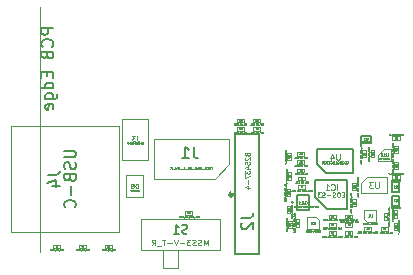
<source format=gbr>
G04 #@! TF.GenerationSoftware,KiCad,Pcbnew,(5.1.6)-1*
G04 #@! TF.CreationDate,2020-12-05T12:50:13+08:00*
G04 #@! TF.ProjectId,qomu-board,716f6d75-2d62-46f6-9172-642e6b696361,rev?*
G04 #@! TF.SameCoordinates,Original*
G04 #@! TF.FileFunction,Other,Fab,Bot*
%FSLAX46Y46*%
G04 Gerber Fmt 4.6, Leading zero omitted, Abs format (unit mm)*
G04 Created by KiCad (PCBNEW (5.1.6)-1) date 2020-12-05 12:50:13*
%MOMM*%
%LPD*%
G01*
G04 APERTURE LIST*
%ADD10C,0.100000*%
%ADD11C,0.300000*%
%ADD12C,0.050000*%
%ADD13C,0.127000*%
%ADD14C,0.120000*%
%ADD15C,0.150000*%
%ADD16C,0.025000*%
%ADD17C,0.040000*%
%ADD18C,0.075000*%
%ADD19C,0.020000*%
%ADD20C,0.062500*%
G04 APERTURE END LIST*
D10*
X40850000Y-25906000D02*
X40850000Y-24906000D01*
X40100000Y-25906000D02*
X40850000Y-25906000D01*
X39850000Y-25656000D02*
X40100000Y-25906000D01*
X39850000Y-24906000D02*
X39850000Y-25656000D01*
X40850000Y-24906000D02*
X39850000Y-24906000D01*
X35030000Y-25550000D02*
X35030000Y-26550000D01*
X35780000Y-25550000D02*
X35030000Y-25550000D01*
X36030000Y-25800000D02*
X35780000Y-25550000D01*
X36030000Y-26550000D02*
X36030000Y-25800000D01*
X35030000Y-26550000D02*
X36030000Y-26550000D01*
X39600000Y-23520000D02*
X39600000Y-22670000D01*
X41800000Y-23520000D02*
X41800000Y-22170000D01*
X40100000Y-22170000D02*
X41800000Y-22170000D01*
X39600000Y-22670000D02*
X40100000Y-22170000D01*
X39600000Y-23520000D02*
X41800000Y-23520000D01*
X27225000Y-22270000D02*
X28425000Y-21070000D01*
D11*
X28702475Y-23620000D02*
G75*
G03*
X28702475Y-23620000I-127475J0D01*
G01*
D10*
X28425000Y-18870000D02*
X22025000Y-18870000D01*
X22025000Y-18870000D02*
X22025000Y-22270000D01*
X28425000Y-18870000D02*
X28425000Y-21070000D01*
X27225000Y-22270000D02*
X22025000Y-22270000D01*
X38250000Y-25320000D02*
X38250000Y-25620000D01*
X38250000Y-25620000D02*
X38850000Y-25620000D01*
X38850000Y-25620000D02*
X38850000Y-25320000D01*
X38850000Y-25320000D02*
X38250000Y-25320000D01*
X36850000Y-25320000D02*
X36850000Y-25620000D01*
X36850000Y-25620000D02*
X37450000Y-25620000D01*
X37450000Y-25620000D02*
X37450000Y-25320000D01*
X37450000Y-25320000D02*
X36850000Y-25320000D01*
D12*
X42098000Y-20795000D02*
X42098000Y-19745000D01*
X41048000Y-20795000D02*
X42098000Y-20795000D01*
X41048000Y-20270000D02*
X41048000Y-20795000D01*
X42098000Y-19745000D02*
X41573000Y-19745000D01*
X41573000Y-19745000D02*
X41048000Y-20270000D01*
D13*
X28930000Y-28640000D02*
X28930000Y-18480000D01*
X30962000Y-18480000D02*
X30962000Y-28640000D01*
X30962000Y-28640000D02*
X28930000Y-28640000D01*
X28930000Y-18480000D02*
X30962000Y-18480000D01*
D10*
X9915000Y-26745000D02*
X9915000Y-17795000D01*
D14*
X9915000Y-26745000D02*
X19085000Y-26745000D01*
X9925000Y-17795000D02*
X19095000Y-17795000D01*
X19095000Y-17795000D02*
X19085000Y-26745000D01*
X12425000Y-28470000D02*
X12425000Y-7720000D01*
D13*
X40420000Y-18650000D02*
X39580000Y-18650000D01*
X39580000Y-18650000D02*
X39580000Y-19290000D01*
X39580000Y-19290000D02*
X40420000Y-19290000D01*
X40420000Y-19290000D02*
X40420000Y-18650000D01*
X42820000Y-23420000D02*
X42820000Y-22580000D01*
X42820000Y-22580000D02*
X42180000Y-22580000D01*
X42180000Y-22580000D02*
X42180000Y-23420000D01*
X42180000Y-23420000D02*
X42820000Y-23420000D01*
X42820000Y-24570000D02*
X42820000Y-23730000D01*
X42820000Y-23730000D02*
X42180000Y-23730000D01*
X42180000Y-23730000D02*
X42180000Y-24570000D01*
X42180000Y-24570000D02*
X42820000Y-24570000D01*
X34148000Y-23692500D02*
X34148000Y-24892500D01*
X34148000Y-24892500D02*
X35148000Y-24892500D01*
X35148000Y-24892500D02*
X35148000Y-23692500D01*
X35148000Y-23692500D02*
X34148000Y-23692500D01*
D10*
X19360000Y-17245000D02*
X19360000Y-20705000D01*
X19360000Y-20705000D02*
X21560000Y-20705000D01*
X21560000Y-17245000D02*
X21560000Y-20705000D01*
X19360000Y-17245000D02*
X21560000Y-17245000D01*
X27620000Y-25720000D02*
X27620000Y-28320000D01*
X27620000Y-28320000D02*
X20920000Y-28320000D01*
X20920000Y-25720000D02*
X20920000Y-28320000D01*
X27620000Y-25720000D02*
X20920000Y-25720000D01*
X22820000Y-28320000D02*
X22820000Y-29820000D01*
X24120000Y-28320000D02*
X24120000Y-29820000D01*
X24120000Y-29820000D02*
X22820000Y-29820000D01*
D15*
X38898000Y-21761000D02*
X36598000Y-21761000D01*
X38898000Y-19761000D02*
X38898000Y-21761000D01*
X35898000Y-19761000D02*
X38898000Y-19761000D01*
X35898000Y-21061000D02*
X35898000Y-19761000D01*
X36598000Y-21761000D02*
X35898000Y-21061000D01*
X36722000Y-24831000D02*
X35722000Y-23831000D01*
X35722000Y-23831000D02*
X35722000Y-22409000D01*
X35722000Y-22409000D02*
X38378000Y-22409000D01*
X38378000Y-22409000D02*
X38378000Y-24831000D01*
X38378000Y-24831000D02*
X36722000Y-24831000D01*
D10*
X16300000Y-28150000D02*
X16300000Y-27850000D01*
X16300000Y-27850000D02*
X15700000Y-27850000D01*
X15700000Y-27850000D02*
X15700000Y-28150000D01*
X15700000Y-28150000D02*
X16300000Y-28150000D01*
X13500000Y-27850000D02*
X13500000Y-28150000D01*
X13500000Y-28150000D02*
X14100000Y-28150000D01*
X14100000Y-28150000D02*
X14100000Y-27850000D01*
X14100000Y-27850000D02*
X13500000Y-27850000D01*
X19725000Y-23795000D02*
X21125000Y-23795000D01*
X19725000Y-23795000D02*
X19725000Y-21995000D01*
X21125000Y-21995000D02*
X21125000Y-23795000D01*
X21125000Y-21995000D02*
X19725000Y-21995000D01*
X31060000Y-17490000D02*
X31060000Y-17190000D01*
X31060000Y-17190000D02*
X30460000Y-17190000D01*
X30460000Y-17190000D02*
X30460000Y-17490000D01*
X30460000Y-17490000D02*
X31060000Y-17490000D01*
X30460000Y-17895000D02*
X30460000Y-18195000D01*
X30460000Y-18195000D02*
X31060000Y-18195000D01*
X31060000Y-18195000D02*
X31060000Y-17895000D01*
X31060000Y-17895000D02*
X30460000Y-17895000D01*
X38850000Y-26320000D02*
X38850000Y-26020000D01*
X38850000Y-26020000D02*
X38250000Y-26020000D01*
X38250000Y-26020000D02*
X38250000Y-26320000D01*
X38250000Y-26320000D02*
X38850000Y-26320000D01*
X34850000Y-22420000D02*
X34850000Y-22120000D01*
X34850000Y-22120000D02*
X34250000Y-22120000D01*
X34250000Y-22120000D02*
X34250000Y-22420000D01*
X34250000Y-22420000D02*
X34850000Y-22420000D01*
X33300000Y-25170000D02*
X33600000Y-25170000D01*
X33600000Y-25170000D02*
X33600000Y-24570000D01*
X33600000Y-24570000D02*
X33300000Y-24570000D01*
X33300000Y-24570000D02*
X33300000Y-25170000D01*
X33310000Y-23770000D02*
X33610000Y-23770000D01*
X33610000Y-23770000D02*
X33610000Y-23170000D01*
X33610000Y-23170000D02*
X33310000Y-23170000D01*
X33310000Y-23170000D02*
X33310000Y-23770000D01*
X42400000Y-21470000D02*
X42700000Y-21470000D01*
X42700000Y-21470000D02*
X42700000Y-20870000D01*
X42700000Y-20870000D02*
X42400000Y-20870000D01*
X42400000Y-20870000D02*
X42400000Y-21470000D01*
X42700000Y-20070000D02*
X42700000Y-19470000D01*
X42400000Y-20070000D02*
X42700000Y-20070000D01*
X42400000Y-19470000D02*
X42400000Y-20070000D01*
X42700000Y-19470000D02*
X42400000Y-19470000D01*
X40700000Y-19870000D02*
X40400000Y-19870000D01*
X40400000Y-19870000D02*
X40400000Y-20470000D01*
X40400000Y-20470000D02*
X40700000Y-20470000D01*
X40700000Y-20470000D02*
X40700000Y-19870000D01*
X29060000Y-17895000D02*
X29060000Y-18195000D01*
X29060000Y-18195000D02*
X29660000Y-18195000D01*
X29660000Y-18195000D02*
X29660000Y-17895000D01*
X29660000Y-17895000D02*
X29060000Y-17895000D01*
X29060000Y-17190000D02*
X29060000Y-17490000D01*
X29060000Y-17490000D02*
X29660000Y-17490000D01*
X29660000Y-17490000D02*
X29660000Y-17190000D01*
X29660000Y-17190000D02*
X29060000Y-17190000D01*
X34788000Y-21020000D02*
X34788000Y-20720000D01*
X34788000Y-20720000D02*
X34188000Y-20720000D01*
X34188000Y-20720000D02*
X34188000Y-21020000D01*
X34188000Y-21020000D02*
X34788000Y-21020000D01*
X34788000Y-20320000D02*
X34788000Y-20020000D01*
X34788000Y-20020000D02*
X34188000Y-20020000D01*
X34188000Y-20020000D02*
X34188000Y-20320000D01*
X34188000Y-20320000D02*
X34788000Y-20320000D01*
X34788000Y-21720000D02*
X34788000Y-21420000D01*
X34788000Y-21420000D02*
X34188000Y-21420000D01*
X34188000Y-21420000D02*
X34188000Y-21720000D01*
X34188000Y-21720000D02*
X34788000Y-21720000D01*
X18500000Y-28150000D02*
X18500000Y-27850000D01*
X18500000Y-27850000D02*
X17900000Y-27850000D01*
X17900000Y-27850000D02*
X17900000Y-28150000D01*
X17900000Y-28150000D02*
X18500000Y-28150000D01*
X41250000Y-26370000D02*
X41250000Y-26670000D01*
X41250000Y-26670000D02*
X41850000Y-26670000D01*
X41850000Y-26670000D02*
X41850000Y-26370000D01*
X41850000Y-26370000D02*
X41250000Y-26370000D01*
X38850000Y-27020000D02*
X38850000Y-26720000D01*
X38850000Y-26720000D02*
X38250000Y-26720000D01*
X38250000Y-26720000D02*
X38250000Y-27020000D01*
X38250000Y-27020000D02*
X38850000Y-27020000D01*
X33358000Y-20725000D02*
X33678000Y-20725000D01*
X33358000Y-20105000D02*
X33358000Y-20725000D01*
X33678000Y-20105000D02*
X33358000Y-20105000D01*
X33678000Y-20725000D02*
X33678000Y-20105000D01*
X33688000Y-21725000D02*
X33368000Y-21725000D01*
X33688000Y-22345000D02*
X33688000Y-21725000D01*
X33368000Y-22345000D02*
X33688000Y-22345000D01*
X33368000Y-21725000D02*
X33368000Y-22345000D01*
X33710000Y-25825000D02*
X33390000Y-25825000D01*
X33710000Y-26445000D02*
X33710000Y-25825000D01*
X33390000Y-26445000D02*
X33710000Y-26445000D01*
X33390000Y-25825000D02*
X33390000Y-26445000D01*
X42340000Y-26630000D02*
X42660000Y-26630000D01*
X42340000Y-26010000D02*
X42340000Y-26630000D01*
X42660000Y-26010000D02*
X42340000Y-26010000D01*
X42660000Y-26630000D02*
X42660000Y-26010000D01*
X42860000Y-22310000D02*
X42860000Y-21990000D01*
X42240000Y-22310000D02*
X42860000Y-22310000D01*
X42240000Y-21990000D02*
X42240000Y-22310000D01*
X42860000Y-21990000D02*
X42240000Y-21990000D01*
X42660000Y-24960000D02*
X42340000Y-24960000D01*
X42660000Y-25580000D02*
X42660000Y-24960000D01*
X42340000Y-25580000D02*
X42660000Y-25580000D01*
X42340000Y-24960000D02*
X42340000Y-25580000D01*
X42860000Y-18980000D02*
X42860000Y-18660000D01*
X42240000Y-18980000D02*
X42860000Y-18980000D01*
X42240000Y-18660000D02*
X42240000Y-18980000D01*
X42860000Y-18660000D02*
X42240000Y-18660000D01*
X25300000Y-25320000D02*
X25300000Y-25020000D01*
X25300000Y-25020000D02*
X24700000Y-25020000D01*
X24700000Y-25020000D02*
X24700000Y-25320000D01*
X24700000Y-25320000D02*
X25300000Y-25320000D01*
X39850000Y-26370000D02*
X39850000Y-26670000D01*
X39850000Y-26670000D02*
X40450000Y-26670000D01*
X40450000Y-26670000D02*
X40450000Y-26370000D01*
X40450000Y-26370000D02*
X39850000Y-26370000D01*
X38850000Y-23220000D02*
X39150000Y-23220000D01*
X39150000Y-23220000D02*
X39150000Y-22620000D01*
X39150000Y-22620000D02*
X38850000Y-22620000D01*
X38850000Y-22620000D02*
X38850000Y-23220000D01*
X36850000Y-26020000D02*
X36850000Y-26320000D01*
X36850000Y-26320000D02*
X37450000Y-26320000D01*
X37450000Y-26320000D02*
X37450000Y-26020000D01*
X37450000Y-26020000D02*
X36850000Y-26020000D01*
X39150000Y-24020000D02*
X38850000Y-24020000D01*
X38850000Y-24020000D02*
X38850000Y-24620000D01*
X38850000Y-24620000D02*
X39150000Y-24620000D01*
X39150000Y-24620000D02*
X39150000Y-24020000D01*
X36850000Y-26720000D02*
X36850000Y-27020000D01*
X36850000Y-27020000D02*
X37450000Y-27020000D01*
X37450000Y-27020000D02*
X37450000Y-26720000D01*
X37450000Y-26720000D02*
X36850000Y-26720000D01*
X40000000Y-19870000D02*
X39700000Y-19870000D01*
X39700000Y-19870000D02*
X39700000Y-20470000D01*
X39700000Y-20470000D02*
X40000000Y-20470000D01*
X40000000Y-20470000D02*
X40000000Y-19870000D01*
X34850000Y-23120000D02*
X34850000Y-22820000D01*
X34850000Y-22820000D02*
X34250000Y-22820000D01*
X34250000Y-22820000D02*
X34250000Y-23120000D01*
X34250000Y-23120000D02*
X34850000Y-23120000D01*
X41500000Y-25770000D02*
X41800000Y-25770000D01*
X41800000Y-25770000D02*
X41800000Y-25170000D01*
X41800000Y-25170000D02*
X41500000Y-25170000D01*
X41500000Y-25170000D02*
X41500000Y-25770000D01*
X34350000Y-25720000D02*
X34050000Y-25720000D01*
X34050000Y-25720000D02*
X34050000Y-26320000D01*
X34050000Y-26320000D02*
X34350000Y-26320000D01*
X34350000Y-26320000D02*
X34350000Y-25720000D01*
D16*
X40966666Y-26145238D02*
X40966666Y-26045238D01*
X40933333Y-26116666D01*
X40900000Y-26045238D01*
X40900000Y-26145238D01*
X40852380Y-26145238D02*
X40852380Y-26045238D01*
X40747619Y-26135714D02*
X40752380Y-26140476D01*
X40766666Y-26145238D01*
X40776190Y-26145238D01*
X40790476Y-26140476D01*
X40800000Y-26130952D01*
X40804761Y-26121428D01*
X40809523Y-26102380D01*
X40809523Y-26088095D01*
X40804761Y-26069047D01*
X40800000Y-26059523D01*
X40790476Y-26050000D01*
X40776190Y-26045238D01*
X40766666Y-26045238D01*
X40752380Y-26050000D01*
X40747619Y-26054761D01*
X40657142Y-26045238D02*
X40704761Y-26045238D01*
X40709523Y-26092857D01*
X40704761Y-26088095D01*
X40695238Y-26083333D01*
X40671428Y-26083333D01*
X40661904Y-26088095D01*
X40657142Y-26092857D01*
X40652380Y-26102380D01*
X40652380Y-26126190D01*
X40657142Y-26135714D01*
X40661904Y-26140476D01*
X40671428Y-26145238D01*
X40695238Y-26145238D01*
X40704761Y-26140476D01*
X40709523Y-26135714D01*
X40561904Y-26045238D02*
X40609523Y-26045238D01*
X40614285Y-26092857D01*
X40609523Y-26088095D01*
X40600000Y-26083333D01*
X40576190Y-26083333D01*
X40566666Y-26088095D01*
X40561904Y-26092857D01*
X40557142Y-26102380D01*
X40557142Y-26126190D01*
X40561904Y-26135714D01*
X40566666Y-26140476D01*
X40576190Y-26145238D01*
X40600000Y-26145238D01*
X40609523Y-26140476D01*
X40614285Y-26135714D01*
X40495238Y-26045238D02*
X40485714Y-26045238D01*
X40476190Y-26050000D01*
X40471428Y-26054761D01*
X40466666Y-26064285D01*
X40461904Y-26083333D01*
X40461904Y-26107142D01*
X40466666Y-26126190D01*
X40471428Y-26135714D01*
X40476190Y-26140476D01*
X40485714Y-26145238D01*
X40495238Y-26145238D01*
X40504761Y-26140476D01*
X40509523Y-26135714D01*
X40514285Y-26126190D01*
X40519047Y-26107142D01*
X40519047Y-26083333D01*
X40514285Y-26064285D01*
X40509523Y-26054761D01*
X40504761Y-26050000D01*
X40495238Y-26045238D01*
X40376190Y-26078571D02*
X40376190Y-26145238D01*
X40400000Y-26040476D02*
X40423809Y-26111904D01*
X40361904Y-26111904D01*
X40323809Y-26107142D02*
X40247619Y-26107142D01*
X40209523Y-26045238D02*
X40147619Y-26045238D01*
X40180952Y-26083333D01*
X40166666Y-26083333D01*
X40157142Y-26088095D01*
X40152380Y-26092857D01*
X40147619Y-26102380D01*
X40147619Y-26126190D01*
X40152380Y-26135714D01*
X40157142Y-26140476D01*
X40166666Y-26145238D01*
X40195238Y-26145238D01*
X40204761Y-26140476D01*
X40209523Y-26135714D01*
X40104761Y-26135714D02*
X40100000Y-26140476D01*
X40104761Y-26145238D01*
X40109523Y-26140476D01*
X40104761Y-26135714D01*
X40104761Y-26145238D01*
X40066666Y-26045238D02*
X40004761Y-26045238D01*
X40038095Y-26083333D01*
X40023809Y-26083333D01*
X40014285Y-26088095D01*
X40009523Y-26092857D01*
X40004761Y-26102380D01*
X40004761Y-26126190D01*
X40009523Y-26135714D01*
X40014285Y-26140476D01*
X40023809Y-26145238D01*
X40052380Y-26145238D01*
X40061904Y-26140476D01*
X40066666Y-26135714D01*
X39942857Y-26097619D02*
X39942857Y-26145238D01*
X39976190Y-26045238D02*
X39942857Y-26097619D01*
X39909523Y-26045238D01*
X39876190Y-26145238D02*
X39876190Y-26045238D01*
X39842857Y-26116666D01*
X39809523Y-26045238D01*
X39809523Y-26145238D01*
X39776190Y-26045238D02*
X39719047Y-26045238D01*
X39747619Y-26145238D02*
X39747619Y-26045238D01*
D17*
X40502380Y-25296476D02*
X40502380Y-25458380D01*
X40492857Y-25477428D01*
X40483333Y-25486952D01*
X40464285Y-25496476D01*
X40426190Y-25496476D01*
X40407142Y-25486952D01*
X40397619Y-25477428D01*
X40388095Y-25458380D01*
X40388095Y-25296476D01*
X40188095Y-25496476D02*
X40302380Y-25496476D01*
X40245238Y-25496476D02*
X40245238Y-25296476D01*
X40264285Y-25325047D01*
X40283333Y-25344095D01*
X40302380Y-25353619D01*
D16*
X36146666Y-26745238D02*
X36146666Y-26645238D01*
X36113333Y-26716666D01*
X36080000Y-26645238D01*
X36080000Y-26745238D01*
X36032380Y-26745238D02*
X36032380Y-26645238D01*
X35927619Y-26735714D02*
X35932380Y-26740476D01*
X35946666Y-26745238D01*
X35956190Y-26745238D01*
X35970476Y-26740476D01*
X35980000Y-26730952D01*
X35984761Y-26721428D01*
X35989523Y-26702380D01*
X35989523Y-26688095D01*
X35984761Y-26669047D01*
X35980000Y-26659523D01*
X35970476Y-26650000D01*
X35956190Y-26645238D01*
X35946666Y-26645238D01*
X35932380Y-26650000D01*
X35927619Y-26654761D01*
X35837142Y-26645238D02*
X35884761Y-26645238D01*
X35889523Y-26692857D01*
X35884761Y-26688095D01*
X35875238Y-26683333D01*
X35851428Y-26683333D01*
X35841904Y-26688095D01*
X35837142Y-26692857D01*
X35832380Y-26702380D01*
X35832380Y-26726190D01*
X35837142Y-26735714D01*
X35841904Y-26740476D01*
X35851428Y-26745238D01*
X35875238Y-26745238D01*
X35884761Y-26740476D01*
X35889523Y-26735714D01*
X35741904Y-26645238D02*
X35789523Y-26645238D01*
X35794285Y-26692857D01*
X35789523Y-26688095D01*
X35780000Y-26683333D01*
X35756190Y-26683333D01*
X35746666Y-26688095D01*
X35741904Y-26692857D01*
X35737142Y-26702380D01*
X35737142Y-26726190D01*
X35741904Y-26735714D01*
X35746666Y-26740476D01*
X35756190Y-26745238D01*
X35780000Y-26745238D01*
X35789523Y-26740476D01*
X35794285Y-26735714D01*
X35675238Y-26645238D02*
X35665714Y-26645238D01*
X35656190Y-26650000D01*
X35651428Y-26654761D01*
X35646666Y-26664285D01*
X35641904Y-26683333D01*
X35641904Y-26707142D01*
X35646666Y-26726190D01*
X35651428Y-26735714D01*
X35656190Y-26740476D01*
X35665714Y-26745238D01*
X35675238Y-26745238D01*
X35684761Y-26740476D01*
X35689523Y-26735714D01*
X35694285Y-26726190D01*
X35699047Y-26707142D01*
X35699047Y-26683333D01*
X35694285Y-26664285D01*
X35689523Y-26654761D01*
X35684761Y-26650000D01*
X35675238Y-26645238D01*
X35556190Y-26678571D02*
X35556190Y-26745238D01*
X35580000Y-26640476D02*
X35603809Y-26711904D01*
X35541904Y-26711904D01*
X35503809Y-26707142D02*
X35427619Y-26707142D01*
X35389523Y-26645238D02*
X35327619Y-26645238D01*
X35360952Y-26683333D01*
X35346666Y-26683333D01*
X35337142Y-26688095D01*
X35332380Y-26692857D01*
X35327619Y-26702380D01*
X35327619Y-26726190D01*
X35332380Y-26735714D01*
X35337142Y-26740476D01*
X35346666Y-26745238D01*
X35375238Y-26745238D01*
X35384761Y-26740476D01*
X35389523Y-26735714D01*
X35284761Y-26735714D02*
X35280000Y-26740476D01*
X35284761Y-26745238D01*
X35289523Y-26740476D01*
X35284761Y-26735714D01*
X35284761Y-26745238D01*
X35246666Y-26645238D02*
X35184761Y-26645238D01*
X35218095Y-26683333D01*
X35203809Y-26683333D01*
X35194285Y-26688095D01*
X35189523Y-26692857D01*
X35184761Y-26702380D01*
X35184761Y-26726190D01*
X35189523Y-26735714D01*
X35194285Y-26740476D01*
X35203809Y-26745238D01*
X35232380Y-26745238D01*
X35241904Y-26740476D01*
X35246666Y-26735714D01*
X35122857Y-26697619D02*
X35122857Y-26745238D01*
X35156190Y-26645238D02*
X35122857Y-26697619D01*
X35089523Y-26645238D01*
X35056190Y-26745238D02*
X35056190Y-26645238D01*
X35022857Y-26716666D01*
X34989523Y-26645238D01*
X34989523Y-26745238D01*
X34956190Y-26645238D02*
X34899047Y-26645238D01*
X34927619Y-26745238D02*
X34927619Y-26645238D01*
D17*
X35682380Y-25940476D02*
X35682380Y-26102380D01*
X35672857Y-26121428D01*
X35663333Y-26130952D01*
X35644285Y-26140476D01*
X35606190Y-26140476D01*
X35587142Y-26130952D01*
X35577619Y-26121428D01*
X35568095Y-26102380D01*
X35568095Y-25940476D01*
X35482380Y-25959523D02*
X35472857Y-25950000D01*
X35453809Y-25940476D01*
X35406190Y-25940476D01*
X35387142Y-25950000D01*
X35377619Y-25959523D01*
X35368095Y-25978571D01*
X35368095Y-25997619D01*
X35377619Y-26026190D01*
X35491904Y-26140476D01*
X35368095Y-26140476D01*
D18*
X41080952Y-22576190D02*
X41080952Y-22980952D01*
X41057142Y-23028571D01*
X41033333Y-23052380D01*
X40985714Y-23076190D01*
X40890476Y-23076190D01*
X40842857Y-23052380D01*
X40819047Y-23028571D01*
X40795238Y-22980952D01*
X40795238Y-22576190D01*
X40604761Y-22576190D02*
X40295238Y-22576190D01*
X40461904Y-22766666D01*
X40390476Y-22766666D01*
X40342857Y-22790476D01*
X40319047Y-22814285D01*
X40295238Y-22861904D01*
X40295238Y-22980952D01*
X40319047Y-23028571D01*
X40342857Y-23052380D01*
X40390476Y-23076190D01*
X40533333Y-23076190D01*
X40580952Y-23052380D01*
X40604761Y-23028571D01*
D12*
X26934523Y-21385714D02*
X27001190Y-21385714D01*
X27001190Y-21490476D02*
X27001190Y-21290476D01*
X26905952Y-21290476D01*
X26858333Y-21290476D02*
X26744047Y-21290476D01*
X26801190Y-21490476D02*
X26801190Y-21290476D01*
X26686904Y-21480952D02*
X26658333Y-21490476D01*
X26610714Y-21490476D01*
X26591666Y-21480952D01*
X26582142Y-21471428D01*
X26572619Y-21452380D01*
X26572619Y-21433333D01*
X26582142Y-21414285D01*
X26591666Y-21404761D01*
X26610714Y-21395238D01*
X26648809Y-21385714D01*
X26667857Y-21376190D01*
X26677380Y-21366666D01*
X26686904Y-21347619D01*
X26686904Y-21328571D01*
X26677380Y-21309523D01*
X26667857Y-21300000D01*
X26648809Y-21290476D01*
X26601190Y-21290476D01*
X26572619Y-21300000D01*
X26486904Y-21490476D02*
X26486904Y-21290476D01*
X26486904Y-21385714D02*
X26372619Y-21385714D01*
X26372619Y-21490476D02*
X26372619Y-21290476D01*
X26277380Y-21414285D02*
X26125000Y-21414285D01*
X25925000Y-21490476D02*
X26039285Y-21490476D01*
X25982142Y-21490476D02*
X25982142Y-21290476D01*
X26001190Y-21319047D01*
X26020238Y-21338095D01*
X26039285Y-21347619D01*
X25801190Y-21290476D02*
X25782142Y-21290476D01*
X25763095Y-21300000D01*
X25753571Y-21309523D01*
X25744047Y-21328571D01*
X25734523Y-21366666D01*
X25734523Y-21414285D01*
X25744047Y-21452380D01*
X25753571Y-21471428D01*
X25763095Y-21480952D01*
X25782142Y-21490476D01*
X25801190Y-21490476D01*
X25820238Y-21480952D01*
X25829761Y-21471428D01*
X25839285Y-21452380D01*
X25848809Y-21414285D01*
X25848809Y-21366666D01*
X25839285Y-21328571D01*
X25829761Y-21309523D01*
X25820238Y-21300000D01*
X25801190Y-21290476D01*
X25553571Y-21290476D02*
X25648809Y-21290476D01*
X25658333Y-21385714D01*
X25648809Y-21376190D01*
X25629761Y-21366666D01*
X25582142Y-21366666D01*
X25563095Y-21376190D01*
X25553571Y-21385714D01*
X25544047Y-21404761D01*
X25544047Y-21452380D01*
X25553571Y-21471428D01*
X25563095Y-21480952D01*
X25582142Y-21490476D01*
X25629761Y-21490476D01*
X25648809Y-21480952D01*
X25658333Y-21471428D01*
X25458333Y-21414285D02*
X25305952Y-21414285D01*
X25172619Y-21290476D02*
X25153571Y-21290476D01*
X25134523Y-21300000D01*
X25125000Y-21309523D01*
X25115476Y-21328571D01*
X25105952Y-21366666D01*
X25105952Y-21414285D01*
X25115476Y-21452380D01*
X25125000Y-21471428D01*
X25134523Y-21480952D01*
X25153571Y-21490476D01*
X25172619Y-21490476D01*
X25191666Y-21480952D01*
X25201190Y-21471428D01*
X25210714Y-21452380D01*
X25220238Y-21414285D01*
X25220238Y-21366666D01*
X25210714Y-21328571D01*
X25201190Y-21309523D01*
X25191666Y-21300000D01*
X25172619Y-21290476D01*
X24915476Y-21490476D02*
X25029761Y-21490476D01*
X24972619Y-21490476D02*
X24972619Y-21290476D01*
X24991666Y-21319047D01*
X25010714Y-21338095D01*
X25029761Y-21347619D01*
X24829761Y-21414285D02*
X24677380Y-21414285D01*
X24486904Y-21490476D02*
X24582142Y-21490476D01*
X24582142Y-21290476D01*
X24420238Y-21414285D02*
X24267857Y-21414285D01*
X24172619Y-21490476D02*
X24172619Y-21290476D01*
X24125000Y-21290476D01*
X24096428Y-21300000D01*
X24077380Y-21319047D01*
X24067857Y-21338095D01*
X24058333Y-21376190D01*
X24058333Y-21404761D01*
X24067857Y-21442857D01*
X24077380Y-21461904D01*
X24096428Y-21480952D01*
X24125000Y-21490476D01*
X24172619Y-21490476D01*
X24001190Y-21290476D02*
X23934523Y-21490476D01*
X23867857Y-21290476D01*
X23801190Y-21414285D02*
X23648809Y-21414285D01*
X23553571Y-21490476D02*
X23553571Y-21290476D01*
X23439285Y-21490476D02*
X23525000Y-21376190D01*
X23439285Y-21290476D02*
X23553571Y-21404761D01*
D15*
X25433333Y-19552380D02*
X25433333Y-20266666D01*
X25480952Y-20409523D01*
X25576190Y-20504761D01*
X25719047Y-20552380D01*
X25814285Y-20552380D01*
X24433333Y-20552380D02*
X25004761Y-20552380D01*
X24719047Y-20552380D02*
X24719047Y-19552380D01*
X24814285Y-19695238D01*
X24909523Y-19790476D01*
X25004761Y-19838095D01*
D16*
X39225000Y-25790238D02*
X39282142Y-25790238D01*
X39253571Y-25790238D02*
X39253571Y-25690238D01*
X39263095Y-25704523D01*
X39272619Y-25714047D01*
X39282142Y-25718809D01*
X39139285Y-25723571D02*
X39139285Y-25790238D01*
X39182142Y-25723571D02*
X39182142Y-25775952D01*
X39177380Y-25785476D01*
X39167857Y-25790238D01*
X39153571Y-25790238D01*
X39144047Y-25785476D01*
X39139285Y-25780714D01*
X39086904Y-25785476D02*
X39086904Y-25790238D01*
X39091666Y-25799761D01*
X39096428Y-25804523D01*
X38925000Y-25690238D02*
X38944047Y-25690238D01*
X38953571Y-25695000D01*
X38958333Y-25699761D01*
X38967857Y-25714047D01*
X38972619Y-25733095D01*
X38972619Y-25771190D01*
X38967857Y-25780714D01*
X38963095Y-25785476D01*
X38953571Y-25790238D01*
X38934523Y-25790238D01*
X38925000Y-25785476D01*
X38920238Y-25780714D01*
X38915476Y-25771190D01*
X38915476Y-25747380D01*
X38920238Y-25737857D01*
X38925000Y-25733095D01*
X38934523Y-25728333D01*
X38953571Y-25728333D01*
X38963095Y-25733095D01*
X38967857Y-25737857D01*
X38972619Y-25747380D01*
X38872619Y-25780714D02*
X38867857Y-25785476D01*
X38872619Y-25790238D01*
X38877380Y-25785476D01*
X38872619Y-25780714D01*
X38872619Y-25790238D01*
X38834523Y-25690238D02*
X38772619Y-25690238D01*
X38805952Y-25728333D01*
X38791666Y-25728333D01*
X38782142Y-25733095D01*
X38777380Y-25737857D01*
X38772619Y-25747380D01*
X38772619Y-25771190D01*
X38777380Y-25780714D01*
X38782142Y-25785476D01*
X38791666Y-25790238D01*
X38820238Y-25790238D01*
X38829761Y-25785476D01*
X38834523Y-25780714D01*
X38744047Y-25690238D02*
X38710714Y-25790238D01*
X38677380Y-25690238D01*
X38639285Y-25785476D02*
X38639285Y-25790238D01*
X38644047Y-25799761D01*
X38648809Y-25804523D01*
X38529761Y-25690238D02*
X38463095Y-25790238D01*
X38463095Y-25690238D02*
X38529761Y-25790238D01*
X38377380Y-25690238D02*
X38425000Y-25690238D01*
X38429761Y-25737857D01*
X38425000Y-25733095D01*
X38415476Y-25728333D01*
X38391666Y-25728333D01*
X38382142Y-25733095D01*
X38377380Y-25737857D01*
X38372619Y-25747380D01*
X38372619Y-25771190D01*
X38377380Y-25780714D01*
X38382142Y-25785476D01*
X38391666Y-25790238D01*
X38415476Y-25790238D01*
X38425000Y-25785476D01*
X38429761Y-25780714D01*
X38272619Y-25790238D02*
X38305952Y-25742619D01*
X38329761Y-25790238D02*
X38329761Y-25690238D01*
X38291666Y-25690238D01*
X38282142Y-25695000D01*
X38277380Y-25699761D01*
X38272619Y-25709285D01*
X38272619Y-25723571D01*
X38277380Y-25733095D01*
X38282142Y-25737857D01*
X38291666Y-25742619D01*
X38329761Y-25742619D01*
X38225000Y-25785476D02*
X38225000Y-25790238D01*
X38229761Y-25799761D01*
X38234523Y-25804523D01*
X38086904Y-25690238D02*
X38077380Y-25690238D01*
X38067857Y-25695000D01*
X38063095Y-25699761D01*
X38058333Y-25709285D01*
X38053571Y-25728333D01*
X38053571Y-25752142D01*
X38058333Y-25771190D01*
X38063095Y-25780714D01*
X38067857Y-25785476D01*
X38077380Y-25790238D01*
X38086904Y-25790238D01*
X38096428Y-25785476D01*
X38101190Y-25780714D01*
X38105952Y-25771190D01*
X38110714Y-25752142D01*
X38110714Y-25728333D01*
X38105952Y-25709285D01*
X38101190Y-25699761D01*
X38096428Y-25695000D01*
X38086904Y-25690238D01*
X38015476Y-25699761D02*
X38010714Y-25695000D01*
X38001190Y-25690238D01*
X37977380Y-25690238D01*
X37967857Y-25695000D01*
X37963095Y-25699761D01*
X37958333Y-25709285D01*
X37958333Y-25718809D01*
X37963095Y-25733095D01*
X38020238Y-25790238D01*
X37958333Y-25790238D01*
X37896428Y-25690238D02*
X37886904Y-25690238D01*
X37877380Y-25695000D01*
X37872619Y-25699761D01*
X37867857Y-25709285D01*
X37863095Y-25728333D01*
X37863095Y-25752142D01*
X37867857Y-25771190D01*
X37872619Y-25780714D01*
X37877380Y-25785476D01*
X37886904Y-25790238D01*
X37896428Y-25790238D01*
X37905952Y-25785476D01*
X37910714Y-25780714D01*
X37915476Y-25771190D01*
X37920238Y-25752142D01*
X37920238Y-25728333D01*
X37915476Y-25709285D01*
X37910714Y-25699761D01*
X37905952Y-25695000D01*
X37896428Y-25690238D01*
X37767857Y-25790238D02*
X37825000Y-25790238D01*
X37796428Y-25790238D02*
X37796428Y-25690238D01*
X37805952Y-25704523D01*
X37815476Y-25714047D01*
X37825000Y-25718809D01*
X38614285Y-25505714D02*
X38619047Y-25510476D01*
X38633333Y-25515238D01*
X38642857Y-25515238D01*
X38657142Y-25510476D01*
X38666666Y-25500952D01*
X38671428Y-25491428D01*
X38676190Y-25472380D01*
X38676190Y-25458095D01*
X38671428Y-25439047D01*
X38666666Y-25429523D01*
X38657142Y-25420000D01*
X38642857Y-25415238D01*
X38633333Y-25415238D01*
X38619047Y-25420000D01*
X38614285Y-25424761D01*
X38519047Y-25515238D02*
X38576190Y-25515238D01*
X38547619Y-25515238D02*
X38547619Y-25415238D01*
X38557142Y-25429523D01*
X38566666Y-25439047D01*
X38576190Y-25443809D01*
X38428571Y-25415238D02*
X38476190Y-25415238D01*
X38480952Y-25462857D01*
X38476190Y-25458095D01*
X38466666Y-25453333D01*
X38442857Y-25453333D01*
X38433333Y-25458095D01*
X38428571Y-25462857D01*
X38423809Y-25472380D01*
X38423809Y-25496190D01*
X38428571Y-25505714D01*
X38433333Y-25510476D01*
X38442857Y-25515238D01*
X38466666Y-25515238D01*
X38476190Y-25510476D01*
X38480952Y-25505714D01*
X37825000Y-25790238D02*
X37882142Y-25790238D01*
X37853571Y-25790238D02*
X37853571Y-25690238D01*
X37863095Y-25704523D01*
X37872619Y-25714047D01*
X37882142Y-25718809D01*
X37739285Y-25723571D02*
X37739285Y-25790238D01*
X37782142Y-25723571D02*
X37782142Y-25775952D01*
X37777380Y-25785476D01*
X37767857Y-25790238D01*
X37753571Y-25790238D01*
X37744047Y-25785476D01*
X37739285Y-25780714D01*
X37686904Y-25785476D02*
X37686904Y-25790238D01*
X37691666Y-25799761D01*
X37696428Y-25804523D01*
X37525000Y-25690238D02*
X37544047Y-25690238D01*
X37553571Y-25695000D01*
X37558333Y-25699761D01*
X37567857Y-25714047D01*
X37572619Y-25733095D01*
X37572619Y-25771190D01*
X37567857Y-25780714D01*
X37563095Y-25785476D01*
X37553571Y-25790238D01*
X37534523Y-25790238D01*
X37525000Y-25785476D01*
X37520238Y-25780714D01*
X37515476Y-25771190D01*
X37515476Y-25747380D01*
X37520238Y-25737857D01*
X37525000Y-25733095D01*
X37534523Y-25728333D01*
X37553571Y-25728333D01*
X37563095Y-25733095D01*
X37567857Y-25737857D01*
X37572619Y-25747380D01*
X37472619Y-25780714D02*
X37467857Y-25785476D01*
X37472619Y-25790238D01*
X37477380Y-25785476D01*
X37472619Y-25780714D01*
X37472619Y-25790238D01*
X37434523Y-25690238D02*
X37372619Y-25690238D01*
X37405952Y-25728333D01*
X37391666Y-25728333D01*
X37382142Y-25733095D01*
X37377380Y-25737857D01*
X37372619Y-25747380D01*
X37372619Y-25771190D01*
X37377380Y-25780714D01*
X37382142Y-25785476D01*
X37391666Y-25790238D01*
X37420238Y-25790238D01*
X37429761Y-25785476D01*
X37434523Y-25780714D01*
X37344047Y-25690238D02*
X37310714Y-25790238D01*
X37277380Y-25690238D01*
X37239285Y-25785476D02*
X37239285Y-25790238D01*
X37244047Y-25799761D01*
X37248809Y-25804523D01*
X37129761Y-25690238D02*
X37063095Y-25790238D01*
X37063095Y-25690238D02*
X37129761Y-25790238D01*
X36977380Y-25690238D02*
X37025000Y-25690238D01*
X37029761Y-25737857D01*
X37025000Y-25733095D01*
X37015476Y-25728333D01*
X36991666Y-25728333D01*
X36982142Y-25733095D01*
X36977380Y-25737857D01*
X36972619Y-25747380D01*
X36972619Y-25771190D01*
X36977380Y-25780714D01*
X36982142Y-25785476D01*
X36991666Y-25790238D01*
X37015476Y-25790238D01*
X37025000Y-25785476D01*
X37029761Y-25780714D01*
X36872619Y-25790238D02*
X36905952Y-25742619D01*
X36929761Y-25790238D02*
X36929761Y-25690238D01*
X36891666Y-25690238D01*
X36882142Y-25695000D01*
X36877380Y-25699761D01*
X36872619Y-25709285D01*
X36872619Y-25723571D01*
X36877380Y-25733095D01*
X36882142Y-25737857D01*
X36891666Y-25742619D01*
X36929761Y-25742619D01*
X36825000Y-25785476D02*
X36825000Y-25790238D01*
X36829761Y-25799761D01*
X36834523Y-25804523D01*
X36686904Y-25690238D02*
X36677380Y-25690238D01*
X36667857Y-25695000D01*
X36663095Y-25699761D01*
X36658333Y-25709285D01*
X36653571Y-25728333D01*
X36653571Y-25752142D01*
X36658333Y-25771190D01*
X36663095Y-25780714D01*
X36667857Y-25785476D01*
X36677380Y-25790238D01*
X36686904Y-25790238D01*
X36696428Y-25785476D01*
X36701190Y-25780714D01*
X36705952Y-25771190D01*
X36710714Y-25752142D01*
X36710714Y-25728333D01*
X36705952Y-25709285D01*
X36701190Y-25699761D01*
X36696428Y-25695000D01*
X36686904Y-25690238D01*
X36615476Y-25699761D02*
X36610714Y-25695000D01*
X36601190Y-25690238D01*
X36577380Y-25690238D01*
X36567857Y-25695000D01*
X36563095Y-25699761D01*
X36558333Y-25709285D01*
X36558333Y-25718809D01*
X36563095Y-25733095D01*
X36620238Y-25790238D01*
X36558333Y-25790238D01*
X36496428Y-25690238D02*
X36486904Y-25690238D01*
X36477380Y-25695000D01*
X36472619Y-25699761D01*
X36467857Y-25709285D01*
X36463095Y-25728333D01*
X36463095Y-25752142D01*
X36467857Y-25771190D01*
X36472619Y-25780714D01*
X36477380Y-25785476D01*
X36486904Y-25790238D01*
X36496428Y-25790238D01*
X36505952Y-25785476D01*
X36510714Y-25780714D01*
X36515476Y-25771190D01*
X36520238Y-25752142D01*
X36520238Y-25728333D01*
X36515476Y-25709285D01*
X36510714Y-25699761D01*
X36505952Y-25695000D01*
X36496428Y-25690238D01*
X36367857Y-25790238D02*
X36425000Y-25790238D01*
X36396428Y-25790238D02*
X36396428Y-25690238D01*
X36405952Y-25704523D01*
X36415476Y-25714047D01*
X36425000Y-25718809D01*
X37166666Y-25505714D02*
X37171428Y-25510476D01*
X37185714Y-25515238D01*
X37195238Y-25515238D01*
X37209523Y-25510476D01*
X37219047Y-25500952D01*
X37223809Y-25491428D01*
X37228571Y-25472380D01*
X37228571Y-25458095D01*
X37223809Y-25439047D01*
X37219047Y-25429523D01*
X37209523Y-25420000D01*
X37195238Y-25415238D01*
X37185714Y-25415238D01*
X37171428Y-25420000D01*
X37166666Y-25424761D01*
X37080952Y-25448571D02*
X37080952Y-25515238D01*
X37104761Y-25410476D02*
X37128571Y-25481904D01*
X37066666Y-25481904D01*
D19*
X41965238Y-20495238D02*
X41965238Y-20576190D01*
X41961428Y-20585714D01*
X41957619Y-20590476D01*
X41950000Y-20595238D01*
X41934761Y-20595238D01*
X41927142Y-20590476D01*
X41923333Y-20585714D01*
X41919523Y-20576190D01*
X41919523Y-20495238D01*
X41881428Y-20595238D02*
X41881428Y-20495238D01*
X41881428Y-20542857D02*
X41835714Y-20542857D01*
X41835714Y-20595238D02*
X41835714Y-20495238D01*
X41797619Y-20595238D02*
X41797619Y-20495238D01*
X41778571Y-20495238D01*
X41767142Y-20500000D01*
X41759523Y-20509523D01*
X41755714Y-20519047D01*
X41751904Y-20538095D01*
X41751904Y-20552380D01*
X41755714Y-20571428D01*
X41759523Y-20580952D01*
X41767142Y-20590476D01*
X41778571Y-20595238D01*
X41797619Y-20595238D01*
X41675714Y-20595238D02*
X41721428Y-20595238D01*
X41698571Y-20595238D02*
X41698571Y-20495238D01*
X41706190Y-20509523D01*
X41713809Y-20519047D01*
X41721428Y-20523809D01*
X41599523Y-20595238D02*
X41645238Y-20595238D01*
X41622380Y-20595238D02*
X41622380Y-20495238D01*
X41630000Y-20509523D01*
X41637619Y-20519047D01*
X41645238Y-20523809D01*
X41523333Y-20595238D02*
X41569047Y-20595238D01*
X41546190Y-20595238D02*
X41546190Y-20495238D01*
X41553809Y-20509523D01*
X41561428Y-20519047D01*
X41569047Y-20523809D01*
X41473809Y-20495238D02*
X41466190Y-20495238D01*
X41458571Y-20500000D01*
X41454761Y-20504761D01*
X41450952Y-20514285D01*
X41447142Y-20533333D01*
X41447142Y-20557142D01*
X41450952Y-20576190D01*
X41454761Y-20585714D01*
X41458571Y-20590476D01*
X41466190Y-20595238D01*
X41473809Y-20595238D01*
X41481428Y-20590476D01*
X41485238Y-20585714D01*
X41489047Y-20576190D01*
X41492857Y-20557142D01*
X41492857Y-20533333D01*
X41489047Y-20514285D01*
X41485238Y-20504761D01*
X41481428Y-20500000D01*
X41473809Y-20495238D01*
X41412857Y-20557142D02*
X41351904Y-20557142D01*
X41287142Y-20542857D02*
X41313809Y-20542857D01*
X41313809Y-20595238D02*
X41313809Y-20495238D01*
X41275714Y-20495238D01*
X41245238Y-20595238D02*
X41245238Y-20495238D01*
X41199523Y-20595238D02*
X41233809Y-20538095D01*
X41199523Y-20495238D02*
X41245238Y-20552380D01*
X41169047Y-20566666D02*
X41130952Y-20566666D01*
X41176666Y-20595238D02*
X41150000Y-20495238D01*
X41123333Y-20595238D01*
D20*
X41882523Y-20133095D02*
X41882523Y-20335476D01*
X41870619Y-20359285D01*
X41858714Y-20371190D01*
X41834904Y-20383095D01*
X41787285Y-20383095D01*
X41763476Y-20371190D01*
X41751571Y-20359285D01*
X41739666Y-20335476D01*
X41739666Y-20133095D01*
X41489666Y-20383095D02*
X41632523Y-20383095D01*
X41561095Y-20383095D02*
X41561095Y-20133095D01*
X41584904Y-20168809D01*
X41608714Y-20192619D01*
X41632523Y-20204523D01*
X41334904Y-20133095D02*
X41311095Y-20133095D01*
X41287285Y-20145000D01*
X41275380Y-20156904D01*
X41263476Y-20180714D01*
X41251571Y-20228333D01*
X41251571Y-20287857D01*
X41263476Y-20335476D01*
X41275380Y-20359285D01*
X41287285Y-20371190D01*
X41311095Y-20383095D01*
X41334904Y-20383095D01*
X41358714Y-20371190D01*
X41370619Y-20359285D01*
X41382523Y-20335476D01*
X41394428Y-20287857D01*
X41394428Y-20228333D01*
X41382523Y-20180714D01*
X41370619Y-20156904D01*
X41358714Y-20145000D01*
X41334904Y-20133095D01*
D15*
X29452380Y-25566666D02*
X30166666Y-25566666D01*
X30309523Y-25519047D01*
X30404761Y-25423809D01*
X30452380Y-25280952D01*
X30452380Y-25185714D01*
X29547619Y-25995238D02*
X29500000Y-26042857D01*
X29452380Y-26138095D01*
X29452380Y-26376190D01*
X29500000Y-26471428D01*
X29547619Y-26519047D01*
X29642857Y-26566666D01*
X29738095Y-26566666D01*
X29880952Y-26519047D01*
X30452380Y-25947619D01*
X30452380Y-26566666D01*
D12*
X29952380Y-20166428D02*
X29933333Y-20128333D01*
X29914285Y-20109285D01*
X29876190Y-20090238D01*
X29857142Y-20090238D01*
X29819047Y-20109285D01*
X29800000Y-20128333D01*
X29780952Y-20166428D01*
X29780952Y-20242619D01*
X29800000Y-20280714D01*
X29819047Y-20299761D01*
X29857142Y-20318809D01*
X29876190Y-20318809D01*
X29914285Y-20299761D01*
X29933333Y-20280714D01*
X29952380Y-20242619D01*
X29952380Y-20166428D01*
X29971428Y-20128333D01*
X29990476Y-20109285D01*
X30028571Y-20090238D01*
X30104761Y-20090238D01*
X30142857Y-20109285D01*
X30161904Y-20128333D01*
X30180952Y-20166428D01*
X30180952Y-20242619D01*
X30161904Y-20280714D01*
X30142857Y-20299761D01*
X30104761Y-20318809D01*
X30028571Y-20318809D01*
X29990476Y-20299761D01*
X29971428Y-20280714D01*
X29952380Y-20242619D01*
X29819047Y-20471190D02*
X29800000Y-20490238D01*
X29780952Y-20528333D01*
X29780952Y-20623571D01*
X29800000Y-20661666D01*
X29819047Y-20680714D01*
X29857142Y-20699761D01*
X29895238Y-20699761D01*
X29952380Y-20680714D01*
X30180952Y-20452142D01*
X30180952Y-20699761D01*
X29780952Y-21061666D02*
X29780952Y-20871190D01*
X29971428Y-20852142D01*
X29952380Y-20871190D01*
X29933333Y-20909285D01*
X29933333Y-21004523D01*
X29952380Y-21042619D01*
X29971428Y-21061666D01*
X30009523Y-21080714D01*
X30104761Y-21080714D01*
X30142857Y-21061666D01*
X30161904Y-21042619D01*
X30180952Y-21004523D01*
X30180952Y-20909285D01*
X30161904Y-20871190D01*
X30142857Y-20852142D01*
X29914285Y-21423571D02*
X30180952Y-21423571D01*
X29761904Y-21328333D02*
X30047619Y-21233095D01*
X30047619Y-21480714D01*
X29780952Y-21595000D02*
X29780952Y-21842619D01*
X29933333Y-21709285D01*
X29933333Y-21766428D01*
X29952380Y-21804523D01*
X29971428Y-21823571D01*
X30009523Y-21842619D01*
X30104761Y-21842619D01*
X30142857Y-21823571D01*
X30161904Y-21804523D01*
X30180952Y-21766428D01*
X30180952Y-21652142D01*
X30161904Y-21614047D01*
X30142857Y-21595000D01*
X29780952Y-21975952D02*
X29780952Y-22242619D01*
X30180952Y-22071190D01*
X30028571Y-22395000D02*
X30028571Y-22699761D01*
X29914285Y-23061666D02*
X30180952Y-23061666D01*
X29761904Y-22966428D02*
X30047619Y-22871190D01*
X30047619Y-23118809D01*
D15*
X14452380Y-19889047D02*
X15261904Y-19889047D01*
X15357142Y-19936666D01*
X15404761Y-19984285D01*
X15452380Y-20079523D01*
X15452380Y-20270000D01*
X15404761Y-20365238D01*
X15357142Y-20412857D01*
X15261904Y-20460476D01*
X14452380Y-20460476D01*
X15404761Y-20889047D02*
X15452380Y-21031904D01*
X15452380Y-21270000D01*
X15404761Y-21365238D01*
X15357142Y-21412857D01*
X15261904Y-21460476D01*
X15166666Y-21460476D01*
X15071428Y-21412857D01*
X15023809Y-21365238D01*
X14976190Y-21270000D01*
X14928571Y-21079523D01*
X14880952Y-20984285D01*
X14833333Y-20936666D01*
X14738095Y-20889047D01*
X14642857Y-20889047D01*
X14547619Y-20936666D01*
X14500000Y-20984285D01*
X14452380Y-21079523D01*
X14452380Y-21317619D01*
X14500000Y-21460476D01*
X14928571Y-22222380D02*
X14976190Y-22365238D01*
X15023809Y-22412857D01*
X15119047Y-22460476D01*
X15261904Y-22460476D01*
X15357142Y-22412857D01*
X15404761Y-22365238D01*
X15452380Y-22270000D01*
X15452380Y-21889047D01*
X14452380Y-21889047D01*
X14452380Y-22222380D01*
X14500000Y-22317619D01*
X14547619Y-22365238D01*
X14642857Y-22412857D01*
X14738095Y-22412857D01*
X14833333Y-22365238D01*
X14880952Y-22317619D01*
X14928571Y-22222380D01*
X14928571Y-21889047D01*
X15071428Y-22889047D02*
X15071428Y-23650952D01*
X15357142Y-24698571D02*
X15404761Y-24650952D01*
X15452380Y-24508095D01*
X15452380Y-24412857D01*
X15404761Y-24270000D01*
X15309523Y-24174761D01*
X15214285Y-24127142D01*
X15023809Y-24079523D01*
X14880952Y-24079523D01*
X14690476Y-24127142D01*
X14595238Y-24174761D01*
X14500000Y-24270000D01*
X14452380Y-24412857D01*
X14452380Y-24508095D01*
X14500000Y-24650952D01*
X14547619Y-24698571D01*
X13527380Y-9516428D02*
X12527380Y-9516428D01*
X12527380Y-9897380D01*
X12575000Y-9992619D01*
X12622619Y-10040238D01*
X12717857Y-10087857D01*
X12860714Y-10087857D01*
X12955952Y-10040238D01*
X13003571Y-9992619D01*
X13051190Y-9897380D01*
X13051190Y-9516428D01*
X13432142Y-11087857D02*
X13479761Y-11040238D01*
X13527380Y-10897380D01*
X13527380Y-10802142D01*
X13479761Y-10659285D01*
X13384523Y-10564047D01*
X13289285Y-10516428D01*
X13098809Y-10468809D01*
X12955952Y-10468809D01*
X12765476Y-10516428D01*
X12670238Y-10564047D01*
X12575000Y-10659285D01*
X12527380Y-10802142D01*
X12527380Y-10897380D01*
X12575000Y-11040238D01*
X12622619Y-11087857D01*
X13003571Y-11849761D02*
X13051190Y-11992619D01*
X13098809Y-12040238D01*
X13194047Y-12087857D01*
X13336904Y-12087857D01*
X13432142Y-12040238D01*
X13479761Y-11992619D01*
X13527380Y-11897380D01*
X13527380Y-11516428D01*
X12527380Y-11516428D01*
X12527380Y-11849761D01*
X12575000Y-11945000D01*
X12622619Y-11992619D01*
X12717857Y-12040238D01*
X12813095Y-12040238D01*
X12908333Y-11992619D01*
X12955952Y-11945000D01*
X13003571Y-11849761D01*
X13003571Y-11516428D01*
X13003571Y-13278333D02*
X13003571Y-13611666D01*
X13527380Y-13754523D02*
X13527380Y-13278333D01*
X12527380Y-13278333D01*
X12527380Y-13754523D01*
X13527380Y-14611666D02*
X12527380Y-14611666D01*
X13479761Y-14611666D02*
X13527380Y-14516428D01*
X13527380Y-14325952D01*
X13479761Y-14230714D01*
X13432142Y-14183095D01*
X13336904Y-14135476D01*
X13051190Y-14135476D01*
X12955952Y-14183095D01*
X12908333Y-14230714D01*
X12860714Y-14325952D01*
X12860714Y-14516428D01*
X12908333Y-14611666D01*
X12860714Y-15516428D02*
X13670238Y-15516428D01*
X13765476Y-15468809D01*
X13813095Y-15421190D01*
X13860714Y-15325952D01*
X13860714Y-15183095D01*
X13813095Y-15087857D01*
X13479761Y-15516428D02*
X13527380Y-15421190D01*
X13527380Y-15230714D01*
X13479761Y-15135476D01*
X13432142Y-15087857D01*
X13336904Y-15040238D01*
X13051190Y-15040238D01*
X12955952Y-15087857D01*
X12908333Y-15135476D01*
X12860714Y-15230714D01*
X12860714Y-15421190D01*
X12908333Y-15516428D01*
X13479761Y-16373571D02*
X13527380Y-16278333D01*
X13527380Y-16087857D01*
X13479761Y-15992619D01*
X13384523Y-15945000D01*
X13003571Y-15945000D01*
X12908333Y-15992619D01*
X12860714Y-16087857D01*
X12860714Y-16278333D01*
X12908333Y-16373571D01*
X13003571Y-16421190D01*
X13098809Y-16421190D01*
X13194047Y-15945000D01*
X13077380Y-21961666D02*
X13791666Y-21961666D01*
X13934523Y-21914047D01*
X14029761Y-21818809D01*
X14077380Y-21675952D01*
X14077380Y-21580714D01*
X13410714Y-22866428D02*
X14077380Y-22866428D01*
X13029761Y-22628333D02*
X13744047Y-22390238D01*
X13744047Y-23009285D01*
D12*
X39994047Y-19004523D02*
X40013095Y-18995000D01*
X40032142Y-18975952D01*
X40060714Y-18947380D01*
X40079761Y-18937857D01*
X40098809Y-18937857D01*
X40089285Y-18985476D02*
X40108333Y-18975952D01*
X40127380Y-18956904D01*
X40136904Y-18918809D01*
X40136904Y-18852142D01*
X40127380Y-18814047D01*
X40108333Y-18795000D01*
X40089285Y-18785476D01*
X40051190Y-18785476D01*
X40032142Y-18795000D01*
X40013095Y-18814047D01*
X40003571Y-18852142D01*
X40003571Y-18918809D01*
X40013095Y-18956904D01*
X40032142Y-18975952D01*
X40051190Y-18985476D01*
X40089285Y-18985476D01*
X39936904Y-18785476D02*
X39813095Y-18785476D01*
X39879761Y-18861666D01*
X39851190Y-18861666D01*
X39832142Y-18871190D01*
X39822619Y-18880714D01*
X39813095Y-18899761D01*
X39813095Y-18947380D01*
X39822619Y-18966428D01*
X39832142Y-18975952D01*
X39851190Y-18985476D01*
X39908333Y-18985476D01*
X39927380Y-18975952D01*
X39936904Y-18966428D01*
D19*
X40285714Y-19190238D02*
X40312380Y-19142619D01*
X40331428Y-19190238D02*
X40331428Y-19090238D01*
X40300952Y-19090238D01*
X40293333Y-19095000D01*
X40289523Y-19099761D01*
X40285714Y-19109285D01*
X40285714Y-19123571D01*
X40289523Y-19133095D01*
X40293333Y-19137857D01*
X40300952Y-19142619D01*
X40331428Y-19142619D01*
X40262857Y-19090238D02*
X40236190Y-19190238D01*
X40209523Y-19090238D01*
X40140952Y-19190238D02*
X40186666Y-19190238D01*
X40163809Y-19190238D02*
X40163809Y-19090238D01*
X40171428Y-19104523D01*
X40179047Y-19114047D01*
X40186666Y-19118809D01*
X40060952Y-19180714D02*
X40064761Y-19185476D01*
X40076190Y-19190238D01*
X40083809Y-19190238D01*
X40095238Y-19185476D01*
X40102857Y-19175952D01*
X40106666Y-19166428D01*
X40110476Y-19147380D01*
X40110476Y-19133095D01*
X40106666Y-19114047D01*
X40102857Y-19104523D01*
X40095238Y-19095000D01*
X40083809Y-19090238D01*
X40076190Y-19090238D01*
X40064761Y-19095000D01*
X40060952Y-19099761D01*
X40011428Y-19090238D02*
X40003809Y-19090238D01*
X39996190Y-19095000D01*
X39992380Y-19099761D01*
X39988571Y-19109285D01*
X39984761Y-19128333D01*
X39984761Y-19152142D01*
X39988571Y-19171190D01*
X39992380Y-19180714D01*
X39996190Y-19185476D01*
X40003809Y-19190238D01*
X40011428Y-19190238D01*
X40019047Y-19185476D01*
X40022857Y-19180714D01*
X40026666Y-19171190D01*
X40030476Y-19152142D01*
X40030476Y-19128333D01*
X40026666Y-19109285D01*
X40022857Y-19099761D01*
X40019047Y-19095000D01*
X40011428Y-19090238D01*
X39935238Y-19090238D02*
X39927619Y-19090238D01*
X39920000Y-19095000D01*
X39916190Y-19099761D01*
X39912380Y-19109285D01*
X39908571Y-19128333D01*
X39908571Y-19152142D01*
X39912380Y-19171190D01*
X39916190Y-19180714D01*
X39920000Y-19185476D01*
X39927619Y-19190238D01*
X39935238Y-19190238D01*
X39942857Y-19185476D01*
X39946666Y-19180714D01*
X39950476Y-19171190D01*
X39954285Y-19152142D01*
X39954285Y-19128333D01*
X39950476Y-19109285D01*
X39946666Y-19099761D01*
X39942857Y-19095000D01*
X39935238Y-19090238D01*
X39878095Y-19099761D02*
X39874285Y-19095000D01*
X39866666Y-19090238D01*
X39847619Y-19090238D01*
X39840000Y-19095000D01*
X39836190Y-19099761D01*
X39832380Y-19109285D01*
X39832380Y-19118809D01*
X39836190Y-19133095D01*
X39881904Y-19190238D01*
X39832380Y-19190238D01*
X39798095Y-19090238D02*
X39798095Y-19171190D01*
X39794285Y-19180714D01*
X39790476Y-19185476D01*
X39782857Y-19190238D01*
X39767619Y-19190238D01*
X39760000Y-19185476D01*
X39756190Y-19180714D01*
X39752380Y-19171190D01*
X39752380Y-19090238D01*
X39714285Y-19190238D02*
X39714285Y-19090238D01*
X39668571Y-19190238D01*
X39668571Y-19090238D01*
D12*
X42519047Y-23059523D02*
X42538095Y-23050000D01*
X42557142Y-23030952D01*
X42585714Y-23002380D01*
X42604761Y-22992857D01*
X42623809Y-22992857D01*
X42614285Y-23040476D02*
X42633333Y-23030952D01*
X42652380Y-23011904D01*
X42661904Y-22973809D01*
X42661904Y-22907142D01*
X42652380Y-22869047D01*
X42633333Y-22850000D01*
X42614285Y-22840476D01*
X42576190Y-22840476D01*
X42557142Y-22850000D01*
X42538095Y-22869047D01*
X42528571Y-22907142D01*
X42528571Y-22973809D01*
X42538095Y-23011904D01*
X42557142Y-23030952D01*
X42576190Y-23040476D01*
X42614285Y-23040476D01*
X42338095Y-23040476D02*
X42452380Y-23040476D01*
X42395238Y-23040476D02*
X42395238Y-22840476D01*
X42414285Y-22869047D01*
X42433333Y-22888095D01*
X42452380Y-22897619D01*
D16*
X42857142Y-22445238D02*
X42890476Y-22397619D01*
X42914285Y-22445238D02*
X42914285Y-22345238D01*
X42876190Y-22345238D01*
X42866666Y-22350000D01*
X42861904Y-22354761D01*
X42857142Y-22364285D01*
X42857142Y-22378571D01*
X42861904Y-22388095D01*
X42866666Y-22392857D01*
X42876190Y-22397619D01*
X42914285Y-22397619D01*
X42828571Y-22345238D02*
X42795238Y-22445238D01*
X42761904Y-22345238D01*
X42676190Y-22445238D02*
X42733333Y-22445238D01*
X42704761Y-22445238D02*
X42704761Y-22345238D01*
X42714285Y-22359523D01*
X42723809Y-22369047D01*
X42733333Y-22373809D01*
X42576190Y-22435714D02*
X42580952Y-22440476D01*
X42595238Y-22445238D01*
X42604761Y-22445238D01*
X42619047Y-22440476D01*
X42628571Y-22430952D01*
X42633333Y-22421428D01*
X42638095Y-22402380D01*
X42638095Y-22388095D01*
X42633333Y-22369047D01*
X42628571Y-22359523D01*
X42619047Y-22350000D01*
X42604761Y-22345238D01*
X42595238Y-22345238D01*
X42580952Y-22350000D01*
X42576190Y-22354761D01*
X42514285Y-22345238D02*
X42504761Y-22345238D01*
X42495238Y-22350000D01*
X42490476Y-22354761D01*
X42485714Y-22364285D01*
X42480952Y-22383333D01*
X42480952Y-22407142D01*
X42485714Y-22426190D01*
X42490476Y-22435714D01*
X42495238Y-22440476D01*
X42504761Y-22445238D01*
X42514285Y-22445238D01*
X42523809Y-22440476D01*
X42528571Y-22435714D01*
X42533333Y-22426190D01*
X42538095Y-22407142D01*
X42538095Y-22383333D01*
X42533333Y-22364285D01*
X42528571Y-22354761D01*
X42523809Y-22350000D01*
X42514285Y-22345238D01*
X42419047Y-22345238D02*
X42409523Y-22345238D01*
X42400000Y-22350000D01*
X42395238Y-22354761D01*
X42390476Y-22364285D01*
X42385714Y-22383333D01*
X42385714Y-22407142D01*
X42390476Y-22426190D01*
X42395238Y-22435714D01*
X42400000Y-22440476D01*
X42409523Y-22445238D01*
X42419047Y-22445238D01*
X42428571Y-22440476D01*
X42433333Y-22435714D01*
X42438095Y-22426190D01*
X42442857Y-22407142D01*
X42442857Y-22383333D01*
X42438095Y-22364285D01*
X42433333Y-22354761D01*
X42428571Y-22350000D01*
X42419047Y-22345238D01*
X42347619Y-22354761D02*
X42342857Y-22350000D01*
X42333333Y-22345238D01*
X42309523Y-22345238D01*
X42300000Y-22350000D01*
X42295238Y-22354761D01*
X42290476Y-22364285D01*
X42290476Y-22373809D01*
X42295238Y-22388095D01*
X42352380Y-22445238D01*
X42290476Y-22445238D01*
X42247619Y-22345238D02*
X42247619Y-22426190D01*
X42242857Y-22435714D01*
X42238095Y-22440476D01*
X42228571Y-22445238D01*
X42209523Y-22445238D01*
X42200000Y-22440476D01*
X42195238Y-22435714D01*
X42190476Y-22426190D01*
X42190476Y-22345238D01*
X42142857Y-22445238D02*
X42142857Y-22345238D01*
X42085714Y-22445238D01*
X42085714Y-22345238D01*
D12*
X42519047Y-24209523D02*
X42538095Y-24200000D01*
X42557142Y-24180952D01*
X42585714Y-24152380D01*
X42604761Y-24142857D01*
X42623809Y-24142857D01*
X42614285Y-24190476D02*
X42633333Y-24180952D01*
X42652380Y-24161904D01*
X42661904Y-24123809D01*
X42661904Y-24057142D01*
X42652380Y-24019047D01*
X42633333Y-24000000D01*
X42614285Y-23990476D01*
X42576190Y-23990476D01*
X42557142Y-24000000D01*
X42538095Y-24019047D01*
X42528571Y-24057142D01*
X42528571Y-24123809D01*
X42538095Y-24161904D01*
X42557142Y-24180952D01*
X42576190Y-24190476D01*
X42614285Y-24190476D01*
X42452380Y-24009523D02*
X42442857Y-24000000D01*
X42423809Y-23990476D01*
X42376190Y-23990476D01*
X42357142Y-24000000D01*
X42347619Y-24009523D01*
X42338095Y-24028571D01*
X42338095Y-24047619D01*
X42347619Y-24076190D01*
X42461904Y-24190476D01*
X42338095Y-24190476D01*
D16*
X42857142Y-24795238D02*
X42890476Y-24747619D01*
X42914285Y-24795238D02*
X42914285Y-24695238D01*
X42876190Y-24695238D01*
X42866666Y-24700000D01*
X42861904Y-24704761D01*
X42857142Y-24714285D01*
X42857142Y-24728571D01*
X42861904Y-24738095D01*
X42866666Y-24742857D01*
X42876190Y-24747619D01*
X42914285Y-24747619D01*
X42828571Y-24695238D02*
X42795238Y-24795238D01*
X42761904Y-24695238D01*
X42676190Y-24795238D02*
X42733333Y-24795238D01*
X42704761Y-24795238D02*
X42704761Y-24695238D01*
X42714285Y-24709523D01*
X42723809Y-24719047D01*
X42733333Y-24723809D01*
X42576190Y-24785714D02*
X42580952Y-24790476D01*
X42595238Y-24795238D01*
X42604761Y-24795238D01*
X42619047Y-24790476D01*
X42628571Y-24780952D01*
X42633333Y-24771428D01*
X42638095Y-24752380D01*
X42638095Y-24738095D01*
X42633333Y-24719047D01*
X42628571Y-24709523D01*
X42619047Y-24700000D01*
X42604761Y-24695238D01*
X42595238Y-24695238D01*
X42580952Y-24700000D01*
X42576190Y-24704761D01*
X42514285Y-24695238D02*
X42504761Y-24695238D01*
X42495238Y-24700000D01*
X42490476Y-24704761D01*
X42485714Y-24714285D01*
X42480952Y-24733333D01*
X42480952Y-24757142D01*
X42485714Y-24776190D01*
X42490476Y-24785714D01*
X42495238Y-24790476D01*
X42504761Y-24795238D01*
X42514285Y-24795238D01*
X42523809Y-24790476D01*
X42528571Y-24785714D01*
X42533333Y-24776190D01*
X42538095Y-24757142D01*
X42538095Y-24733333D01*
X42533333Y-24714285D01*
X42528571Y-24704761D01*
X42523809Y-24700000D01*
X42514285Y-24695238D01*
X42419047Y-24695238D02*
X42409523Y-24695238D01*
X42400000Y-24700000D01*
X42395238Y-24704761D01*
X42390476Y-24714285D01*
X42385714Y-24733333D01*
X42385714Y-24757142D01*
X42390476Y-24776190D01*
X42395238Y-24785714D01*
X42400000Y-24790476D01*
X42409523Y-24795238D01*
X42419047Y-24795238D01*
X42428571Y-24790476D01*
X42433333Y-24785714D01*
X42438095Y-24776190D01*
X42442857Y-24757142D01*
X42442857Y-24733333D01*
X42438095Y-24714285D01*
X42433333Y-24704761D01*
X42428571Y-24700000D01*
X42419047Y-24695238D01*
X42347619Y-24704761D02*
X42342857Y-24700000D01*
X42333333Y-24695238D01*
X42309523Y-24695238D01*
X42300000Y-24700000D01*
X42295238Y-24704761D01*
X42290476Y-24714285D01*
X42290476Y-24723809D01*
X42295238Y-24738095D01*
X42352380Y-24795238D01*
X42290476Y-24795238D01*
X42247619Y-24695238D02*
X42247619Y-24776190D01*
X42242857Y-24785714D01*
X42238095Y-24790476D01*
X42228571Y-24795238D01*
X42209523Y-24795238D01*
X42200000Y-24790476D01*
X42195238Y-24785714D01*
X42190476Y-24776190D01*
X42190476Y-24695238D01*
X42142857Y-24795238D02*
X42142857Y-24695238D01*
X42085714Y-24795238D01*
X42085714Y-24695238D01*
D12*
X35104761Y-24190476D02*
X34971428Y-24390476D01*
X34971428Y-24190476D02*
X35104761Y-24390476D01*
X34923809Y-24190476D02*
X34809523Y-24190476D01*
X34866666Y-24390476D02*
X34866666Y-24190476D01*
X34752380Y-24333333D02*
X34657142Y-24333333D01*
X34771428Y-24390476D02*
X34704761Y-24190476D01*
X34638095Y-24390476D01*
X34476190Y-24390476D02*
X34571428Y-24390476D01*
X34571428Y-24190476D01*
X34304761Y-24390476D02*
X34419047Y-24390476D01*
X34361904Y-24390476D02*
X34361904Y-24190476D01*
X34380952Y-24219047D01*
X34400000Y-24238095D01*
X34419047Y-24247619D01*
D16*
X35907142Y-24592857D02*
X35873809Y-24592857D01*
X35859523Y-24645238D02*
X35907142Y-24645238D01*
X35907142Y-24545238D01*
X35859523Y-24545238D01*
X35759523Y-24635714D02*
X35764285Y-24640476D01*
X35778571Y-24645238D01*
X35788095Y-24645238D01*
X35802380Y-24640476D01*
X35811904Y-24630952D01*
X35816666Y-24621428D01*
X35821428Y-24602380D01*
X35821428Y-24588095D01*
X35816666Y-24569047D01*
X35811904Y-24559523D01*
X35802380Y-24550000D01*
X35788095Y-24545238D01*
X35778571Y-24545238D01*
X35764285Y-24550000D01*
X35759523Y-24554761D01*
X35721428Y-24640476D02*
X35707142Y-24645238D01*
X35683333Y-24645238D01*
X35673809Y-24640476D01*
X35669047Y-24635714D01*
X35664285Y-24626190D01*
X35664285Y-24616666D01*
X35669047Y-24607142D01*
X35673809Y-24602380D01*
X35683333Y-24597619D01*
X35702380Y-24592857D01*
X35711904Y-24588095D01*
X35716666Y-24583333D01*
X35721428Y-24573809D01*
X35721428Y-24564285D01*
X35716666Y-24554761D01*
X35711904Y-24550000D01*
X35702380Y-24545238D01*
X35678571Y-24545238D01*
X35664285Y-24550000D01*
X35621428Y-24607142D02*
X35545238Y-24607142D01*
X35521428Y-24654761D02*
X35445238Y-24654761D01*
X35430952Y-24545238D02*
X35369047Y-24545238D01*
X35402380Y-24583333D01*
X35388095Y-24583333D01*
X35378571Y-24588095D01*
X35373809Y-24592857D01*
X35369047Y-24602380D01*
X35369047Y-24626190D01*
X35373809Y-24635714D01*
X35378571Y-24640476D01*
X35388095Y-24645238D01*
X35416666Y-24645238D01*
X35426190Y-24640476D01*
X35430952Y-24635714D01*
X35330952Y-24554761D02*
X35326190Y-24550000D01*
X35316666Y-24545238D01*
X35292857Y-24545238D01*
X35283333Y-24550000D01*
X35278571Y-24554761D01*
X35273809Y-24564285D01*
X35273809Y-24573809D01*
X35278571Y-24588095D01*
X35335714Y-24645238D01*
X35273809Y-24645238D01*
X35240476Y-24545238D02*
X35173809Y-24545238D01*
X35216666Y-24645238D01*
X35135714Y-24607142D02*
X35059523Y-24607142D01*
X34959523Y-24645238D02*
X35016666Y-24645238D01*
X34988095Y-24645238D02*
X34988095Y-24545238D01*
X34997619Y-24559523D01*
X35007142Y-24569047D01*
X35016666Y-24573809D01*
X34921428Y-24554761D02*
X34916666Y-24550000D01*
X34907142Y-24545238D01*
X34883333Y-24545238D01*
X34873809Y-24550000D01*
X34869047Y-24554761D01*
X34864285Y-24564285D01*
X34864285Y-24573809D01*
X34869047Y-24588095D01*
X34926190Y-24645238D01*
X34864285Y-24645238D01*
X34845238Y-24654761D02*
X34769047Y-24654761D01*
X34697619Y-24545238D02*
X34745238Y-24545238D01*
X34750000Y-24592857D01*
X34745238Y-24588095D01*
X34735714Y-24583333D01*
X34711904Y-24583333D01*
X34702380Y-24588095D01*
X34697619Y-24592857D01*
X34692857Y-24602380D01*
X34692857Y-24626190D01*
X34697619Y-24635714D01*
X34702380Y-24640476D01*
X34711904Y-24645238D01*
X34735714Y-24645238D01*
X34745238Y-24640476D01*
X34750000Y-24635714D01*
X34650000Y-24607142D02*
X34573809Y-24607142D01*
X34473809Y-24645238D02*
X34530952Y-24645238D01*
X34502380Y-24645238D02*
X34502380Y-24545238D01*
X34511904Y-24559523D01*
X34521428Y-24569047D01*
X34530952Y-24573809D01*
X34435714Y-24554761D02*
X34430952Y-24550000D01*
X34421428Y-24545238D01*
X34397619Y-24545238D01*
X34388095Y-24550000D01*
X34383333Y-24554761D01*
X34378571Y-24564285D01*
X34378571Y-24573809D01*
X34383333Y-24588095D01*
X34440476Y-24645238D01*
X34378571Y-24645238D01*
X34283333Y-24645238D02*
X34340476Y-24645238D01*
X34311904Y-24645238D02*
X34311904Y-24545238D01*
X34321428Y-24559523D01*
X34330952Y-24569047D01*
X34340476Y-24573809D01*
X34221428Y-24545238D02*
X34211904Y-24545238D01*
X34202380Y-24550000D01*
X34197619Y-24554761D01*
X34192857Y-24564285D01*
X34188095Y-24583333D01*
X34188095Y-24607142D01*
X34192857Y-24626190D01*
X34197619Y-24635714D01*
X34202380Y-24640476D01*
X34211904Y-24645238D01*
X34221428Y-24645238D01*
X34230952Y-24640476D01*
X34235714Y-24635714D01*
X34240476Y-24626190D01*
X34245238Y-24607142D01*
X34245238Y-24583333D01*
X34240476Y-24564285D01*
X34235714Y-24554761D01*
X34230952Y-24550000D01*
X34221428Y-24545238D01*
X34145238Y-24607142D02*
X34069047Y-24607142D01*
X34035714Y-24545238D02*
X33978571Y-24545238D01*
X34007142Y-24645238D02*
X34007142Y-24545238D01*
X33888095Y-24645238D02*
X33921428Y-24597619D01*
X33945238Y-24645238D02*
X33945238Y-24545238D01*
X33907142Y-24545238D01*
X33897619Y-24550000D01*
X33892857Y-24554761D01*
X33888095Y-24564285D01*
X33888095Y-24578571D01*
X33892857Y-24588095D01*
X33897619Y-24592857D01*
X33907142Y-24597619D01*
X33945238Y-24597619D01*
X21092857Y-19295238D02*
X21092857Y-19195238D01*
X21059523Y-19266666D01*
X21026190Y-19195238D01*
X21026190Y-19295238D01*
X20921428Y-19285714D02*
X20926190Y-19290476D01*
X20940476Y-19295238D01*
X20950000Y-19295238D01*
X20964285Y-19290476D01*
X20973809Y-19280952D01*
X20978571Y-19271428D01*
X20983333Y-19252380D01*
X20983333Y-19238095D01*
X20978571Y-19219047D01*
X20973809Y-19209523D01*
X20964285Y-19200000D01*
X20950000Y-19195238D01*
X20940476Y-19195238D01*
X20926190Y-19200000D01*
X20921428Y-19204761D01*
X20878571Y-19257142D02*
X20802380Y-19257142D01*
X20754761Y-19295238D02*
X20754761Y-19195238D01*
X20754761Y-19242857D02*
X20697619Y-19242857D01*
X20697619Y-19295238D02*
X20697619Y-19195238D01*
X20664285Y-19195238D02*
X20630952Y-19295238D01*
X20597619Y-19195238D01*
X20578571Y-19195238D02*
X20521428Y-19195238D01*
X20550000Y-19295238D02*
X20550000Y-19195238D01*
X20435714Y-19295238D02*
X20492857Y-19295238D01*
X20464285Y-19295238D02*
X20464285Y-19195238D01*
X20473809Y-19209523D01*
X20483333Y-19219047D01*
X20492857Y-19223809D01*
X20392857Y-19257142D02*
X20316666Y-19257142D01*
X20273809Y-19290476D02*
X20259523Y-19295238D01*
X20235714Y-19295238D01*
X20226190Y-19290476D01*
X20221428Y-19285714D01*
X20216666Y-19276190D01*
X20216666Y-19266666D01*
X20221428Y-19257142D01*
X20226190Y-19252380D01*
X20235714Y-19247619D01*
X20254761Y-19242857D01*
X20264285Y-19238095D01*
X20269047Y-19233333D01*
X20273809Y-19223809D01*
X20273809Y-19214285D01*
X20269047Y-19204761D01*
X20264285Y-19200000D01*
X20254761Y-19195238D01*
X20230952Y-19195238D01*
X20216666Y-19200000D01*
X20154761Y-19195238D02*
X20145238Y-19195238D01*
X20135714Y-19200000D01*
X20130952Y-19204761D01*
X20126190Y-19214285D01*
X20121428Y-19233333D01*
X20121428Y-19257142D01*
X20126190Y-19276190D01*
X20130952Y-19285714D01*
X20135714Y-19290476D01*
X20145238Y-19295238D01*
X20154761Y-19295238D01*
X20164285Y-19290476D01*
X20169047Y-19285714D01*
X20173809Y-19276190D01*
X20178571Y-19257142D01*
X20178571Y-19233333D01*
X20173809Y-19214285D01*
X20169047Y-19204761D01*
X20164285Y-19200000D01*
X20154761Y-19195238D01*
X20083333Y-19204761D02*
X20078571Y-19200000D01*
X20069047Y-19195238D01*
X20045238Y-19195238D01*
X20035714Y-19200000D01*
X20030952Y-19204761D01*
X20026190Y-19214285D01*
X20026190Y-19223809D01*
X20030952Y-19238095D01*
X20088095Y-19295238D01*
X20026190Y-19295238D01*
X19983333Y-19257142D02*
X19907142Y-19257142D01*
X19807142Y-19200000D02*
X19816666Y-19195238D01*
X19830952Y-19195238D01*
X19845238Y-19200000D01*
X19854761Y-19209523D01*
X19859523Y-19219047D01*
X19864285Y-19238095D01*
X19864285Y-19252380D01*
X19859523Y-19271428D01*
X19854761Y-19280952D01*
X19845238Y-19290476D01*
X19830952Y-19295238D01*
X19821428Y-19295238D01*
X19807142Y-19290476D01*
X19802380Y-19285714D01*
X19802380Y-19252380D01*
X19821428Y-19252380D01*
D12*
X20633333Y-18680952D02*
X20633333Y-18966666D01*
X20652380Y-19023809D01*
X20690476Y-19061904D01*
X20747619Y-19080952D01*
X20785714Y-19080952D01*
X20480952Y-18680952D02*
X20233333Y-18680952D01*
X20366666Y-18833333D01*
X20309523Y-18833333D01*
X20271428Y-18852380D01*
X20252380Y-18871428D01*
X20233333Y-18909523D01*
X20233333Y-19004761D01*
X20252380Y-19042857D01*
X20271428Y-19061904D01*
X20309523Y-19080952D01*
X20423809Y-19080952D01*
X20461904Y-19061904D01*
X20480952Y-19042857D01*
D15*
X24871428Y-26903571D02*
X24764285Y-26939285D01*
X24585714Y-26939285D01*
X24514285Y-26903571D01*
X24478571Y-26867857D01*
X24442857Y-26796428D01*
X24442857Y-26725000D01*
X24478571Y-26653571D01*
X24514285Y-26617857D01*
X24585714Y-26582142D01*
X24728571Y-26546428D01*
X24800000Y-26510714D01*
X24835714Y-26475000D01*
X24871428Y-26403571D01*
X24871428Y-26332142D01*
X24835714Y-26260714D01*
X24800000Y-26225000D01*
X24728571Y-26189285D01*
X24550000Y-26189285D01*
X24442857Y-26225000D01*
X23728571Y-26939285D02*
X24157142Y-26939285D01*
X23942857Y-26939285D02*
X23942857Y-26189285D01*
X24014285Y-26296428D01*
X24085714Y-26367857D01*
X24157142Y-26403571D01*
D10*
X26615238Y-27926190D02*
X26615238Y-27426190D01*
X26448571Y-27783333D01*
X26281904Y-27426190D01*
X26281904Y-27926190D01*
X26067619Y-27902380D02*
X25996190Y-27926190D01*
X25877142Y-27926190D01*
X25829523Y-27902380D01*
X25805714Y-27878571D01*
X25781904Y-27830952D01*
X25781904Y-27783333D01*
X25805714Y-27735714D01*
X25829523Y-27711904D01*
X25877142Y-27688095D01*
X25972380Y-27664285D01*
X26020000Y-27640476D01*
X26043809Y-27616666D01*
X26067619Y-27569047D01*
X26067619Y-27521428D01*
X26043809Y-27473809D01*
X26020000Y-27450000D01*
X25972380Y-27426190D01*
X25853333Y-27426190D01*
X25781904Y-27450000D01*
X25591428Y-27902380D02*
X25520000Y-27926190D01*
X25400952Y-27926190D01*
X25353333Y-27902380D01*
X25329523Y-27878571D01*
X25305714Y-27830952D01*
X25305714Y-27783333D01*
X25329523Y-27735714D01*
X25353333Y-27711904D01*
X25400952Y-27688095D01*
X25496190Y-27664285D01*
X25543809Y-27640476D01*
X25567619Y-27616666D01*
X25591428Y-27569047D01*
X25591428Y-27521428D01*
X25567619Y-27473809D01*
X25543809Y-27450000D01*
X25496190Y-27426190D01*
X25377142Y-27426190D01*
X25305714Y-27450000D01*
X25139047Y-27426190D02*
X24829523Y-27426190D01*
X24996190Y-27616666D01*
X24924761Y-27616666D01*
X24877142Y-27640476D01*
X24853333Y-27664285D01*
X24829523Y-27711904D01*
X24829523Y-27830952D01*
X24853333Y-27878571D01*
X24877142Y-27902380D01*
X24924761Y-27926190D01*
X25067619Y-27926190D01*
X25115238Y-27902380D01*
X25139047Y-27878571D01*
X24615238Y-27735714D02*
X24234285Y-27735714D01*
X24067619Y-27426190D02*
X23900952Y-27926190D01*
X23734285Y-27426190D01*
X23567619Y-27735714D02*
X23186666Y-27735714D01*
X23020000Y-27426190D02*
X22734285Y-27426190D01*
X22877142Y-27926190D02*
X22877142Y-27426190D01*
X22686666Y-27973809D02*
X22305714Y-27973809D01*
X21900952Y-27926190D02*
X22067619Y-27688095D01*
X22186666Y-27926190D02*
X22186666Y-27426190D01*
X21996190Y-27426190D01*
X21948571Y-27450000D01*
X21924761Y-27473809D01*
X21900952Y-27521428D01*
X21900952Y-27592857D01*
X21924761Y-27640476D01*
X21948571Y-27664285D01*
X21996190Y-27688095D01*
X22186666Y-27688095D01*
D12*
X37780952Y-20176190D02*
X37780952Y-20580952D01*
X37757142Y-20628571D01*
X37733333Y-20652380D01*
X37685714Y-20676190D01*
X37590476Y-20676190D01*
X37542857Y-20652380D01*
X37519047Y-20628571D01*
X37495238Y-20580952D01*
X37495238Y-20176190D01*
X37042857Y-20342857D02*
X37042857Y-20676190D01*
X37161904Y-20152380D02*
X37280952Y-20509523D01*
X36971428Y-20509523D01*
D16*
X38369428Y-20800000D02*
X38388476Y-20790476D01*
X38417047Y-20790476D01*
X38445619Y-20800000D01*
X38464666Y-20819047D01*
X38474190Y-20838095D01*
X38483714Y-20876190D01*
X38483714Y-20904761D01*
X38474190Y-20942857D01*
X38464666Y-20961904D01*
X38445619Y-20980952D01*
X38417047Y-20990476D01*
X38398000Y-20990476D01*
X38369428Y-20980952D01*
X38359904Y-20971428D01*
X38359904Y-20904761D01*
X38398000Y-20904761D01*
X38274190Y-20990476D02*
X38274190Y-20790476D01*
X38226571Y-20790476D01*
X38198000Y-20800000D01*
X38178952Y-20819047D01*
X38169428Y-20838095D01*
X38159904Y-20876190D01*
X38159904Y-20904761D01*
X38169428Y-20942857D01*
X38178952Y-20961904D01*
X38198000Y-20980952D01*
X38226571Y-20990476D01*
X38274190Y-20990476D01*
X38083714Y-20809523D02*
X38074190Y-20800000D01*
X38055142Y-20790476D01*
X38007523Y-20790476D01*
X37988476Y-20800000D01*
X37978952Y-20809523D01*
X37969428Y-20828571D01*
X37969428Y-20847619D01*
X37978952Y-20876190D01*
X38093238Y-20990476D01*
X37969428Y-20990476D01*
X37788476Y-20790476D02*
X37883714Y-20790476D01*
X37893238Y-20885714D01*
X37883714Y-20876190D01*
X37864666Y-20866666D01*
X37817047Y-20866666D01*
X37798000Y-20876190D01*
X37788476Y-20885714D01*
X37778952Y-20904761D01*
X37778952Y-20952380D01*
X37788476Y-20971428D01*
X37798000Y-20980952D01*
X37817047Y-20990476D01*
X37864666Y-20990476D01*
X37883714Y-20980952D01*
X37893238Y-20971428D01*
X37559904Y-21009523D02*
X37578952Y-21000000D01*
X37598000Y-20980952D01*
X37626571Y-20952380D01*
X37645619Y-20942857D01*
X37664666Y-20942857D01*
X37655142Y-20990476D02*
X37674190Y-20980952D01*
X37693238Y-20961904D01*
X37702761Y-20923809D01*
X37702761Y-20857142D01*
X37693238Y-20819047D01*
X37674190Y-20800000D01*
X37655142Y-20790476D01*
X37617047Y-20790476D01*
X37598000Y-20800000D01*
X37578952Y-20819047D01*
X37569428Y-20857142D01*
X37569428Y-20923809D01*
X37578952Y-20961904D01*
X37598000Y-20980952D01*
X37617047Y-20990476D01*
X37655142Y-20990476D01*
X37378952Y-20990476D02*
X37493238Y-20990476D01*
X37436095Y-20990476D02*
X37436095Y-20790476D01*
X37455142Y-20819047D01*
X37474190Y-20838095D01*
X37493238Y-20847619D01*
X37207523Y-20790476D02*
X37245619Y-20790476D01*
X37264666Y-20800000D01*
X37274190Y-20809523D01*
X37293238Y-20838095D01*
X37302761Y-20876190D01*
X37302761Y-20952380D01*
X37293238Y-20971428D01*
X37283714Y-20980952D01*
X37264666Y-20990476D01*
X37226571Y-20990476D01*
X37207523Y-20980952D01*
X37198000Y-20971428D01*
X37188476Y-20952380D01*
X37188476Y-20904761D01*
X37198000Y-20885714D01*
X37207523Y-20876190D01*
X37226571Y-20866666D01*
X37264666Y-20866666D01*
X37283714Y-20876190D01*
X37293238Y-20885714D01*
X37302761Y-20904761D01*
X36988476Y-20971428D02*
X36998000Y-20980952D01*
X37026571Y-20990476D01*
X37045619Y-20990476D01*
X37074190Y-20980952D01*
X37093238Y-20961904D01*
X37102761Y-20942857D01*
X37112285Y-20904761D01*
X37112285Y-20876190D01*
X37102761Y-20838095D01*
X37093238Y-20819047D01*
X37074190Y-20800000D01*
X37045619Y-20790476D01*
X37026571Y-20790476D01*
X36998000Y-20800000D01*
X36988476Y-20809523D01*
X36902761Y-20885714D02*
X36836095Y-20885714D01*
X36807523Y-20990476D02*
X36902761Y-20990476D01*
X36902761Y-20790476D01*
X36807523Y-20790476D01*
X36721809Y-20990476D02*
X36721809Y-20790476D01*
X36521809Y-20800000D02*
X36540857Y-20790476D01*
X36569428Y-20790476D01*
X36598000Y-20800000D01*
X36617047Y-20819047D01*
X36626571Y-20838095D01*
X36636095Y-20876190D01*
X36636095Y-20904761D01*
X36626571Y-20942857D01*
X36617047Y-20961904D01*
X36598000Y-20980952D01*
X36569428Y-20990476D01*
X36550380Y-20990476D01*
X36521809Y-20980952D01*
X36512285Y-20971428D01*
X36512285Y-20904761D01*
X36550380Y-20904761D01*
X36312285Y-20990476D02*
X36378952Y-20895238D01*
X36426571Y-20990476D02*
X36426571Y-20790476D01*
X36350380Y-20790476D01*
X36331333Y-20800000D01*
X36321809Y-20809523D01*
X36312285Y-20828571D01*
X36312285Y-20857142D01*
X36321809Y-20876190D01*
X36331333Y-20885714D01*
X36350380Y-20895238D01*
X36426571Y-20895238D01*
D12*
X37588095Y-23226190D02*
X37588095Y-22726190D01*
X37064285Y-23178571D02*
X37088095Y-23202380D01*
X37159523Y-23226190D01*
X37207142Y-23226190D01*
X37278571Y-23202380D01*
X37326190Y-23154761D01*
X37350000Y-23107142D01*
X37373809Y-23011904D01*
X37373809Y-22940476D01*
X37350000Y-22845238D01*
X37326190Y-22797619D01*
X37278571Y-22750000D01*
X37207142Y-22726190D01*
X37159523Y-22726190D01*
X37088095Y-22750000D01*
X37064285Y-22773809D01*
X36588095Y-23226190D02*
X36873809Y-23226190D01*
X36730952Y-23226190D02*
X36730952Y-22726190D01*
X36778571Y-22797619D01*
X36826190Y-22845238D01*
X36873809Y-22869047D01*
D16*
X38164285Y-23621428D02*
X38030952Y-23621428D01*
X37973809Y-23830952D02*
X38164285Y-23830952D01*
X38164285Y-23430952D01*
X37973809Y-23430952D01*
X37726190Y-23430952D02*
X37650000Y-23430952D01*
X37611904Y-23450000D01*
X37573809Y-23488095D01*
X37554761Y-23564285D01*
X37554761Y-23697619D01*
X37573809Y-23773809D01*
X37611904Y-23811904D01*
X37650000Y-23830952D01*
X37726190Y-23830952D01*
X37764285Y-23811904D01*
X37802380Y-23773809D01*
X37821428Y-23697619D01*
X37821428Y-23564285D01*
X37802380Y-23488095D01*
X37764285Y-23450000D01*
X37726190Y-23430952D01*
X37402380Y-23811904D02*
X37345238Y-23830952D01*
X37250000Y-23830952D01*
X37211904Y-23811904D01*
X37192857Y-23792857D01*
X37173809Y-23754761D01*
X37173809Y-23716666D01*
X37192857Y-23678571D01*
X37211904Y-23659523D01*
X37250000Y-23640476D01*
X37326190Y-23621428D01*
X37364285Y-23602380D01*
X37383333Y-23583333D01*
X37402380Y-23545238D01*
X37402380Y-23507142D01*
X37383333Y-23469047D01*
X37364285Y-23450000D01*
X37326190Y-23430952D01*
X37230952Y-23430952D01*
X37173809Y-23450000D01*
X37002380Y-23678571D02*
X36697619Y-23678571D01*
X36526190Y-23811904D02*
X36469047Y-23830952D01*
X36373809Y-23830952D01*
X36335714Y-23811904D01*
X36316666Y-23792857D01*
X36297619Y-23754761D01*
X36297619Y-23716666D01*
X36316666Y-23678571D01*
X36335714Y-23659523D01*
X36373809Y-23640476D01*
X36450000Y-23621428D01*
X36488095Y-23602380D01*
X36507142Y-23583333D01*
X36526190Y-23545238D01*
X36526190Y-23507142D01*
X36507142Y-23469047D01*
X36488095Y-23450000D01*
X36450000Y-23430952D01*
X36354761Y-23430952D01*
X36297619Y-23450000D01*
X36164285Y-23430952D02*
X35916666Y-23430952D01*
X36050000Y-23583333D01*
X35992857Y-23583333D01*
X35954761Y-23602380D01*
X35935714Y-23621428D01*
X35916666Y-23659523D01*
X35916666Y-23754761D01*
X35935714Y-23792857D01*
X35954761Y-23811904D01*
X35992857Y-23830952D01*
X36107142Y-23830952D01*
X36145238Y-23811904D01*
X36164285Y-23792857D01*
X16507142Y-28245238D02*
X16554761Y-28245238D01*
X16559523Y-28292857D01*
X16554761Y-28288095D01*
X16545238Y-28283333D01*
X16521428Y-28283333D01*
X16511904Y-28288095D01*
X16507142Y-28292857D01*
X16502380Y-28302380D01*
X16502380Y-28326190D01*
X16507142Y-28335714D01*
X16511904Y-28340476D01*
X16521428Y-28345238D01*
X16545238Y-28345238D01*
X16554761Y-28340476D01*
X16559523Y-28335714D01*
X16459523Y-28335714D02*
X16454761Y-28340476D01*
X16459523Y-28345238D01*
X16464285Y-28340476D01*
X16459523Y-28335714D01*
X16459523Y-28345238D01*
X16359523Y-28345238D02*
X16416666Y-28345238D01*
X16388095Y-28345238D02*
X16388095Y-28245238D01*
X16397619Y-28259523D01*
X16407142Y-28269047D01*
X16416666Y-28273809D01*
X16316666Y-28345238D02*
X16316666Y-28245238D01*
X16307142Y-28307142D02*
X16278571Y-28345238D01*
X16278571Y-28278571D02*
X16316666Y-28316666D01*
X16230952Y-28340476D02*
X16230952Y-28345238D01*
X16235714Y-28354761D01*
X16240476Y-28359523D01*
X16059523Y-28345238D02*
X16116666Y-28345238D01*
X16088095Y-28345238D02*
X16088095Y-28245238D01*
X16097619Y-28259523D01*
X16107142Y-28269047D01*
X16116666Y-28273809D01*
X16021428Y-28345238D02*
X15945238Y-28245238D01*
X16007142Y-28245238D02*
X15997619Y-28250000D01*
X15992857Y-28259523D01*
X15997619Y-28269047D01*
X16007142Y-28273809D01*
X16016666Y-28269047D01*
X16021428Y-28259523D01*
X16016666Y-28250000D01*
X16007142Y-28245238D01*
X15950000Y-28340476D02*
X15945238Y-28330952D01*
X15950000Y-28321428D01*
X15959523Y-28316666D01*
X15969047Y-28321428D01*
X15973809Y-28330952D01*
X15969047Y-28340476D01*
X15959523Y-28345238D01*
X15950000Y-28340476D01*
X15897619Y-28340476D02*
X15897619Y-28345238D01*
X15902380Y-28354761D01*
X15907142Y-28359523D01*
X15759523Y-28245238D02*
X15750000Y-28245238D01*
X15740476Y-28250000D01*
X15735714Y-28254761D01*
X15730952Y-28264285D01*
X15726190Y-28283333D01*
X15726190Y-28307142D01*
X15730952Y-28326190D01*
X15735714Y-28335714D01*
X15740476Y-28340476D01*
X15750000Y-28345238D01*
X15759523Y-28345238D01*
X15769047Y-28340476D01*
X15773809Y-28335714D01*
X15778571Y-28326190D01*
X15783333Y-28307142D01*
X15783333Y-28283333D01*
X15778571Y-28264285D01*
X15773809Y-28254761D01*
X15769047Y-28250000D01*
X15759523Y-28245238D01*
X15688095Y-28254761D02*
X15683333Y-28250000D01*
X15673809Y-28245238D01*
X15650000Y-28245238D01*
X15640476Y-28250000D01*
X15635714Y-28254761D01*
X15630952Y-28264285D01*
X15630952Y-28273809D01*
X15635714Y-28288095D01*
X15692857Y-28345238D01*
X15630952Y-28345238D01*
X15569047Y-28245238D02*
X15559523Y-28245238D01*
X15550000Y-28250000D01*
X15545238Y-28254761D01*
X15540476Y-28264285D01*
X15535714Y-28283333D01*
X15535714Y-28307142D01*
X15540476Y-28326190D01*
X15545238Y-28335714D01*
X15550000Y-28340476D01*
X15559523Y-28345238D01*
X15569047Y-28345238D01*
X15578571Y-28340476D01*
X15583333Y-28335714D01*
X15588095Y-28326190D01*
X15592857Y-28307142D01*
X15592857Y-28283333D01*
X15588095Y-28264285D01*
X15583333Y-28254761D01*
X15578571Y-28250000D01*
X15569047Y-28245238D01*
X15440476Y-28345238D02*
X15497619Y-28345238D01*
X15469047Y-28345238D02*
X15469047Y-28245238D01*
X15478571Y-28259523D01*
X15488095Y-28269047D01*
X15497619Y-28273809D01*
X16016666Y-28045238D02*
X16050000Y-27997619D01*
X16073809Y-28045238D02*
X16073809Y-27945238D01*
X16035714Y-27945238D01*
X16026190Y-27950000D01*
X16021428Y-27954761D01*
X16016666Y-27964285D01*
X16016666Y-27978571D01*
X16021428Y-27988095D01*
X16026190Y-27992857D01*
X16035714Y-27997619D01*
X16073809Y-27997619D01*
X15930952Y-27978571D02*
X15930952Y-28045238D01*
X15954761Y-27940476D02*
X15978571Y-28011904D01*
X15916666Y-28011904D01*
X14307142Y-28245238D02*
X14354761Y-28245238D01*
X14359523Y-28292857D01*
X14354761Y-28288095D01*
X14345238Y-28283333D01*
X14321428Y-28283333D01*
X14311904Y-28288095D01*
X14307142Y-28292857D01*
X14302380Y-28302380D01*
X14302380Y-28326190D01*
X14307142Y-28335714D01*
X14311904Y-28340476D01*
X14321428Y-28345238D01*
X14345238Y-28345238D01*
X14354761Y-28340476D01*
X14359523Y-28335714D01*
X14259523Y-28335714D02*
X14254761Y-28340476D01*
X14259523Y-28345238D01*
X14264285Y-28340476D01*
X14259523Y-28335714D01*
X14259523Y-28345238D01*
X14159523Y-28345238D02*
X14216666Y-28345238D01*
X14188095Y-28345238D02*
X14188095Y-28245238D01*
X14197619Y-28259523D01*
X14207142Y-28269047D01*
X14216666Y-28273809D01*
X14116666Y-28345238D02*
X14116666Y-28245238D01*
X14107142Y-28307142D02*
X14078571Y-28345238D01*
X14078571Y-28278571D02*
X14116666Y-28316666D01*
X14030952Y-28340476D02*
X14030952Y-28345238D01*
X14035714Y-28354761D01*
X14040476Y-28359523D01*
X13859523Y-28345238D02*
X13916666Y-28345238D01*
X13888095Y-28345238D02*
X13888095Y-28245238D01*
X13897619Y-28259523D01*
X13907142Y-28269047D01*
X13916666Y-28273809D01*
X13821428Y-28345238D02*
X13745238Y-28245238D01*
X13807142Y-28245238D02*
X13797619Y-28250000D01*
X13792857Y-28259523D01*
X13797619Y-28269047D01*
X13807142Y-28273809D01*
X13816666Y-28269047D01*
X13821428Y-28259523D01*
X13816666Y-28250000D01*
X13807142Y-28245238D01*
X13750000Y-28340476D02*
X13745238Y-28330952D01*
X13750000Y-28321428D01*
X13759523Y-28316666D01*
X13769047Y-28321428D01*
X13773809Y-28330952D01*
X13769047Y-28340476D01*
X13759523Y-28345238D01*
X13750000Y-28340476D01*
X13697619Y-28340476D02*
X13697619Y-28345238D01*
X13702380Y-28354761D01*
X13707142Y-28359523D01*
X13559523Y-28245238D02*
X13550000Y-28245238D01*
X13540476Y-28250000D01*
X13535714Y-28254761D01*
X13530952Y-28264285D01*
X13526190Y-28283333D01*
X13526190Y-28307142D01*
X13530952Y-28326190D01*
X13535714Y-28335714D01*
X13540476Y-28340476D01*
X13550000Y-28345238D01*
X13559523Y-28345238D01*
X13569047Y-28340476D01*
X13573809Y-28335714D01*
X13578571Y-28326190D01*
X13583333Y-28307142D01*
X13583333Y-28283333D01*
X13578571Y-28264285D01*
X13573809Y-28254761D01*
X13569047Y-28250000D01*
X13559523Y-28245238D01*
X13488095Y-28254761D02*
X13483333Y-28250000D01*
X13473809Y-28245238D01*
X13450000Y-28245238D01*
X13440476Y-28250000D01*
X13435714Y-28254761D01*
X13430952Y-28264285D01*
X13430952Y-28273809D01*
X13435714Y-28288095D01*
X13492857Y-28345238D01*
X13430952Y-28345238D01*
X13369047Y-28245238D02*
X13359523Y-28245238D01*
X13350000Y-28250000D01*
X13345238Y-28254761D01*
X13340476Y-28264285D01*
X13335714Y-28283333D01*
X13335714Y-28307142D01*
X13340476Y-28326190D01*
X13345238Y-28335714D01*
X13350000Y-28340476D01*
X13359523Y-28345238D01*
X13369047Y-28345238D01*
X13378571Y-28340476D01*
X13383333Y-28335714D01*
X13388095Y-28326190D01*
X13392857Y-28307142D01*
X13392857Y-28283333D01*
X13388095Y-28264285D01*
X13383333Y-28254761D01*
X13378571Y-28250000D01*
X13369047Y-28245238D01*
X13240476Y-28345238D02*
X13297619Y-28345238D01*
X13269047Y-28345238D02*
X13269047Y-28245238D01*
X13278571Y-28259523D01*
X13288095Y-28269047D01*
X13297619Y-28273809D01*
X13816666Y-28045238D02*
X13850000Y-27997619D01*
X13873809Y-28045238D02*
X13873809Y-27945238D01*
X13835714Y-27945238D01*
X13826190Y-27950000D01*
X13821428Y-27954761D01*
X13816666Y-27964285D01*
X13816666Y-27978571D01*
X13821428Y-27988095D01*
X13826190Y-27992857D01*
X13835714Y-27997619D01*
X13873809Y-27997619D01*
X13783333Y-27945238D02*
X13721428Y-27945238D01*
X13754761Y-27983333D01*
X13740476Y-27983333D01*
X13730952Y-27988095D01*
X13726190Y-27992857D01*
X13721428Y-28002380D01*
X13721428Y-28026190D01*
X13726190Y-28035714D01*
X13730952Y-28040476D01*
X13740476Y-28045238D01*
X13769047Y-28045238D01*
X13778571Y-28040476D01*
X13783333Y-28035714D01*
X20823809Y-23340476D02*
X20809523Y-23345238D01*
X20785714Y-23345238D01*
X20776190Y-23340476D01*
X20771428Y-23335714D01*
X20766666Y-23326190D01*
X20766666Y-23316666D01*
X20771428Y-23307142D01*
X20776190Y-23302380D01*
X20785714Y-23297619D01*
X20804761Y-23292857D01*
X20814285Y-23288095D01*
X20819047Y-23283333D01*
X20823809Y-23273809D01*
X20823809Y-23264285D01*
X20819047Y-23254761D01*
X20814285Y-23250000D01*
X20804761Y-23245238D01*
X20780952Y-23245238D01*
X20766666Y-23250000D01*
X20723809Y-23345238D02*
X20723809Y-23245238D01*
X20700000Y-23245238D01*
X20685714Y-23250000D01*
X20676190Y-23259523D01*
X20671428Y-23269047D01*
X20666666Y-23288095D01*
X20666666Y-23302380D01*
X20671428Y-23321428D01*
X20676190Y-23330952D01*
X20685714Y-23340476D01*
X20700000Y-23345238D01*
X20723809Y-23345238D01*
X20604761Y-23245238D02*
X20595238Y-23245238D01*
X20585714Y-23250000D01*
X20580952Y-23254761D01*
X20576190Y-23264285D01*
X20571428Y-23283333D01*
X20571428Y-23307142D01*
X20576190Y-23326190D01*
X20580952Y-23335714D01*
X20585714Y-23340476D01*
X20595238Y-23345238D01*
X20604761Y-23345238D01*
X20614285Y-23340476D01*
X20619047Y-23335714D01*
X20623809Y-23326190D01*
X20628571Y-23307142D01*
X20628571Y-23283333D01*
X20623809Y-23264285D01*
X20619047Y-23254761D01*
X20614285Y-23250000D01*
X20604761Y-23245238D01*
X20480952Y-23245238D02*
X20528571Y-23245238D01*
X20533333Y-23292857D01*
X20528571Y-23288095D01*
X20519047Y-23283333D01*
X20495238Y-23283333D01*
X20485714Y-23288095D01*
X20480952Y-23292857D01*
X20476190Y-23302380D01*
X20476190Y-23326190D01*
X20480952Y-23335714D01*
X20485714Y-23340476D01*
X20495238Y-23345238D01*
X20519047Y-23345238D01*
X20528571Y-23340476D01*
X20533333Y-23335714D01*
X20376190Y-23335714D02*
X20380952Y-23340476D01*
X20395238Y-23345238D01*
X20404761Y-23345238D01*
X20419047Y-23340476D01*
X20428571Y-23330952D01*
X20433333Y-23321428D01*
X20438095Y-23302380D01*
X20438095Y-23288095D01*
X20433333Y-23269047D01*
X20428571Y-23259523D01*
X20419047Y-23250000D01*
X20404761Y-23245238D01*
X20395238Y-23245238D01*
X20380952Y-23250000D01*
X20376190Y-23254761D01*
X20333333Y-23335714D02*
X20328571Y-23340476D01*
X20333333Y-23345238D01*
X20338095Y-23340476D01*
X20333333Y-23335714D01*
X20333333Y-23345238D01*
X20300000Y-23245238D02*
X20242857Y-23245238D01*
X20271428Y-23345238D02*
X20271428Y-23245238D01*
X20152380Y-23335714D02*
X20157142Y-23340476D01*
X20171428Y-23345238D01*
X20180952Y-23345238D01*
X20195238Y-23340476D01*
X20204761Y-23330952D01*
X20209523Y-23321428D01*
X20214285Y-23302380D01*
X20214285Y-23288095D01*
X20209523Y-23269047D01*
X20204761Y-23259523D01*
X20195238Y-23250000D01*
X20180952Y-23245238D01*
X20171428Y-23245238D01*
X20157142Y-23250000D01*
X20152380Y-23254761D01*
X20123809Y-23245238D02*
X20066666Y-23245238D01*
X20095238Y-23345238D02*
X20095238Y-23245238D01*
D12*
X20720238Y-23080952D02*
X20720238Y-22680952D01*
X20625000Y-22680952D01*
X20567857Y-22700000D01*
X20529761Y-22738095D01*
X20510714Y-22776190D01*
X20491666Y-22852380D01*
X20491666Y-22909523D01*
X20510714Y-22985714D01*
X20529761Y-23023809D01*
X20567857Y-23061904D01*
X20625000Y-23080952D01*
X20720238Y-23080952D01*
X20263095Y-22852380D02*
X20301190Y-22833333D01*
X20320238Y-22814285D01*
X20339285Y-22776190D01*
X20339285Y-22757142D01*
X20320238Y-22719047D01*
X20301190Y-22700000D01*
X20263095Y-22680952D01*
X20186904Y-22680952D01*
X20148809Y-22700000D01*
X20129761Y-22719047D01*
X20110714Y-22757142D01*
X20110714Y-22776190D01*
X20129761Y-22814285D01*
X20148809Y-22833333D01*
X20186904Y-22852380D01*
X20263095Y-22852380D01*
X20301190Y-22871428D01*
X20320238Y-22890476D01*
X20339285Y-22928571D01*
X20339285Y-23004761D01*
X20320238Y-23042857D01*
X20301190Y-23061904D01*
X20263095Y-23080952D01*
X20186904Y-23080952D01*
X20148809Y-23061904D01*
X20129761Y-23042857D01*
X20110714Y-23004761D01*
X20110714Y-22928571D01*
X20129761Y-22890476D01*
X20148809Y-22871428D01*
X20186904Y-22852380D01*
D16*
X31290476Y-17695238D02*
X31290476Y-17595238D01*
X31266666Y-17595238D01*
X31252380Y-17600000D01*
X31242857Y-17609523D01*
X31238095Y-17619047D01*
X31233333Y-17638095D01*
X31233333Y-17652380D01*
X31238095Y-17671428D01*
X31242857Y-17680952D01*
X31252380Y-17690476D01*
X31266666Y-17695238D01*
X31290476Y-17695238D01*
X31190476Y-17695238D02*
X31190476Y-17595238D01*
X31133333Y-17695238D01*
X31133333Y-17595238D01*
X31085714Y-17695238D02*
X31085714Y-17595238D01*
X31047619Y-17595238D01*
X31038095Y-17600000D01*
X31033333Y-17604761D01*
X31028571Y-17614285D01*
X31028571Y-17628571D01*
X31033333Y-17638095D01*
X31038095Y-17642857D01*
X31047619Y-17647619D01*
X31085714Y-17647619D01*
X30980952Y-17690476D02*
X30980952Y-17695238D01*
X30985714Y-17704761D01*
X30990476Y-17709523D01*
X30842857Y-17595238D02*
X30833333Y-17595238D01*
X30823809Y-17600000D01*
X30819047Y-17604761D01*
X30814285Y-17614285D01*
X30809523Y-17633333D01*
X30809523Y-17657142D01*
X30814285Y-17676190D01*
X30819047Y-17685714D01*
X30823809Y-17690476D01*
X30833333Y-17695238D01*
X30842857Y-17695238D01*
X30852380Y-17690476D01*
X30857142Y-17685714D01*
X30861904Y-17676190D01*
X30866666Y-17657142D01*
X30866666Y-17633333D01*
X30861904Y-17614285D01*
X30857142Y-17604761D01*
X30852380Y-17600000D01*
X30842857Y-17595238D01*
X30709523Y-17695238D02*
X30742857Y-17647619D01*
X30766666Y-17695238D02*
X30766666Y-17595238D01*
X30728571Y-17595238D01*
X30719047Y-17600000D01*
X30714285Y-17604761D01*
X30709523Y-17614285D01*
X30709523Y-17628571D01*
X30714285Y-17638095D01*
X30719047Y-17642857D01*
X30728571Y-17647619D01*
X30766666Y-17647619D01*
X30661904Y-17690476D02*
X30661904Y-17695238D01*
X30666666Y-17704761D01*
X30671428Y-17709523D01*
X30523809Y-17595238D02*
X30514285Y-17595238D01*
X30504761Y-17600000D01*
X30500000Y-17604761D01*
X30495238Y-17614285D01*
X30490476Y-17633333D01*
X30490476Y-17657142D01*
X30495238Y-17676190D01*
X30500000Y-17685714D01*
X30504761Y-17690476D01*
X30514285Y-17695238D01*
X30523809Y-17695238D01*
X30533333Y-17690476D01*
X30538095Y-17685714D01*
X30542857Y-17676190D01*
X30547619Y-17657142D01*
X30547619Y-17633333D01*
X30542857Y-17614285D01*
X30538095Y-17604761D01*
X30533333Y-17600000D01*
X30523809Y-17595238D01*
X30452380Y-17604761D02*
X30447619Y-17600000D01*
X30438095Y-17595238D01*
X30414285Y-17595238D01*
X30404761Y-17600000D01*
X30400000Y-17604761D01*
X30395238Y-17614285D01*
X30395238Y-17623809D01*
X30400000Y-17638095D01*
X30457142Y-17695238D01*
X30395238Y-17695238D01*
X30333333Y-17595238D02*
X30323809Y-17595238D01*
X30314285Y-17600000D01*
X30309523Y-17604761D01*
X30304761Y-17614285D01*
X30300000Y-17633333D01*
X30300000Y-17657142D01*
X30304761Y-17676190D01*
X30309523Y-17685714D01*
X30314285Y-17690476D01*
X30323809Y-17695238D01*
X30333333Y-17695238D01*
X30342857Y-17690476D01*
X30347619Y-17685714D01*
X30352380Y-17676190D01*
X30357142Y-17657142D01*
X30357142Y-17633333D01*
X30352380Y-17614285D01*
X30347619Y-17604761D01*
X30342857Y-17600000D01*
X30333333Y-17595238D01*
X30204761Y-17695238D02*
X30261904Y-17695238D01*
X30233333Y-17695238D02*
X30233333Y-17595238D01*
X30242857Y-17609523D01*
X30252380Y-17619047D01*
X30261904Y-17623809D01*
X30824285Y-17385238D02*
X30857619Y-17337619D01*
X30881428Y-17385238D02*
X30881428Y-17285238D01*
X30843333Y-17285238D01*
X30833809Y-17290000D01*
X30829047Y-17294761D01*
X30824285Y-17304285D01*
X30824285Y-17318571D01*
X30829047Y-17328095D01*
X30833809Y-17332857D01*
X30843333Y-17337619D01*
X30881428Y-17337619D01*
X30729047Y-17385238D02*
X30786190Y-17385238D01*
X30757619Y-17385238D02*
X30757619Y-17285238D01*
X30767142Y-17299523D01*
X30776666Y-17309047D01*
X30786190Y-17313809D01*
X30667142Y-17285238D02*
X30657619Y-17285238D01*
X30648095Y-17290000D01*
X30643333Y-17294761D01*
X30638571Y-17304285D01*
X30633809Y-17323333D01*
X30633809Y-17347142D01*
X30638571Y-17366190D01*
X30643333Y-17375714D01*
X30648095Y-17380476D01*
X30657619Y-17385238D01*
X30667142Y-17385238D01*
X30676666Y-17380476D01*
X30681428Y-17375714D01*
X30686190Y-17366190D01*
X30690952Y-17347142D01*
X30690952Y-17323333D01*
X30686190Y-17304285D01*
X30681428Y-17294761D01*
X30676666Y-17290000D01*
X30667142Y-17285238D01*
X31290476Y-18395238D02*
X31290476Y-18295238D01*
X31266666Y-18295238D01*
X31252380Y-18300000D01*
X31242857Y-18309523D01*
X31238095Y-18319047D01*
X31233333Y-18338095D01*
X31233333Y-18352380D01*
X31238095Y-18371428D01*
X31242857Y-18380952D01*
X31252380Y-18390476D01*
X31266666Y-18395238D01*
X31290476Y-18395238D01*
X31190476Y-18395238D02*
X31190476Y-18295238D01*
X31133333Y-18395238D01*
X31133333Y-18295238D01*
X31085714Y-18395238D02*
X31085714Y-18295238D01*
X31047619Y-18295238D01*
X31038095Y-18300000D01*
X31033333Y-18304761D01*
X31028571Y-18314285D01*
X31028571Y-18328571D01*
X31033333Y-18338095D01*
X31038095Y-18342857D01*
X31047619Y-18347619D01*
X31085714Y-18347619D01*
X30980952Y-18390476D02*
X30980952Y-18395238D01*
X30985714Y-18404761D01*
X30990476Y-18409523D01*
X30842857Y-18295238D02*
X30833333Y-18295238D01*
X30823809Y-18300000D01*
X30819047Y-18304761D01*
X30814285Y-18314285D01*
X30809523Y-18333333D01*
X30809523Y-18357142D01*
X30814285Y-18376190D01*
X30819047Y-18385714D01*
X30823809Y-18390476D01*
X30833333Y-18395238D01*
X30842857Y-18395238D01*
X30852380Y-18390476D01*
X30857142Y-18385714D01*
X30861904Y-18376190D01*
X30866666Y-18357142D01*
X30866666Y-18333333D01*
X30861904Y-18314285D01*
X30857142Y-18304761D01*
X30852380Y-18300000D01*
X30842857Y-18295238D01*
X30709523Y-18395238D02*
X30742857Y-18347619D01*
X30766666Y-18395238D02*
X30766666Y-18295238D01*
X30728571Y-18295238D01*
X30719047Y-18300000D01*
X30714285Y-18304761D01*
X30709523Y-18314285D01*
X30709523Y-18328571D01*
X30714285Y-18338095D01*
X30719047Y-18342857D01*
X30728571Y-18347619D01*
X30766666Y-18347619D01*
X30661904Y-18390476D02*
X30661904Y-18395238D01*
X30666666Y-18404761D01*
X30671428Y-18409523D01*
X30523809Y-18295238D02*
X30514285Y-18295238D01*
X30504761Y-18300000D01*
X30500000Y-18304761D01*
X30495238Y-18314285D01*
X30490476Y-18333333D01*
X30490476Y-18357142D01*
X30495238Y-18376190D01*
X30500000Y-18385714D01*
X30504761Y-18390476D01*
X30514285Y-18395238D01*
X30523809Y-18395238D01*
X30533333Y-18390476D01*
X30538095Y-18385714D01*
X30542857Y-18376190D01*
X30547619Y-18357142D01*
X30547619Y-18333333D01*
X30542857Y-18314285D01*
X30538095Y-18304761D01*
X30533333Y-18300000D01*
X30523809Y-18295238D01*
X30452380Y-18304761D02*
X30447619Y-18300000D01*
X30438095Y-18295238D01*
X30414285Y-18295238D01*
X30404761Y-18300000D01*
X30400000Y-18304761D01*
X30395238Y-18314285D01*
X30395238Y-18323809D01*
X30400000Y-18338095D01*
X30457142Y-18395238D01*
X30395238Y-18395238D01*
X30333333Y-18295238D02*
X30323809Y-18295238D01*
X30314285Y-18300000D01*
X30309523Y-18304761D01*
X30304761Y-18314285D01*
X30300000Y-18333333D01*
X30300000Y-18357142D01*
X30304761Y-18376190D01*
X30309523Y-18385714D01*
X30314285Y-18390476D01*
X30323809Y-18395238D01*
X30333333Y-18395238D01*
X30342857Y-18390476D01*
X30347619Y-18385714D01*
X30352380Y-18376190D01*
X30357142Y-18357142D01*
X30357142Y-18333333D01*
X30352380Y-18314285D01*
X30347619Y-18304761D01*
X30342857Y-18300000D01*
X30333333Y-18295238D01*
X30204761Y-18395238D02*
X30261904Y-18395238D01*
X30233333Y-18395238D02*
X30233333Y-18295238D01*
X30242857Y-18309523D01*
X30252380Y-18319047D01*
X30261904Y-18323809D01*
X30776666Y-18090238D02*
X30810000Y-18042619D01*
X30833809Y-18090238D02*
X30833809Y-17990238D01*
X30795714Y-17990238D01*
X30786190Y-17995000D01*
X30781428Y-17999761D01*
X30776666Y-18009285D01*
X30776666Y-18023571D01*
X30781428Y-18033095D01*
X30786190Y-18037857D01*
X30795714Y-18042619D01*
X30833809Y-18042619D01*
X30743333Y-17990238D02*
X30676666Y-17990238D01*
X30719523Y-18090238D01*
X39355952Y-25849761D02*
X39351190Y-25845000D01*
X39341666Y-25840238D01*
X39317857Y-25840238D01*
X39308333Y-25845000D01*
X39303571Y-25849761D01*
X39298809Y-25859285D01*
X39298809Y-25868809D01*
X39303571Y-25883095D01*
X39360714Y-25940238D01*
X39298809Y-25940238D01*
X39213095Y-25873571D02*
X39213095Y-25940238D01*
X39255952Y-25873571D02*
X39255952Y-25925952D01*
X39251190Y-25935476D01*
X39241666Y-25940238D01*
X39227380Y-25940238D01*
X39217857Y-25935476D01*
X39213095Y-25930714D01*
X39170238Y-25849761D02*
X39165476Y-25845000D01*
X39155952Y-25840238D01*
X39132142Y-25840238D01*
X39122619Y-25845000D01*
X39117857Y-25849761D01*
X39113095Y-25859285D01*
X39113095Y-25868809D01*
X39117857Y-25883095D01*
X39175000Y-25940238D01*
X39113095Y-25940238D01*
X39065476Y-25935476D02*
X39065476Y-25940238D01*
X39070238Y-25949761D01*
X39075000Y-25954523D01*
X38894047Y-25940238D02*
X38951190Y-25940238D01*
X38922619Y-25940238D02*
X38922619Y-25840238D01*
X38932142Y-25854523D01*
X38941666Y-25864047D01*
X38951190Y-25868809D01*
X38832142Y-25840238D02*
X38822619Y-25840238D01*
X38813095Y-25845000D01*
X38808333Y-25849761D01*
X38803571Y-25859285D01*
X38798809Y-25878333D01*
X38798809Y-25902142D01*
X38803571Y-25921190D01*
X38808333Y-25930714D01*
X38813095Y-25935476D01*
X38822619Y-25940238D01*
X38832142Y-25940238D01*
X38841666Y-25935476D01*
X38846428Y-25930714D01*
X38851190Y-25921190D01*
X38855952Y-25902142D01*
X38855952Y-25878333D01*
X38851190Y-25859285D01*
X38846428Y-25849761D01*
X38841666Y-25845000D01*
X38832142Y-25840238D01*
X38770238Y-25840238D02*
X38736904Y-25940238D01*
X38703571Y-25840238D01*
X38665476Y-25935476D02*
X38665476Y-25940238D01*
X38670238Y-25949761D01*
X38675000Y-25954523D01*
X38555952Y-25840238D02*
X38489285Y-25940238D01*
X38489285Y-25840238D02*
X38555952Y-25940238D01*
X38403571Y-25840238D02*
X38451190Y-25840238D01*
X38455952Y-25887857D01*
X38451190Y-25883095D01*
X38441666Y-25878333D01*
X38417857Y-25878333D01*
X38408333Y-25883095D01*
X38403571Y-25887857D01*
X38398809Y-25897380D01*
X38398809Y-25921190D01*
X38403571Y-25930714D01*
X38408333Y-25935476D01*
X38417857Y-25940238D01*
X38441666Y-25940238D01*
X38451190Y-25935476D01*
X38455952Y-25930714D01*
X38298809Y-25940238D02*
X38332142Y-25892619D01*
X38355952Y-25940238D02*
X38355952Y-25840238D01*
X38317857Y-25840238D01*
X38308333Y-25845000D01*
X38303571Y-25849761D01*
X38298809Y-25859285D01*
X38298809Y-25873571D01*
X38303571Y-25883095D01*
X38308333Y-25887857D01*
X38317857Y-25892619D01*
X38355952Y-25892619D01*
X38251190Y-25935476D02*
X38251190Y-25940238D01*
X38255952Y-25949761D01*
X38260714Y-25954523D01*
X38113095Y-25840238D02*
X38103571Y-25840238D01*
X38094047Y-25845000D01*
X38089285Y-25849761D01*
X38084523Y-25859285D01*
X38079761Y-25878333D01*
X38079761Y-25902142D01*
X38084523Y-25921190D01*
X38089285Y-25930714D01*
X38094047Y-25935476D01*
X38103571Y-25940238D01*
X38113095Y-25940238D01*
X38122619Y-25935476D01*
X38127380Y-25930714D01*
X38132142Y-25921190D01*
X38136904Y-25902142D01*
X38136904Y-25878333D01*
X38132142Y-25859285D01*
X38127380Y-25849761D01*
X38122619Y-25845000D01*
X38113095Y-25840238D01*
X38041666Y-25849761D02*
X38036904Y-25845000D01*
X38027380Y-25840238D01*
X38003571Y-25840238D01*
X37994047Y-25845000D01*
X37989285Y-25849761D01*
X37984523Y-25859285D01*
X37984523Y-25868809D01*
X37989285Y-25883095D01*
X38046428Y-25940238D01*
X37984523Y-25940238D01*
X37922619Y-25840238D02*
X37913095Y-25840238D01*
X37903571Y-25845000D01*
X37898809Y-25849761D01*
X37894047Y-25859285D01*
X37889285Y-25878333D01*
X37889285Y-25902142D01*
X37894047Y-25921190D01*
X37898809Y-25930714D01*
X37903571Y-25935476D01*
X37913095Y-25940238D01*
X37922619Y-25940238D01*
X37932142Y-25935476D01*
X37936904Y-25930714D01*
X37941666Y-25921190D01*
X37946428Y-25902142D01*
X37946428Y-25878333D01*
X37941666Y-25859285D01*
X37936904Y-25849761D01*
X37932142Y-25845000D01*
X37922619Y-25840238D01*
X37794047Y-25940238D02*
X37851190Y-25940238D01*
X37822619Y-25940238D02*
X37822619Y-25840238D01*
X37832142Y-25854523D01*
X37841666Y-25864047D01*
X37851190Y-25868809D01*
X38566666Y-26205714D02*
X38571428Y-26210476D01*
X38585714Y-26215238D01*
X38595238Y-26215238D01*
X38609523Y-26210476D01*
X38619047Y-26200952D01*
X38623809Y-26191428D01*
X38628571Y-26172380D01*
X38628571Y-26158095D01*
X38623809Y-26139047D01*
X38619047Y-26129523D01*
X38609523Y-26120000D01*
X38595238Y-26115238D01*
X38585714Y-26115238D01*
X38571428Y-26120000D01*
X38566666Y-26124761D01*
X38533333Y-26115238D02*
X38466666Y-26115238D01*
X38509523Y-26215238D01*
X35028571Y-22595238D02*
X35085714Y-22595238D01*
X35057142Y-22595238D02*
X35057142Y-22495238D01*
X35066666Y-22509523D01*
X35076190Y-22519047D01*
X35085714Y-22523809D01*
X34966666Y-22495238D02*
X34957142Y-22495238D01*
X34947619Y-22500000D01*
X34942857Y-22504761D01*
X34938095Y-22514285D01*
X34933333Y-22533333D01*
X34933333Y-22557142D01*
X34938095Y-22576190D01*
X34942857Y-22585714D01*
X34947619Y-22590476D01*
X34957142Y-22595238D01*
X34966666Y-22595238D01*
X34976190Y-22590476D01*
X34980952Y-22585714D01*
X34985714Y-22576190D01*
X34990476Y-22557142D01*
X34990476Y-22533333D01*
X34985714Y-22514285D01*
X34980952Y-22504761D01*
X34976190Y-22500000D01*
X34966666Y-22495238D01*
X34890476Y-22595238D02*
X34890476Y-22495238D01*
X34880952Y-22557142D02*
X34852380Y-22595238D01*
X34852380Y-22528571D02*
X34890476Y-22566666D01*
X34804761Y-22590476D02*
X34804761Y-22595238D01*
X34809523Y-22604761D01*
X34814285Y-22609523D01*
X34633333Y-22595238D02*
X34690476Y-22595238D01*
X34661904Y-22595238D02*
X34661904Y-22495238D01*
X34671428Y-22509523D01*
X34680952Y-22519047D01*
X34690476Y-22523809D01*
X34595238Y-22595238D02*
X34519047Y-22495238D01*
X34580952Y-22495238D02*
X34571428Y-22500000D01*
X34566666Y-22509523D01*
X34571428Y-22519047D01*
X34580952Y-22523809D01*
X34590476Y-22519047D01*
X34595238Y-22509523D01*
X34590476Y-22500000D01*
X34580952Y-22495238D01*
X34523809Y-22590476D02*
X34519047Y-22580952D01*
X34523809Y-22571428D01*
X34533333Y-22566666D01*
X34542857Y-22571428D01*
X34547619Y-22580952D01*
X34542857Y-22590476D01*
X34533333Y-22595238D01*
X34523809Y-22590476D01*
X34471428Y-22590476D02*
X34471428Y-22595238D01*
X34476190Y-22604761D01*
X34480952Y-22609523D01*
X34333333Y-22495238D02*
X34323809Y-22495238D01*
X34314285Y-22500000D01*
X34309523Y-22504761D01*
X34304761Y-22514285D01*
X34300000Y-22533333D01*
X34300000Y-22557142D01*
X34304761Y-22576190D01*
X34309523Y-22585714D01*
X34314285Y-22590476D01*
X34323809Y-22595238D01*
X34333333Y-22595238D01*
X34342857Y-22590476D01*
X34347619Y-22585714D01*
X34352380Y-22576190D01*
X34357142Y-22557142D01*
X34357142Y-22533333D01*
X34352380Y-22514285D01*
X34347619Y-22504761D01*
X34342857Y-22500000D01*
X34333333Y-22495238D01*
X34261904Y-22504761D02*
X34257142Y-22500000D01*
X34247619Y-22495238D01*
X34223809Y-22495238D01*
X34214285Y-22500000D01*
X34209523Y-22504761D01*
X34204761Y-22514285D01*
X34204761Y-22523809D01*
X34209523Y-22538095D01*
X34266666Y-22595238D01*
X34204761Y-22595238D01*
X34142857Y-22495238D02*
X34133333Y-22495238D01*
X34123809Y-22500000D01*
X34119047Y-22504761D01*
X34114285Y-22514285D01*
X34109523Y-22533333D01*
X34109523Y-22557142D01*
X34114285Y-22576190D01*
X34119047Y-22585714D01*
X34123809Y-22590476D01*
X34133333Y-22595238D01*
X34142857Y-22595238D01*
X34152380Y-22590476D01*
X34157142Y-22585714D01*
X34161904Y-22576190D01*
X34166666Y-22557142D01*
X34166666Y-22533333D01*
X34161904Y-22514285D01*
X34157142Y-22504761D01*
X34152380Y-22500000D01*
X34142857Y-22495238D01*
X34014285Y-22595238D02*
X34071428Y-22595238D01*
X34042857Y-22595238D02*
X34042857Y-22495238D01*
X34052380Y-22509523D01*
X34061904Y-22519047D01*
X34071428Y-22523809D01*
X34566666Y-22315238D02*
X34600000Y-22267619D01*
X34623809Y-22315238D02*
X34623809Y-22215238D01*
X34585714Y-22215238D01*
X34576190Y-22220000D01*
X34571428Y-22224761D01*
X34566666Y-22234285D01*
X34566666Y-22248571D01*
X34571428Y-22258095D01*
X34576190Y-22262857D01*
X34585714Y-22267619D01*
X34623809Y-22267619D01*
X34471428Y-22315238D02*
X34528571Y-22315238D01*
X34500000Y-22315238D02*
X34500000Y-22215238D01*
X34509523Y-22229523D01*
X34519047Y-22239047D01*
X34528571Y-22243809D01*
X33713095Y-24175952D02*
X33708333Y-24166428D01*
X33703571Y-24161666D01*
X33694047Y-24156904D01*
X33689285Y-24156904D01*
X33679761Y-24161666D01*
X33675000Y-24166428D01*
X33670238Y-24175952D01*
X33670238Y-24195000D01*
X33675000Y-24204523D01*
X33679761Y-24209285D01*
X33689285Y-24214047D01*
X33694047Y-24214047D01*
X33703571Y-24209285D01*
X33708333Y-24204523D01*
X33713095Y-24195000D01*
X33713095Y-24175952D01*
X33717857Y-24166428D01*
X33722619Y-24161666D01*
X33732142Y-24156904D01*
X33751190Y-24156904D01*
X33760714Y-24161666D01*
X33765476Y-24166428D01*
X33770238Y-24175952D01*
X33770238Y-24195000D01*
X33765476Y-24204523D01*
X33760714Y-24209285D01*
X33751190Y-24214047D01*
X33732142Y-24214047D01*
X33722619Y-24209285D01*
X33717857Y-24204523D01*
X33713095Y-24195000D01*
X33703571Y-24256904D02*
X33803571Y-24256904D01*
X33708333Y-24256904D02*
X33703571Y-24266428D01*
X33703571Y-24285476D01*
X33708333Y-24295000D01*
X33713095Y-24299761D01*
X33722619Y-24304523D01*
X33751190Y-24304523D01*
X33760714Y-24299761D01*
X33765476Y-24295000D01*
X33770238Y-24285476D01*
X33770238Y-24266428D01*
X33765476Y-24256904D01*
X33765476Y-24352142D02*
X33770238Y-24352142D01*
X33779761Y-24347380D01*
X33784523Y-24342619D01*
X33679761Y-24466428D02*
X33675000Y-24471190D01*
X33670238Y-24480714D01*
X33670238Y-24504523D01*
X33675000Y-24514047D01*
X33679761Y-24518809D01*
X33689285Y-24523571D01*
X33698809Y-24523571D01*
X33713095Y-24518809D01*
X33770238Y-24461666D01*
X33770238Y-24523571D01*
X33670238Y-24614047D02*
X33670238Y-24566428D01*
X33717857Y-24561666D01*
X33713095Y-24566428D01*
X33708333Y-24575952D01*
X33708333Y-24599761D01*
X33713095Y-24609285D01*
X33717857Y-24614047D01*
X33727380Y-24618809D01*
X33751190Y-24618809D01*
X33760714Y-24614047D01*
X33765476Y-24609285D01*
X33770238Y-24599761D01*
X33770238Y-24575952D01*
X33765476Y-24566428D01*
X33760714Y-24561666D01*
X33670238Y-24647380D02*
X33770238Y-24680714D01*
X33670238Y-24714047D01*
X33765476Y-24752142D02*
X33770238Y-24752142D01*
X33779761Y-24747380D01*
X33784523Y-24742619D01*
X33770238Y-24871190D02*
X33670238Y-24871190D01*
X33770238Y-24928333D01*
X33670238Y-24928333D01*
X33770238Y-24975952D02*
X33670238Y-24975952D01*
X33670238Y-25014047D01*
X33675000Y-25023571D01*
X33679761Y-25028333D01*
X33689285Y-25033095D01*
X33703571Y-25033095D01*
X33713095Y-25028333D01*
X33717857Y-25023571D01*
X33722619Y-25014047D01*
X33722619Y-24975952D01*
X33670238Y-25095000D02*
X33670238Y-25104523D01*
X33675000Y-25114047D01*
X33679761Y-25118809D01*
X33689285Y-25123571D01*
X33708333Y-25128333D01*
X33732142Y-25128333D01*
X33751190Y-25123571D01*
X33760714Y-25118809D01*
X33765476Y-25114047D01*
X33770238Y-25104523D01*
X33770238Y-25095000D01*
X33765476Y-25085476D01*
X33760714Y-25080714D01*
X33751190Y-25075952D01*
X33732142Y-25071190D01*
X33708333Y-25071190D01*
X33689285Y-25075952D01*
X33679761Y-25080714D01*
X33675000Y-25085476D01*
X33670238Y-25095000D01*
X33765476Y-25175952D02*
X33770238Y-25175952D01*
X33779761Y-25171190D01*
X33784523Y-25166428D01*
X33670238Y-25314047D02*
X33670238Y-25323571D01*
X33675000Y-25333095D01*
X33679761Y-25337857D01*
X33689285Y-25342619D01*
X33708333Y-25347380D01*
X33732142Y-25347380D01*
X33751190Y-25342619D01*
X33760714Y-25337857D01*
X33765476Y-25333095D01*
X33770238Y-25323571D01*
X33770238Y-25314047D01*
X33765476Y-25304523D01*
X33760714Y-25299761D01*
X33751190Y-25295000D01*
X33732142Y-25290238D01*
X33708333Y-25290238D01*
X33689285Y-25295000D01*
X33679761Y-25299761D01*
X33675000Y-25304523D01*
X33670238Y-25314047D01*
X33679761Y-25385476D02*
X33675000Y-25390238D01*
X33670238Y-25399761D01*
X33670238Y-25423571D01*
X33675000Y-25433095D01*
X33679761Y-25437857D01*
X33689285Y-25442619D01*
X33698809Y-25442619D01*
X33713095Y-25437857D01*
X33770238Y-25380714D01*
X33770238Y-25442619D01*
X33670238Y-25504523D02*
X33670238Y-25514047D01*
X33675000Y-25523571D01*
X33679761Y-25528333D01*
X33689285Y-25533095D01*
X33708333Y-25537857D01*
X33732142Y-25537857D01*
X33751190Y-25533095D01*
X33760714Y-25528333D01*
X33765476Y-25523571D01*
X33770238Y-25514047D01*
X33770238Y-25504523D01*
X33765476Y-25495000D01*
X33760714Y-25490238D01*
X33751190Y-25485476D01*
X33732142Y-25480714D01*
X33708333Y-25480714D01*
X33689285Y-25485476D01*
X33679761Y-25490238D01*
X33675000Y-25495000D01*
X33670238Y-25504523D01*
X33770238Y-25633095D02*
X33770238Y-25575952D01*
X33770238Y-25604523D02*
X33670238Y-25604523D01*
X33684523Y-25595000D01*
X33694047Y-25585476D01*
X33698809Y-25575952D01*
X33485714Y-24805714D02*
X33490476Y-24800952D01*
X33495238Y-24786666D01*
X33495238Y-24777142D01*
X33490476Y-24762857D01*
X33480952Y-24753333D01*
X33471428Y-24748571D01*
X33452380Y-24743809D01*
X33438095Y-24743809D01*
X33419047Y-24748571D01*
X33409523Y-24753333D01*
X33400000Y-24762857D01*
X33395238Y-24777142D01*
X33395238Y-24786666D01*
X33400000Y-24800952D01*
X33404761Y-24805714D01*
X33495238Y-24900952D02*
X33495238Y-24843809D01*
X33495238Y-24872380D02*
X33395238Y-24872380D01*
X33409523Y-24862857D01*
X33419047Y-24853333D01*
X33423809Y-24843809D01*
X33428571Y-24986666D02*
X33495238Y-24986666D01*
X33390476Y-24962857D02*
X33461904Y-24939047D01*
X33461904Y-25000952D01*
X33138095Y-22730952D02*
X33133333Y-22721428D01*
X33128571Y-22716666D01*
X33119047Y-22711904D01*
X33114285Y-22711904D01*
X33104761Y-22716666D01*
X33100000Y-22721428D01*
X33095238Y-22730952D01*
X33095238Y-22750000D01*
X33100000Y-22759523D01*
X33104761Y-22764285D01*
X33114285Y-22769047D01*
X33119047Y-22769047D01*
X33128571Y-22764285D01*
X33133333Y-22759523D01*
X33138095Y-22750000D01*
X33138095Y-22730952D01*
X33142857Y-22721428D01*
X33147619Y-22716666D01*
X33157142Y-22711904D01*
X33176190Y-22711904D01*
X33185714Y-22716666D01*
X33190476Y-22721428D01*
X33195238Y-22730952D01*
X33195238Y-22750000D01*
X33190476Y-22759523D01*
X33185714Y-22764285D01*
X33176190Y-22769047D01*
X33157142Y-22769047D01*
X33147619Y-22764285D01*
X33142857Y-22759523D01*
X33138095Y-22750000D01*
X33128571Y-22811904D02*
X33228571Y-22811904D01*
X33133333Y-22811904D02*
X33128571Y-22821428D01*
X33128571Y-22840476D01*
X33133333Y-22850000D01*
X33138095Y-22854761D01*
X33147619Y-22859523D01*
X33176190Y-22859523D01*
X33185714Y-22854761D01*
X33190476Y-22850000D01*
X33195238Y-22840476D01*
X33195238Y-22821428D01*
X33190476Y-22811904D01*
X33190476Y-22907142D02*
X33195238Y-22907142D01*
X33204761Y-22902380D01*
X33209523Y-22897619D01*
X33104761Y-23021428D02*
X33100000Y-23026190D01*
X33095238Y-23035714D01*
X33095238Y-23059523D01*
X33100000Y-23069047D01*
X33104761Y-23073809D01*
X33114285Y-23078571D01*
X33123809Y-23078571D01*
X33138095Y-23073809D01*
X33195238Y-23016666D01*
X33195238Y-23078571D01*
X33095238Y-23169047D02*
X33095238Y-23121428D01*
X33142857Y-23116666D01*
X33138095Y-23121428D01*
X33133333Y-23130952D01*
X33133333Y-23154761D01*
X33138095Y-23164285D01*
X33142857Y-23169047D01*
X33152380Y-23173809D01*
X33176190Y-23173809D01*
X33185714Y-23169047D01*
X33190476Y-23164285D01*
X33195238Y-23154761D01*
X33195238Y-23130952D01*
X33190476Y-23121428D01*
X33185714Y-23116666D01*
X33095238Y-23202380D02*
X33195238Y-23235714D01*
X33095238Y-23269047D01*
X33190476Y-23307142D02*
X33195238Y-23307142D01*
X33204761Y-23302380D01*
X33209523Y-23297619D01*
X33195238Y-23426190D02*
X33095238Y-23426190D01*
X33195238Y-23483333D01*
X33095238Y-23483333D01*
X33195238Y-23530952D02*
X33095238Y-23530952D01*
X33095238Y-23569047D01*
X33100000Y-23578571D01*
X33104761Y-23583333D01*
X33114285Y-23588095D01*
X33128571Y-23588095D01*
X33138095Y-23583333D01*
X33142857Y-23578571D01*
X33147619Y-23569047D01*
X33147619Y-23530952D01*
X33095238Y-23650000D02*
X33095238Y-23659523D01*
X33100000Y-23669047D01*
X33104761Y-23673809D01*
X33114285Y-23678571D01*
X33133333Y-23683333D01*
X33157142Y-23683333D01*
X33176190Y-23678571D01*
X33185714Y-23673809D01*
X33190476Y-23669047D01*
X33195238Y-23659523D01*
X33195238Y-23650000D01*
X33190476Y-23640476D01*
X33185714Y-23635714D01*
X33176190Y-23630952D01*
X33157142Y-23626190D01*
X33133333Y-23626190D01*
X33114285Y-23630952D01*
X33104761Y-23635714D01*
X33100000Y-23640476D01*
X33095238Y-23650000D01*
X33190476Y-23730952D02*
X33195238Y-23730952D01*
X33204761Y-23726190D01*
X33209523Y-23721428D01*
X33095238Y-23869047D02*
X33095238Y-23878571D01*
X33100000Y-23888095D01*
X33104761Y-23892857D01*
X33114285Y-23897619D01*
X33133333Y-23902380D01*
X33157142Y-23902380D01*
X33176190Y-23897619D01*
X33185714Y-23892857D01*
X33190476Y-23888095D01*
X33195238Y-23878571D01*
X33195238Y-23869047D01*
X33190476Y-23859523D01*
X33185714Y-23854761D01*
X33176190Y-23850000D01*
X33157142Y-23845238D01*
X33133333Y-23845238D01*
X33114285Y-23850000D01*
X33104761Y-23854761D01*
X33100000Y-23859523D01*
X33095238Y-23869047D01*
X33104761Y-23940476D02*
X33100000Y-23945238D01*
X33095238Y-23954761D01*
X33095238Y-23978571D01*
X33100000Y-23988095D01*
X33104761Y-23992857D01*
X33114285Y-23997619D01*
X33123809Y-23997619D01*
X33138095Y-23992857D01*
X33195238Y-23935714D01*
X33195238Y-23997619D01*
X33095238Y-24059523D02*
X33095238Y-24069047D01*
X33100000Y-24078571D01*
X33104761Y-24083333D01*
X33114285Y-24088095D01*
X33133333Y-24092857D01*
X33157142Y-24092857D01*
X33176190Y-24088095D01*
X33185714Y-24083333D01*
X33190476Y-24078571D01*
X33195238Y-24069047D01*
X33195238Y-24059523D01*
X33190476Y-24050000D01*
X33185714Y-24045238D01*
X33176190Y-24040476D01*
X33157142Y-24035714D01*
X33133333Y-24035714D01*
X33114285Y-24040476D01*
X33104761Y-24045238D01*
X33100000Y-24050000D01*
X33095238Y-24059523D01*
X33195238Y-24188095D02*
X33195238Y-24130952D01*
X33195238Y-24159523D02*
X33095238Y-24159523D01*
X33109523Y-24150000D01*
X33119047Y-24140476D01*
X33123809Y-24130952D01*
X33495714Y-23405714D02*
X33500476Y-23400952D01*
X33505238Y-23386666D01*
X33505238Y-23377142D01*
X33500476Y-23362857D01*
X33490952Y-23353333D01*
X33481428Y-23348571D01*
X33462380Y-23343809D01*
X33448095Y-23343809D01*
X33429047Y-23348571D01*
X33419523Y-23353333D01*
X33410000Y-23362857D01*
X33405238Y-23377142D01*
X33405238Y-23386666D01*
X33410000Y-23400952D01*
X33414761Y-23405714D01*
X33505238Y-23500952D02*
X33505238Y-23443809D01*
X33505238Y-23472380D02*
X33405238Y-23472380D01*
X33419523Y-23462857D01*
X33429047Y-23453333D01*
X33433809Y-23443809D01*
X33405238Y-23534285D02*
X33405238Y-23596190D01*
X33443333Y-23562857D01*
X33443333Y-23577142D01*
X33448095Y-23586666D01*
X33452857Y-23591428D01*
X33462380Y-23596190D01*
X33486190Y-23596190D01*
X33495714Y-23591428D01*
X33500476Y-23586666D01*
X33505238Y-23577142D01*
X33505238Y-23548571D01*
X33500476Y-23539047D01*
X33495714Y-23534285D01*
X42204761Y-20627142D02*
X42200000Y-20631904D01*
X42195238Y-20641428D01*
X42195238Y-20665238D01*
X42200000Y-20674761D01*
X42204761Y-20679523D01*
X42214285Y-20684285D01*
X42223809Y-20684285D01*
X42238095Y-20679523D01*
X42295238Y-20622380D01*
X42295238Y-20684285D01*
X42204761Y-20722380D02*
X42200000Y-20727142D01*
X42195238Y-20736666D01*
X42195238Y-20760476D01*
X42200000Y-20770000D01*
X42204761Y-20774761D01*
X42214285Y-20779523D01*
X42223809Y-20779523D01*
X42238095Y-20774761D01*
X42295238Y-20717619D01*
X42295238Y-20779523D01*
X42195238Y-20841428D02*
X42195238Y-20850952D01*
X42200000Y-20860476D01*
X42204761Y-20865238D01*
X42214285Y-20870000D01*
X42233333Y-20874761D01*
X42257142Y-20874761D01*
X42276190Y-20870000D01*
X42285714Y-20865238D01*
X42290476Y-20860476D01*
X42295238Y-20850952D01*
X42295238Y-20841428D01*
X42290476Y-20831904D01*
X42285714Y-20827142D01*
X42276190Y-20822380D01*
X42257142Y-20817619D01*
X42233333Y-20817619D01*
X42214285Y-20822380D01*
X42204761Y-20827142D01*
X42200000Y-20831904D01*
X42195238Y-20841428D01*
X42295238Y-20974761D02*
X42247619Y-20941428D01*
X42295238Y-20917619D02*
X42195238Y-20917619D01*
X42195238Y-20955714D01*
X42200000Y-20965238D01*
X42204761Y-20970000D01*
X42214285Y-20974761D01*
X42228571Y-20974761D01*
X42238095Y-20970000D01*
X42242857Y-20965238D01*
X42247619Y-20955714D01*
X42247619Y-20917619D01*
X42290476Y-21022380D02*
X42295238Y-21022380D01*
X42304761Y-21017619D01*
X42309523Y-21012857D01*
X42295238Y-21193809D02*
X42295238Y-21136666D01*
X42295238Y-21165238D02*
X42195238Y-21165238D01*
X42209523Y-21155714D01*
X42219047Y-21146190D01*
X42223809Y-21136666D01*
X42295238Y-21231904D02*
X42195238Y-21308095D01*
X42195238Y-21246190D02*
X42200000Y-21255714D01*
X42209523Y-21260476D01*
X42219047Y-21255714D01*
X42223809Y-21246190D01*
X42219047Y-21236666D01*
X42209523Y-21231904D01*
X42200000Y-21236666D01*
X42195238Y-21246190D01*
X42290476Y-21303333D02*
X42280952Y-21308095D01*
X42271428Y-21303333D01*
X42266666Y-21293809D01*
X42271428Y-21284285D01*
X42280952Y-21279523D01*
X42290476Y-21284285D01*
X42295238Y-21293809D01*
X42290476Y-21303333D01*
X42290476Y-21355714D02*
X42295238Y-21355714D01*
X42304761Y-21350952D01*
X42309523Y-21346190D01*
X42195238Y-21493809D02*
X42195238Y-21503333D01*
X42200000Y-21512857D01*
X42204761Y-21517619D01*
X42214285Y-21522380D01*
X42233333Y-21527142D01*
X42257142Y-21527142D01*
X42276190Y-21522380D01*
X42285714Y-21517619D01*
X42290476Y-21512857D01*
X42295238Y-21503333D01*
X42295238Y-21493809D01*
X42290476Y-21484285D01*
X42285714Y-21479523D01*
X42276190Y-21474761D01*
X42257142Y-21470000D01*
X42233333Y-21470000D01*
X42214285Y-21474761D01*
X42204761Y-21479523D01*
X42200000Y-21484285D01*
X42195238Y-21493809D01*
X42204761Y-21565238D02*
X42200000Y-21570000D01*
X42195238Y-21579523D01*
X42195238Y-21603333D01*
X42200000Y-21612857D01*
X42204761Y-21617619D01*
X42214285Y-21622380D01*
X42223809Y-21622380D01*
X42238095Y-21617619D01*
X42295238Y-21560476D01*
X42295238Y-21622380D01*
X42195238Y-21684285D02*
X42195238Y-21693809D01*
X42200000Y-21703333D01*
X42204761Y-21708095D01*
X42214285Y-21712857D01*
X42233333Y-21717619D01*
X42257142Y-21717619D01*
X42276190Y-21712857D01*
X42285714Y-21708095D01*
X42290476Y-21703333D01*
X42295238Y-21693809D01*
X42295238Y-21684285D01*
X42290476Y-21674761D01*
X42285714Y-21670000D01*
X42276190Y-21665238D01*
X42257142Y-21660476D01*
X42233333Y-21660476D01*
X42214285Y-21665238D01*
X42204761Y-21670000D01*
X42200000Y-21674761D01*
X42195238Y-21684285D01*
X42295238Y-21812857D02*
X42295238Y-21755714D01*
X42295238Y-21784285D02*
X42195238Y-21784285D01*
X42209523Y-21774761D01*
X42219047Y-21765238D01*
X42223809Y-21755714D01*
X42595238Y-21105714D02*
X42547619Y-21072380D01*
X42595238Y-21048571D02*
X42495238Y-21048571D01*
X42495238Y-21086666D01*
X42500000Y-21096190D01*
X42504761Y-21100952D01*
X42514285Y-21105714D01*
X42528571Y-21105714D01*
X42538095Y-21100952D01*
X42542857Y-21096190D01*
X42547619Y-21086666D01*
X42547619Y-21048571D01*
X42595238Y-21200952D02*
X42595238Y-21143809D01*
X42595238Y-21172380D02*
X42495238Y-21172380D01*
X42509523Y-21162857D01*
X42519047Y-21153333D01*
X42523809Y-21143809D01*
X42538095Y-21258095D02*
X42533333Y-21248571D01*
X42528571Y-21243809D01*
X42519047Y-21239047D01*
X42514285Y-21239047D01*
X42504761Y-21243809D01*
X42500000Y-21248571D01*
X42495238Y-21258095D01*
X42495238Y-21277142D01*
X42500000Y-21286666D01*
X42504761Y-21291428D01*
X42514285Y-21296190D01*
X42519047Y-21296190D01*
X42528571Y-21291428D01*
X42533333Y-21286666D01*
X42538095Y-21277142D01*
X42538095Y-21258095D01*
X42542857Y-21248571D01*
X42547619Y-21243809D01*
X42557142Y-21239047D01*
X42576190Y-21239047D01*
X42585714Y-21243809D01*
X42590476Y-21248571D01*
X42595238Y-21258095D01*
X42595238Y-21277142D01*
X42590476Y-21286666D01*
X42585714Y-21291428D01*
X42576190Y-21296190D01*
X42557142Y-21296190D01*
X42547619Y-21291428D01*
X42542857Y-21286666D01*
X42538095Y-21277142D01*
X42295238Y-19314285D02*
X42295238Y-19257142D01*
X42295238Y-19285714D02*
X42195238Y-19285714D01*
X42209523Y-19276190D01*
X42219047Y-19266666D01*
X42223809Y-19257142D01*
X42195238Y-19376190D02*
X42195238Y-19385714D01*
X42200000Y-19395238D01*
X42204761Y-19400000D01*
X42214285Y-19404761D01*
X42233333Y-19409523D01*
X42257142Y-19409523D01*
X42276190Y-19404761D01*
X42285714Y-19400000D01*
X42290476Y-19395238D01*
X42295238Y-19385714D01*
X42295238Y-19376190D01*
X42290476Y-19366666D01*
X42285714Y-19361904D01*
X42276190Y-19357142D01*
X42257142Y-19352380D01*
X42233333Y-19352380D01*
X42214285Y-19357142D01*
X42204761Y-19361904D01*
X42200000Y-19366666D01*
X42195238Y-19376190D01*
X42195238Y-19471428D02*
X42195238Y-19480952D01*
X42200000Y-19490476D01*
X42204761Y-19495238D01*
X42214285Y-19500000D01*
X42233333Y-19504761D01*
X42257142Y-19504761D01*
X42276190Y-19500000D01*
X42285714Y-19495238D01*
X42290476Y-19490476D01*
X42295238Y-19480952D01*
X42295238Y-19471428D01*
X42290476Y-19461904D01*
X42285714Y-19457142D01*
X42276190Y-19452380D01*
X42257142Y-19447619D01*
X42233333Y-19447619D01*
X42214285Y-19452380D01*
X42204761Y-19457142D01*
X42200000Y-19461904D01*
X42195238Y-19471428D01*
X42295238Y-19604761D02*
X42247619Y-19571428D01*
X42295238Y-19547619D02*
X42195238Y-19547619D01*
X42195238Y-19585714D01*
X42200000Y-19595238D01*
X42204761Y-19600000D01*
X42214285Y-19604761D01*
X42228571Y-19604761D01*
X42238095Y-19600000D01*
X42242857Y-19595238D01*
X42247619Y-19585714D01*
X42247619Y-19547619D01*
X42290476Y-19652380D02*
X42295238Y-19652380D01*
X42304761Y-19647619D01*
X42309523Y-19642857D01*
X42295238Y-19823809D02*
X42295238Y-19766666D01*
X42295238Y-19795238D02*
X42195238Y-19795238D01*
X42209523Y-19785714D01*
X42219047Y-19776190D01*
X42223809Y-19766666D01*
X42295238Y-19861904D02*
X42195238Y-19938095D01*
X42195238Y-19876190D02*
X42200000Y-19885714D01*
X42209523Y-19890476D01*
X42219047Y-19885714D01*
X42223809Y-19876190D01*
X42219047Y-19866666D01*
X42209523Y-19861904D01*
X42200000Y-19866666D01*
X42195238Y-19876190D01*
X42290476Y-19933333D02*
X42280952Y-19938095D01*
X42271428Y-19933333D01*
X42266666Y-19923809D01*
X42271428Y-19914285D01*
X42280952Y-19909523D01*
X42290476Y-19914285D01*
X42295238Y-19923809D01*
X42290476Y-19933333D01*
X42290476Y-19985714D02*
X42295238Y-19985714D01*
X42304761Y-19980952D01*
X42309523Y-19976190D01*
X42195238Y-20123809D02*
X42195238Y-20133333D01*
X42200000Y-20142857D01*
X42204761Y-20147619D01*
X42214285Y-20152380D01*
X42233333Y-20157142D01*
X42257142Y-20157142D01*
X42276190Y-20152380D01*
X42285714Y-20147619D01*
X42290476Y-20142857D01*
X42295238Y-20133333D01*
X42295238Y-20123809D01*
X42290476Y-20114285D01*
X42285714Y-20109523D01*
X42276190Y-20104761D01*
X42257142Y-20100000D01*
X42233333Y-20100000D01*
X42214285Y-20104761D01*
X42204761Y-20109523D01*
X42200000Y-20114285D01*
X42195238Y-20123809D01*
X42204761Y-20195238D02*
X42200000Y-20200000D01*
X42195238Y-20209523D01*
X42195238Y-20233333D01*
X42200000Y-20242857D01*
X42204761Y-20247619D01*
X42214285Y-20252380D01*
X42223809Y-20252380D01*
X42238095Y-20247619D01*
X42295238Y-20190476D01*
X42295238Y-20252380D01*
X42195238Y-20314285D02*
X42195238Y-20323809D01*
X42200000Y-20333333D01*
X42204761Y-20338095D01*
X42214285Y-20342857D01*
X42233333Y-20347619D01*
X42257142Y-20347619D01*
X42276190Y-20342857D01*
X42285714Y-20338095D01*
X42290476Y-20333333D01*
X42295238Y-20323809D01*
X42295238Y-20314285D01*
X42290476Y-20304761D01*
X42285714Y-20300000D01*
X42276190Y-20295238D01*
X42257142Y-20290476D01*
X42233333Y-20290476D01*
X42214285Y-20295238D01*
X42204761Y-20300000D01*
X42200000Y-20304761D01*
X42195238Y-20314285D01*
X42295238Y-20442857D02*
X42295238Y-20385714D01*
X42295238Y-20414285D02*
X42195238Y-20414285D01*
X42209523Y-20404761D01*
X42219047Y-20395238D01*
X42223809Y-20385714D01*
X42595238Y-19705714D02*
X42547619Y-19672380D01*
X42595238Y-19648571D02*
X42495238Y-19648571D01*
X42495238Y-19686666D01*
X42500000Y-19696190D01*
X42504761Y-19700952D01*
X42514285Y-19705714D01*
X42528571Y-19705714D01*
X42538095Y-19700952D01*
X42542857Y-19696190D01*
X42547619Y-19686666D01*
X42547619Y-19648571D01*
X42595238Y-19800952D02*
X42595238Y-19743809D01*
X42595238Y-19772380D02*
X42495238Y-19772380D01*
X42509523Y-19762857D01*
X42519047Y-19753333D01*
X42523809Y-19743809D01*
X42495238Y-19834285D02*
X42495238Y-19900952D01*
X42595238Y-19858095D01*
X40295238Y-19664285D02*
X40295238Y-19607142D01*
X40295238Y-19635714D02*
X40195238Y-19635714D01*
X40209523Y-19626190D01*
X40219047Y-19616666D01*
X40223809Y-19607142D01*
X40195238Y-19726190D02*
X40195238Y-19735714D01*
X40200000Y-19745238D01*
X40204761Y-19750000D01*
X40214285Y-19754761D01*
X40233333Y-19759523D01*
X40257142Y-19759523D01*
X40276190Y-19754761D01*
X40285714Y-19750000D01*
X40290476Y-19745238D01*
X40295238Y-19735714D01*
X40295238Y-19726190D01*
X40290476Y-19716666D01*
X40285714Y-19711904D01*
X40276190Y-19707142D01*
X40257142Y-19702380D01*
X40233333Y-19702380D01*
X40214285Y-19707142D01*
X40204761Y-19711904D01*
X40200000Y-19716666D01*
X40195238Y-19726190D01*
X40195238Y-19821428D02*
X40195238Y-19830952D01*
X40200000Y-19840476D01*
X40204761Y-19845238D01*
X40214285Y-19850000D01*
X40233333Y-19854761D01*
X40257142Y-19854761D01*
X40276190Y-19850000D01*
X40285714Y-19845238D01*
X40290476Y-19840476D01*
X40295238Y-19830952D01*
X40295238Y-19821428D01*
X40290476Y-19811904D01*
X40285714Y-19807142D01*
X40276190Y-19802380D01*
X40257142Y-19797619D01*
X40233333Y-19797619D01*
X40214285Y-19802380D01*
X40204761Y-19807142D01*
X40200000Y-19811904D01*
X40195238Y-19821428D01*
X40295238Y-19954761D02*
X40247619Y-19921428D01*
X40295238Y-19897619D02*
X40195238Y-19897619D01*
X40195238Y-19935714D01*
X40200000Y-19945238D01*
X40204761Y-19950000D01*
X40214285Y-19954761D01*
X40228571Y-19954761D01*
X40238095Y-19950000D01*
X40242857Y-19945238D01*
X40247619Y-19935714D01*
X40247619Y-19897619D01*
X40290476Y-20002380D02*
X40295238Y-20002380D01*
X40304761Y-19997619D01*
X40309523Y-19992857D01*
X40295238Y-20173809D02*
X40295238Y-20116666D01*
X40295238Y-20145238D02*
X40195238Y-20145238D01*
X40209523Y-20135714D01*
X40219047Y-20126190D01*
X40223809Y-20116666D01*
X40295238Y-20211904D02*
X40195238Y-20288095D01*
X40195238Y-20226190D02*
X40200000Y-20235714D01*
X40209523Y-20240476D01*
X40219047Y-20235714D01*
X40223809Y-20226190D01*
X40219047Y-20216666D01*
X40209523Y-20211904D01*
X40200000Y-20216666D01*
X40195238Y-20226190D01*
X40290476Y-20283333D02*
X40280952Y-20288095D01*
X40271428Y-20283333D01*
X40266666Y-20273809D01*
X40271428Y-20264285D01*
X40280952Y-20259523D01*
X40290476Y-20264285D01*
X40295238Y-20273809D01*
X40290476Y-20283333D01*
X40290476Y-20335714D02*
X40295238Y-20335714D01*
X40304761Y-20330952D01*
X40309523Y-20326190D01*
X40195238Y-20473809D02*
X40195238Y-20483333D01*
X40200000Y-20492857D01*
X40204761Y-20497619D01*
X40214285Y-20502380D01*
X40233333Y-20507142D01*
X40257142Y-20507142D01*
X40276190Y-20502380D01*
X40285714Y-20497619D01*
X40290476Y-20492857D01*
X40295238Y-20483333D01*
X40295238Y-20473809D01*
X40290476Y-20464285D01*
X40285714Y-20459523D01*
X40276190Y-20454761D01*
X40257142Y-20450000D01*
X40233333Y-20450000D01*
X40214285Y-20454761D01*
X40204761Y-20459523D01*
X40200000Y-20464285D01*
X40195238Y-20473809D01*
X40204761Y-20545238D02*
X40200000Y-20550000D01*
X40195238Y-20559523D01*
X40195238Y-20583333D01*
X40200000Y-20592857D01*
X40204761Y-20597619D01*
X40214285Y-20602380D01*
X40223809Y-20602380D01*
X40238095Y-20597619D01*
X40295238Y-20540476D01*
X40295238Y-20602380D01*
X40195238Y-20664285D02*
X40195238Y-20673809D01*
X40200000Y-20683333D01*
X40204761Y-20688095D01*
X40214285Y-20692857D01*
X40233333Y-20697619D01*
X40257142Y-20697619D01*
X40276190Y-20692857D01*
X40285714Y-20688095D01*
X40290476Y-20683333D01*
X40295238Y-20673809D01*
X40295238Y-20664285D01*
X40290476Y-20654761D01*
X40285714Y-20650000D01*
X40276190Y-20645238D01*
X40257142Y-20640476D01*
X40233333Y-20640476D01*
X40214285Y-20645238D01*
X40204761Y-20650000D01*
X40200000Y-20654761D01*
X40195238Y-20664285D01*
X40295238Y-20792857D02*
X40295238Y-20735714D01*
X40295238Y-20764285D02*
X40195238Y-20764285D01*
X40209523Y-20754761D01*
X40219047Y-20745238D01*
X40223809Y-20735714D01*
X40595238Y-20105714D02*
X40547619Y-20072380D01*
X40595238Y-20048571D02*
X40495238Y-20048571D01*
X40495238Y-20086666D01*
X40500000Y-20096190D01*
X40504761Y-20100952D01*
X40514285Y-20105714D01*
X40528571Y-20105714D01*
X40538095Y-20100952D01*
X40542857Y-20096190D01*
X40547619Y-20086666D01*
X40547619Y-20048571D01*
X40595238Y-20200952D02*
X40595238Y-20143809D01*
X40595238Y-20172380D02*
X40495238Y-20172380D01*
X40509523Y-20162857D01*
X40519047Y-20153333D01*
X40523809Y-20143809D01*
X40495238Y-20286666D02*
X40495238Y-20267619D01*
X40500000Y-20258095D01*
X40504761Y-20253333D01*
X40519047Y-20243809D01*
X40538095Y-20239047D01*
X40576190Y-20239047D01*
X40585714Y-20243809D01*
X40590476Y-20248571D01*
X40595238Y-20258095D01*
X40595238Y-20277142D01*
X40590476Y-20286666D01*
X40585714Y-20291428D01*
X40576190Y-20296190D01*
X40552380Y-20296190D01*
X40542857Y-20291428D01*
X40538095Y-20286666D01*
X40533333Y-20277142D01*
X40533333Y-20258095D01*
X40538095Y-20248571D01*
X40542857Y-20243809D01*
X40552380Y-20239047D01*
X29828571Y-18395238D02*
X29885714Y-18395238D01*
X29857142Y-18395238D02*
X29857142Y-18295238D01*
X29866666Y-18309523D01*
X29876190Y-18319047D01*
X29885714Y-18323809D01*
X29766666Y-18295238D02*
X29757142Y-18295238D01*
X29747619Y-18300000D01*
X29742857Y-18304761D01*
X29738095Y-18314285D01*
X29733333Y-18333333D01*
X29733333Y-18357142D01*
X29738095Y-18376190D01*
X29742857Y-18385714D01*
X29747619Y-18390476D01*
X29757142Y-18395238D01*
X29766666Y-18395238D01*
X29776190Y-18390476D01*
X29780952Y-18385714D01*
X29785714Y-18376190D01*
X29790476Y-18357142D01*
X29790476Y-18333333D01*
X29785714Y-18314285D01*
X29780952Y-18304761D01*
X29776190Y-18300000D01*
X29766666Y-18295238D01*
X29690476Y-18395238D02*
X29690476Y-18295238D01*
X29680952Y-18357142D02*
X29652380Y-18395238D01*
X29652380Y-18328571D02*
X29690476Y-18366666D01*
X29604761Y-18390476D02*
X29604761Y-18395238D01*
X29609523Y-18404761D01*
X29614285Y-18409523D01*
X29433333Y-18395238D02*
X29490476Y-18395238D01*
X29461904Y-18395238D02*
X29461904Y-18295238D01*
X29471428Y-18309523D01*
X29480952Y-18319047D01*
X29490476Y-18323809D01*
X29395238Y-18395238D02*
X29319047Y-18295238D01*
X29380952Y-18295238D02*
X29371428Y-18300000D01*
X29366666Y-18309523D01*
X29371428Y-18319047D01*
X29380952Y-18323809D01*
X29390476Y-18319047D01*
X29395238Y-18309523D01*
X29390476Y-18300000D01*
X29380952Y-18295238D01*
X29323809Y-18390476D02*
X29319047Y-18380952D01*
X29323809Y-18371428D01*
X29333333Y-18366666D01*
X29342857Y-18371428D01*
X29347619Y-18380952D01*
X29342857Y-18390476D01*
X29333333Y-18395238D01*
X29323809Y-18390476D01*
X29271428Y-18390476D02*
X29271428Y-18395238D01*
X29276190Y-18404761D01*
X29280952Y-18409523D01*
X29133333Y-18295238D02*
X29123809Y-18295238D01*
X29114285Y-18300000D01*
X29109523Y-18304761D01*
X29104761Y-18314285D01*
X29100000Y-18333333D01*
X29100000Y-18357142D01*
X29104761Y-18376190D01*
X29109523Y-18385714D01*
X29114285Y-18390476D01*
X29123809Y-18395238D01*
X29133333Y-18395238D01*
X29142857Y-18390476D01*
X29147619Y-18385714D01*
X29152380Y-18376190D01*
X29157142Y-18357142D01*
X29157142Y-18333333D01*
X29152380Y-18314285D01*
X29147619Y-18304761D01*
X29142857Y-18300000D01*
X29133333Y-18295238D01*
X29061904Y-18304761D02*
X29057142Y-18300000D01*
X29047619Y-18295238D01*
X29023809Y-18295238D01*
X29014285Y-18300000D01*
X29009523Y-18304761D01*
X29004761Y-18314285D01*
X29004761Y-18323809D01*
X29009523Y-18338095D01*
X29066666Y-18395238D01*
X29004761Y-18395238D01*
X28942857Y-18295238D02*
X28933333Y-18295238D01*
X28923809Y-18300000D01*
X28919047Y-18304761D01*
X28914285Y-18314285D01*
X28909523Y-18333333D01*
X28909523Y-18357142D01*
X28914285Y-18376190D01*
X28919047Y-18385714D01*
X28923809Y-18390476D01*
X28933333Y-18395238D01*
X28942857Y-18395238D01*
X28952380Y-18390476D01*
X28957142Y-18385714D01*
X28961904Y-18376190D01*
X28966666Y-18357142D01*
X28966666Y-18333333D01*
X28961904Y-18314285D01*
X28957142Y-18304761D01*
X28952380Y-18300000D01*
X28942857Y-18295238D01*
X28814285Y-18395238D02*
X28871428Y-18395238D01*
X28842857Y-18395238D02*
X28842857Y-18295238D01*
X28852380Y-18309523D01*
X28861904Y-18319047D01*
X28871428Y-18323809D01*
X29424285Y-18090238D02*
X29457619Y-18042619D01*
X29481428Y-18090238D02*
X29481428Y-17990238D01*
X29443333Y-17990238D01*
X29433809Y-17995000D01*
X29429047Y-17999761D01*
X29424285Y-18009285D01*
X29424285Y-18023571D01*
X29429047Y-18033095D01*
X29433809Y-18037857D01*
X29443333Y-18042619D01*
X29481428Y-18042619D01*
X29329047Y-18090238D02*
X29386190Y-18090238D01*
X29357619Y-18090238D02*
X29357619Y-17990238D01*
X29367142Y-18004523D01*
X29376666Y-18014047D01*
X29386190Y-18018809D01*
X29238571Y-17990238D02*
X29286190Y-17990238D01*
X29290952Y-18037857D01*
X29286190Y-18033095D01*
X29276666Y-18028333D01*
X29252857Y-18028333D01*
X29243333Y-18033095D01*
X29238571Y-18037857D01*
X29233809Y-18047380D01*
X29233809Y-18071190D01*
X29238571Y-18080714D01*
X29243333Y-18085476D01*
X29252857Y-18090238D01*
X29276666Y-18090238D01*
X29286190Y-18085476D01*
X29290952Y-18080714D01*
X29828571Y-17695238D02*
X29885714Y-17695238D01*
X29857142Y-17695238D02*
X29857142Y-17595238D01*
X29866666Y-17609523D01*
X29876190Y-17619047D01*
X29885714Y-17623809D01*
X29766666Y-17595238D02*
X29757142Y-17595238D01*
X29747619Y-17600000D01*
X29742857Y-17604761D01*
X29738095Y-17614285D01*
X29733333Y-17633333D01*
X29733333Y-17657142D01*
X29738095Y-17676190D01*
X29742857Y-17685714D01*
X29747619Y-17690476D01*
X29757142Y-17695238D01*
X29766666Y-17695238D01*
X29776190Y-17690476D01*
X29780952Y-17685714D01*
X29785714Y-17676190D01*
X29790476Y-17657142D01*
X29790476Y-17633333D01*
X29785714Y-17614285D01*
X29780952Y-17604761D01*
X29776190Y-17600000D01*
X29766666Y-17595238D01*
X29690476Y-17695238D02*
X29690476Y-17595238D01*
X29680952Y-17657142D02*
X29652380Y-17695238D01*
X29652380Y-17628571D02*
X29690476Y-17666666D01*
X29604761Y-17690476D02*
X29604761Y-17695238D01*
X29609523Y-17704761D01*
X29614285Y-17709523D01*
X29433333Y-17695238D02*
X29490476Y-17695238D01*
X29461904Y-17695238D02*
X29461904Y-17595238D01*
X29471428Y-17609523D01*
X29480952Y-17619047D01*
X29490476Y-17623809D01*
X29395238Y-17695238D02*
X29319047Y-17595238D01*
X29380952Y-17595238D02*
X29371428Y-17600000D01*
X29366666Y-17609523D01*
X29371428Y-17619047D01*
X29380952Y-17623809D01*
X29390476Y-17619047D01*
X29395238Y-17609523D01*
X29390476Y-17600000D01*
X29380952Y-17595238D01*
X29323809Y-17690476D02*
X29319047Y-17680952D01*
X29323809Y-17671428D01*
X29333333Y-17666666D01*
X29342857Y-17671428D01*
X29347619Y-17680952D01*
X29342857Y-17690476D01*
X29333333Y-17695238D01*
X29323809Y-17690476D01*
X29271428Y-17690476D02*
X29271428Y-17695238D01*
X29276190Y-17704761D01*
X29280952Y-17709523D01*
X29133333Y-17595238D02*
X29123809Y-17595238D01*
X29114285Y-17600000D01*
X29109523Y-17604761D01*
X29104761Y-17614285D01*
X29100000Y-17633333D01*
X29100000Y-17657142D01*
X29104761Y-17676190D01*
X29109523Y-17685714D01*
X29114285Y-17690476D01*
X29123809Y-17695238D01*
X29133333Y-17695238D01*
X29142857Y-17690476D01*
X29147619Y-17685714D01*
X29152380Y-17676190D01*
X29157142Y-17657142D01*
X29157142Y-17633333D01*
X29152380Y-17614285D01*
X29147619Y-17604761D01*
X29142857Y-17600000D01*
X29133333Y-17595238D01*
X29061904Y-17604761D02*
X29057142Y-17600000D01*
X29047619Y-17595238D01*
X29023809Y-17595238D01*
X29014285Y-17600000D01*
X29009523Y-17604761D01*
X29004761Y-17614285D01*
X29004761Y-17623809D01*
X29009523Y-17638095D01*
X29066666Y-17695238D01*
X29004761Y-17695238D01*
X28942857Y-17595238D02*
X28933333Y-17595238D01*
X28923809Y-17600000D01*
X28919047Y-17604761D01*
X28914285Y-17614285D01*
X28909523Y-17633333D01*
X28909523Y-17657142D01*
X28914285Y-17676190D01*
X28919047Y-17685714D01*
X28923809Y-17690476D01*
X28933333Y-17695238D01*
X28942857Y-17695238D01*
X28952380Y-17690476D01*
X28957142Y-17685714D01*
X28961904Y-17676190D01*
X28966666Y-17657142D01*
X28966666Y-17633333D01*
X28961904Y-17614285D01*
X28957142Y-17604761D01*
X28952380Y-17600000D01*
X28942857Y-17595238D01*
X28814285Y-17695238D02*
X28871428Y-17695238D01*
X28842857Y-17695238D02*
X28842857Y-17595238D01*
X28852380Y-17609523D01*
X28861904Y-17619047D01*
X28871428Y-17623809D01*
X29424285Y-17385238D02*
X29457619Y-17337619D01*
X29481428Y-17385238D02*
X29481428Y-17285238D01*
X29443333Y-17285238D01*
X29433809Y-17290000D01*
X29429047Y-17294761D01*
X29424285Y-17304285D01*
X29424285Y-17318571D01*
X29429047Y-17328095D01*
X29433809Y-17332857D01*
X29443333Y-17337619D01*
X29481428Y-17337619D01*
X29329047Y-17385238D02*
X29386190Y-17385238D01*
X29357619Y-17385238D02*
X29357619Y-17285238D01*
X29367142Y-17299523D01*
X29376666Y-17309047D01*
X29386190Y-17313809D01*
X29295714Y-17285238D02*
X29233809Y-17285238D01*
X29267142Y-17323333D01*
X29252857Y-17323333D01*
X29243333Y-17328095D01*
X29238571Y-17332857D01*
X29233809Y-17342380D01*
X29233809Y-17366190D01*
X29238571Y-17375714D01*
X29243333Y-17380476D01*
X29252857Y-17385238D01*
X29281428Y-17385238D01*
X29290952Y-17380476D01*
X29295714Y-17375714D01*
X35045238Y-21104761D02*
X35040476Y-21100000D01*
X35030952Y-21095238D01*
X35007142Y-21095238D01*
X34997619Y-21100000D01*
X34992857Y-21104761D01*
X34988095Y-21114285D01*
X34988095Y-21123809D01*
X34992857Y-21138095D01*
X35050000Y-21195238D01*
X34988095Y-21195238D01*
X34950000Y-21104761D02*
X34945238Y-21100000D01*
X34935714Y-21095238D01*
X34911904Y-21095238D01*
X34902380Y-21100000D01*
X34897619Y-21104761D01*
X34892857Y-21114285D01*
X34892857Y-21123809D01*
X34897619Y-21138095D01*
X34954761Y-21195238D01*
X34892857Y-21195238D01*
X34792857Y-21195238D02*
X34826190Y-21147619D01*
X34850000Y-21195238D02*
X34850000Y-21095238D01*
X34811904Y-21095238D01*
X34802380Y-21100000D01*
X34797619Y-21104761D01*
X34792857Y-21114285D01*
X34792857Y-21128571D01*
X34797619Y-21138095D01*
X34802380Y-21142857D01*
X34811904Y-21147619D01*
X34850000Y-21147619D01*
X34745238Y-21190476D02*
X34745238Y-21195238D01*
X34750000Y-21204761D01*
X34754761Y-21209523D01*
X34573809Y-21195238D02*
X34630952Y-21195238D01*
X34602380Y-21195238D02*
X34602380Y-21095238D01*
X34611904Y-21109523D01*
X34621428Y-21119047D01*
X34630952Y-21123809D01*
X34535714Y-21195238D02*
X34459523Y-21095238D01*
X34521428Y-21095238D02*
X34511904Y-21100000D01*
X34507142Y-21109523D01*
X34511904Y-21119047D01*
X34521428Y-21123809D01*
X34530952Y-21119047D01*
X34535714Y-21109523D01*
X34530952Y-21100000D01*
X34521428Y-21095238D01*
X34464285Y-21190476D02*
X34459523Y-21180952D01*
X34464285Y-21171428D01*
X34473809Y-21166666D01*
X34483333Y-21171428D01*
X34488095Y-21180952D01*
X34483333Y-21190476D01*
X34473809Y-21195238D01*
X34464285Y-21190476D01*
X34411904Y-21190476D02*
X34411904Y-21195238D01*
X34416666Y-21204761D01*
X34421428Y-21209523D01*
X34273809Y-21095238D02*
X34264285Y-21095238D01*
X34254761Y-21100000D01*
X34250000Y-21104761D01*
X34245238Y-21114285D01*
X34240476Y-21133333D01*
X34240476Y-21157142D01*
X34245238Y-21176190D01*
X34250000Y-21185714D01*
X34254761Y-21190476D01*
X34264285Y-21195238D01*
X34273809Y-21195238D01*
X34283333Y-21190476D01*
X34288095Y-21185714D01*
X34292857Y-21176190D01*
X34297619Y-21157142D01*
X34297619Y-21133333D01*
X34292857Y-21114285D01*
X34288095Y-21104761D01*
X34283333Y-21100000D01*
X34273809Y-21095238D01*
X34202380Y-21104761D02*
X34197619Y-21100000D01*
X34188095Y-21095238D01*
X34164285Y-21095238D01*
X34154761Y-21100000D01*
X34150000Y-21104761D01*
X34145238Y-21114285D01*
X34145238Y-21123809D01*
X34150000Y-21138095D01*
X34207142Y-21195238D01*
X34145238Y-21195238D01*
X34083333Y-21095238D02*
X34073809Y-21095238D01*
X34064285Y-21100000D01*
X34059523Y-21104761D01*
X34054761Y-21114285D01*
X34050000Y-21133333D01*
X34050000Y-21157142D01*
X34054761Y-21176190D01*
X34059523Y-21185714D01*
X34064285Y-21190476D01*
X34073809Y-21195238D01*
X34083333Y-21195238D01*
X34092857Y-21190476D01*
X34097619Y-21185714D01*
X34102380Y-21176190D01*
X34107142Y-21157142D01*
X34107142Y-21133333D01*
X34102380Y-21114285D01*
X34097619Y-21104761D01*
X34092857Y-21100000D01*
X34083333Y-21095238D01*
X33954761Y-21195238D02*
X34011904Y-21195238D01*
X33983333Y-21195238D02*
X33983333Y-21095238D01*
X33992857Y-21109523D01*
X34002380Y-21119047D01*
X34011904Y-21123809D01*
X34552285Y-20915238D02*
X34585619Y-20867619D01*
X34609428Y-20915238D02*
X34609428Y-20815238D01*
X34571333Y-20815238D01*
X34561809Y-20820000D01*
X34557047Y-20824761D01*
X34552285Y-20834285D01*
X34552285Y-20848571D01*
X34557047Y-20858095D01*
X34561809Y-20862857D01*
X34571333Y-20867619D01*
X34609428Y-20867619D01*
X34457047Y-20915238D02*
X34514190Y-20915238D01*
X34485619Y-20915238D02*
X34485619Y-20815238D01*
X34495142Y-20829523D01*
X34504666Y-20839047D01*
X34514190Y-20843809D01*
X34418952Y-20824761D02*
X34414190Y-20820000D01*
X34404666Y-20815238D01*
X34380857Y-20815238D01*
X34371333Y-20820000D01*
X34366571Y-20824761D01*
X34361809Y-20834285D01*
X34361809Y-20843809D01*
X34366571Y-20858095D01*
X34423714Y-20915238D01*
X34361809Y-20915238D01*
X35045238Y-20404761D02*
X35040476Y-20400000D01*
X35030952Y-20395238D01*
X35007142Y-20395238D01*
X34997619Y-20400000D01*
X34992857Y-20404761D01*
X34988095Y-20414285D01*
X34988095Y-20423809D01*
X34992857Y-20438095D01*
X35050000Y-20495238D01*
X34988095Y-20495238D01*
X34950000Y-20404761D02*
X34945238Y-20400000D01*
X34935714Y-20395238D01*
X34911904Y-20395238D01*
X34902380Y-20400000D01*
X34897619Y-20404761D01*
X34892857Y-20414285D01*
X34892857Y-20423809D01*
X34897619Y-20438095D01*
X34954761Y-20495238D01*
X34892857Y-20495238D01*
X34792857Y-20495238D02*
X34826190Y-20447619D01*
X34850000Y-20495238D02*
X34850000Y-20395238D01*
X34811904Y-20395238D01*
X34802380Y-20400000D01*
X34797619Y-20404761D01*
X34792857Y-20414285D01*
X34792857Y-20428571D01*
X34797619Y-20438095D01*
X34802380Y-20442857D01*
X34811904Y-20447619D01*
X34850000Y-20447619D01*
X34745238Y-20490476D02*
X34745238Y-20495238D01*
X34750000Y-20504761D01*
X34754761Y-20509523D01*
X34573809Y-20495238D02*
X34630952Y-20495238D01*
X34602380Y-20495238D02*
X34602380Y-20395238D01*
X34611904Y-20409523D01*
X34621428Y-20419047D01*
X34630952Y-20423809D01*
X34535714Y-20495238D02*
X34459523Y-20395238D01*
X34521428Y-20395238D02*
X34511904Y-20400000D01*
X34507142Y-20409523D01*
X34511904Y-20419047D01*
X34521428Y-20423809D01*
X34530952Y-20419047D01*
X34535714Y-20409523D01*
X34530952Y-20400000D01*
X34521428Y-20395238D01*
X34464285Y-20490476D02*
X34459523Y-20480952D01*
X34464285Y-20471428D01*
X34473809Y-20466666D01*
X34483333Y-20471428D01*
X34488095Y-20480952D01*
X34483333Y-20490476D01*
X34473809Y-20495238D01*
X34464285Y-20490476D01*
X34411904Y-20490476D02*
X34411904Y-20495238D01*
X34416666Y-20504761D01*
X34421428Y-20509523D01*
X34273809Y-20395238D02*
X34264285Y-20395238D01*
X34254761Y-20400000D01*
X34250000Y-20404761D01*
X34245238Y-20414285D01*
X34240476Y-20433333D01*
X34240476Y-20457142D01*
X34245238Y-20476190D01*
X34250000Y-20485714D01*
X34254761Y-20490476D01*
X34264285Y-20495238D01*
X34273809Y-20495238D01*
X34283333Y-20490476D01*
X34288095Y-20485714D01*
X34292857Y-20476190D01*
X34297619Y-20457142D01*
X34297619Y-20433333D01*
X34292857Y-20414285D01*
X34288095Y-20404761D01*
X34283333Y-20400000D01*
X34273809Y-20395238D01*
X34202380Y-20404761D02*
X34197619Y-20400000D01*
X34188095Y-20395238D01*
X34164285Y-20395238D01*
X34154761Y-20400000D01*
X34150000Y-20404761D01*
X34145238Y-20414285D01*
X34145238Y-20423809D01*
X34150000Y-20438095D01*
X34207142Y-20495238D01*
X34145238Y-20495238D01*
X34083333Y-20395238D02*
X34073809Y-20395238D01*
X34064285Y-20400000D01*
X34059523Y-20404761D01*
X34054761Y-20414285D01*
X34050000Y-20433333D01*
X34050000Y-20457142D01*
X34054761Y-20476190D01*
X34059523Y-20485714D01*
X34064285Y-20490476D01*
X34073809Y-20495238D01*
X34083333Y-20495238D01*
X34092857Y-20490476D01*
X34097619Y-20485714D01*
X34102380Y-20476190D01*
X34107142Y-20457142D01*
X34107142Y-20433333D01*
X34102380Y-20414285D01*
X34097619Y-20404761D01*
X34092857Y-20400000D01*
X34083333Y-20395238D01*
X33954761Y-20495238D02*
X34011904Y-20495238D01*
X33983333Y-20495238D02*
X33983333Y-20395238D01*
X33992857Y-20409523D01*
X34002380Y-20419047D01*
X34011904Y-20423809D01*
X34552285Y-20215238D02*
X34585619Y-20167619D01*
X34609428Y-20215238D02*
X34609428Y-20115238D01*
X34571333Y-20115238D01*
X34561809Y-20120000D01*
X34557047Y-20124761D01*
X34552285Y-20134285D01*
X34552285Y-20148571D01*
X34557047Y-20158095D01*
X34561809Y-20162857D01*
X34571333Y-20167619D01*
X34609428Y-20167619D01*
X34457047Y-20215238D02*
X34514190Y-20215238D01*
X34485619Y-20215238D02*
X34485619Y-20115238D01*
X34495142Y-20129523D01*
X34504666Y-20139047D01*
X34514190Y-20143809D01*
X34361809Y-20215238D02*
X34418952Y-20215238D01*
X34390380Y-20215238D02*
X34390380Y-20115238D01*
X34399904Y-20129523D01*
X34409428Y-20139047D01*
X34418952Y-20143809D01*
X34978571Y-21895238D02*
X35035714Y-21895238D01*
X35007142Y-21895238D02*
X35007142Y-21795238D01*
X35016666Y-21809523D01*
X35026190Y-21819047D01*
X35035714Y-21823809D01*
X34935714Y-21895238D02*
X34935714Y-21795238D01*
X34926190Y-21857142D02*
X34897619Y-21895238D01*
X34897619Y-21828571D02*
X34935714Y-21866666D01*
X34807142Y-21795238D02*
X34854761Y-21795238D01*
X34859523Y-21842857D01*
X34854761Y-21838095D01*
X34845238Y-21833333D01*
X34821428Y-21833333D01*
X34811904Y-21838095D01*
X34807142Y-21842857D01*
X34802380Y-21852380D01*
X34802380Y-21876190D01*
X34807142Y-21885714D01*
X34811904Y-21890476D01*
X34821428Y-21895238D01*
X34845238Y-21895238D01*
X34854761Y-21890476D01*
X34859523Y-21885714D01*
X34754761Y-21890476D02*
X34754761Y-21895238D01*
X34759523Y-21904761D01*
X34764285Y-21909523D01*
X34583333Y-21895238D02*
X34640476Y-21895238D01*
X34611904Y-21895238D02*
X34611904Y-21795238D01*
X34621428Y-21809523D01*
X34630952Y-21819047D01*
X34640476Y-21823809D01*
X34545238Y-21895238D02*
X34469047Y-21795238D01*
X34530952Y-21795238D02*
X34521428Y-21800000D01*
X34516666Y-21809523D01*
X34521428Y-21819047D01*
X34530952Y-21823809D01*
X34540476Y-21819047D01*
X34545238Y-21809523D01*
X34540476Y-21800000D01*
X34530952Y-21795238D01*
X34473809Y-21890476D02*
X34469047Y-21880952D01*
X34473809Y-21871428D01*
X34483333Y-21866666D01*
X34492857Y-21871428D01*
X34497619Y-21880952D01*
X34492857Y-21890476D01*
X34483333Y-21895238D01*
X34473809Y-21890476D01*
X34421428Y-21890476D02*
X34421428Y-21895238D01*
X34426190Y-21904761D01*
X34430952Y-21909523D01*
X34283333Y-21795238D02*
X34273809Y-21795238D01*
X34264285Y-21800000D01*
X34259523Y-21804761D01*
X34254761Y-21814285D01*
X34250000Y-21833333D01*
X34250000Y-21857142D01*
X34254761Y-21876190D01*
X34259523Y-21885714D01*
X34264285Y-21890476D01*
X34273809Y-21895238D01*
X34283333Y-21895238D01*
X34292857Y-21890476D01*
X34297619Y-21885714D01*
X34302380Y-21876190D01*
X34307142Y-21857142D01*
X34307142Y-21833333D01*
X34302380Y-21814285D01*
X34297619Y-21804761D01*
X34292857Y-21800000D01*
X34283333Y-21795238D01*
X34211904Y-21804761D02*
X34207142Y-21800000D01*
X34197619Y-21795238D01*
X34173809Y-21795238D01*
X34164285Y-21800000D01*
X34159523Y-21804761D01*
X34154761Y-21814285D01*
X34154761Y-21823809D01*
X34159523Y-21838095D01*
X34216666Y-21895238D01*
X34154761Y-21895238D01*
X34092857Y-21795238D02*
X34083333Y-21795238D01*
X34073809Y-21800000D01*
X34069047Y-21804761D01*
X34064285Y-21814285D01*
X34059523Y-21833333D01*
X34059523Y-21857142D01*
X34064285Y-21876190D01*
X34069047Y-21885714D01*
X34073809Y-21890476D01*
X34083333Y-21895238D01*
X34092857Y-21895238D01*
X34102380Y-21890476D01*
X34107142Y-21885714D01*
X34111904Y-21876190D01*
X34116666Y-21857142D01*
X34116666Y-21833333D01*
X34111904Y-21814285D01*
X34107142Y-21804761D01*
X34102380Y-21800000D01*
X34092857Y-21795238D01*
X33964285Y-21895238D02*
X34021428Y-21895238D01*
X33992857Y-21895238D02*
X33992857Y-21795238D01*
X34002380Y-21809523D01*
X34011904Y-21819047D01*
X34021428Y-21823809D01*
X34504666Y-21615238D02*
X34538000Y-21567619D01*
X34561809Y-21615238D02*
X34561809Y-21515238D01*
X34523714Y-21515238D01*
X34514190Y-21520000D01*
X34509428Y-21524761D01*
X34504666Y-21534285D01*
X34504666Y-21548571D01*
X34509428Y-21558095D01*
X34514190Y-21562857D01*
X34523714Y-21567619D01*
X34561809Y-21567619D01*
X34457047Y-21615238D02*
X34438000Y-21615238D01*
X34428476Y-21610476D01*
X34423714Y-21605714D01*
X34414190Y-21591428D01*
X34409428Y-21572380D01*
X34409428Y-21534285D01*
X34414190Y-21524761D01*
X34418952Y-21520000D01*
X34428476Y-21515238D01*
X34447523Y-21515238D01*
X34457047Y-21520000D01*
X34461809Y-21524761D01*
X34466571Y-21534285D01*
X34466571Y-21558095D01*
X34461809Y-21567619D01*
X34457047Y-21572380D01*
X34447523Y-21577142D01*
X34428476Y-21577142D01*
X34418952Y-21572380D01*
X34414190Y-21567619D01*
X34409428Y-21558095D01*
X18678571Y-28345238D02*
X18735714Y-28345238D01*
X18707142Y-28345238D02*
X18707142Y-28245238D01*
X18716666Y-28259523D01*
X18726190Y-28269047D01*
X18735714Y-28273809D01*
X18616666Y-28245238D02*
X18607142Y-28245238D01*
X18597619Y-28250000D01*
X18592857Y-28254761D01*
X18588095Y-28264285D01*
X18583333Y-28283333D01*
X18583333Y-28307142D01*
X18588095Y-28326190D01*
X18592857Y-28335714D01*
X18597619Y-28340476D01*
X18607142Y-28345238D01*
X18616666Y-28345238D01*
X18626190Y-28340476D01*
X18630952Y-28335714D01*
X18635714Y-28326190D01*
X18640476Y-28307142D01*
X18640476Y-28283333D01*
X18635714Y-28264285D01*
X18630952Y-28254761D01*
X18626190Y-28250000D01*
X18616666Y-28245238D01*
X18540476Y-28345238D02*
X18540476Y-28245238D01*
X18530952Y-28307142D02*
X18502380Y-28345238D01*
X18502380Y-28278571D02*
X18540476Y-28316666D01*
X18454761Y-28340476D02*
X18454761Y-28345238D01*
X18459523Y-28354761D01*
X18464285Y-28359523D01*
X18283333Y-28345238D02*
X18340476Y-28345238D01*
X18311904Y-28345238D02*
X18311904Y-28245238D01*
X18321428Y-28259523D01*
X18330952Y-28269047D01*
X18340476Y-28273809D01*
X18245238Y-28345238D02*
X18169047Y-28245238D01*
X18230952Y-28245238D02*
X18221428Y-28250000D01*
X18216666Y-28259523D01*
X18221428Y-28269047D01*
X18230952Y-28273809D01*
X18240476Y-28269047D01*
X18245238Y-28259523D01*
X18240476Y-28250000D01*
X18230952Y-28245238D01*
X18173809Y-28340476D02*
X18169047Y-28330952D01*
X18173809Y-28321428D01*
X18183333Y-28316666D01*
X18192857Y-28321428D01*
X18197619Y-28330952D01*
X18192857Y-28340476D01*
X18183333Y-28345238D01*
X18173809Y-28340476D01*
X18121428Y-28340476D02*
X18121428Y-28345238D01*
X18126190Y-28354761D01*
X18130952Y-28359523D01*
X17983333Y-28245238D02*
X17973809Y-28245238D01*
X17964285Y-28250000D01*
X17959523Y-28254761D01*
X17954761Y-28264285D01*
X17950000Y-28283333D01*
X17950000Y-28307142D01*
X17954761Y-28326190D01*
X17959523Y-28335714D01*
X17964285Y-28340476D01*
X17973809Y-28345238D01*
X17983333Y-28345238D01*
X17992857Y-28340476D01*
X17997619Y-28335714D01*
X18002380Y-28326190D01*
X18007142Y-28307142D01*
X18007142Y-28283333D01*
X18002380Y-28264285D01*
X17997619Y-28254761D01*
X17992857Y-28250000D01*
X17983333Y-28245238D01*
X17911904Y-28254761D02*
X17907142Y-28250000D01*
X17897619Y-28245238D01*
X17873809Y-28245238D01*
X17864285Y-28250000D01*
X17859523Y-28254761D01*
X17854761Y-28264285D01*
X17854761Y-28273809D01*
X17859523Y-28288095D01*
X17916666Y-28345238D01*
X17854761Y-28345238D01*
X17792857Y-28245238D02*
X17783333Y-28245238D01*
X17773809Y-28250000D01*
X17769047Y-28254761D01*
X17764285Y-28264285D01*
X17759523Y-28283333D01*
X17759523Y-28307142D01*
X17764285Y-28326190D01*
X17769047Y-28335714D01*
X17773809Y-28340476D01*
X17783333Y-28345238D01*
X17792857Y-28345238D01*
X17802380Y-28340476D01*
X17807142Y-28335714D01*
X17811904Y-28326190D01*
X17816666Y-28307142D01*
X17816666Y-28283333D01*
X17811904Y-28264285D01*
X17807142Y-28254761D01*
X17802380Y-28250000D01*
X17792857Y-28245238D01*
X17664285Y-28345238D02*
X17721428Y-28345238D01*
X17692857Y-28345238D02*
X17692857Y-28245238D01*
X17702380Y-28259523D01*
X17711904Y-28269047D01*
X17721428Y-28273809D01*
X18216666Y-28045238D02*
X18250000Y-27997619D01*
X18273809Y-28045238D02*
X18273809Y-27945238D01*
X18235714Y-27945238D01*
X18226190Y-27950000D01*
X18221428Y-27954761D01*
X18216666Y-27964285D01*
X18216666Y-27978571D01*
X18221428Y-27988095D01*
X18226190Y-27992857D01*
X18235714Y-27997619D01*
X18273809Y-27997619D01*
X18130952Y-27945238D02*
X18150000Y-27945238D01*
X18159523Y-27950000D01*
X18164285Y-27954761D01*
X18173809Y-27969047D01*
X18178571Y-27988095D01*
X18178571Y-28026190D01*
X18173809Y-28035714D01*
X18169047Y-28040476D01*
X18159523Y-28045238D01*
X18140476Y-28045238D01*
X18130952Y-28040476D01*
X18126190Y-28035714D01*
X18121428Y-28026190D01*
X18121428Y-28002380D01*
X18126190Y-27992857D01*
X18130952Y-27988095D01*
X18140476Y-27983333D01*
X18159523Y-27983333D01*
X18169047Y-27988095D01*
X18173809Y-27992857D01*
X18178571Y-28002380D01*
X42178571Y-26845238D02*
X42235714Y-26845238D01*
X42207142Y-26845238D02*
X42207142Y-26745238D01*
X42216666Y-26759523D01*
X42226190Y-26769047D01*
X42235714Y-26773809D01*
X42116666Y-26745238D02*
X42107142Y-26745238D01*
X42097619Y-26750000D01*
X42092857Y-26754761D01*
X42088095Y-26764285D01*
X42083333Y-26783333D01*
X42083333Y-26807142D01*
X42088095Y-26826190D01*
X42092857Y-26835714D01*
X42097619Y-26840476D01*
X42107142Y-26845238D01*
X42116666Y-26845238D01*
X42126190Y-26840476D01*
X42130952Y-26835714D01*
X42135714Y-26826190D01*
X42140476Y-26807142D01*
X42140476Y-26783333D01*
X42135714Y-26764285D01*
X42130952Y-26754761D01*
X42126190Y-26750000D01*
X42116666Y-26745238D01*
X42040476Y-26845238D02*
X42040476Y-26745238D01*
X42030952Y-26807142D02*
X42002380Y-26845238D01*
X42002380Y-26778571D02*
X42040476Y-26816666D01*
X41954761Y-26840476D02*
X41954761Y-26845238D01*
X41959523Y-26854761D01*
X41964285Y-26859523D01*
X41783333Y-26845238D02*
X41840476Y-26845238D01*
X41811904Y-26845238D02*
X41811904Y-26745238D01*
X41821428Y-26759523D01*
X41830952Y-26769047D01*
X41840476Y-26773809D01*
X41745238Y-26845238D02*
X41669047Y-26745238D01*
X41730952Y-26745238D02*
X41721428Y-26750000D01*
X41716666Y-26759523D01*
X41721428Y-26769047D01*
X41730952Y-26773809D01*
X41740476Y-26769047D01*
X41745238Y-26759523D01*
X41740476Y-26750000D01*
X41730952Y-26745238D01*
X41673809Y-26840476D02*
X41669047Y-26830952D01*
X41673809Y-26821428D01*
X41683333Y-26816666D01*
X41692857Y-26821428D01*
X41697619Y-26830952D01*
X41692857Y-26840476D01*
X41683333Y-26845238D01*
X41673809Y-26840476D01*
X41621428Y-26840476D02*
X41621428Y-26845238D01*
X41626190Y-26854761D01*
X41630952Y-26859523D01*
X41483333Y-26745238D02*
X41473809Y-26745238D01*
X41464285Y-26750000D01*
X41459523Y-26754761D01*
X41454761Y-26764285D01*
X41450000Y-26783333D01*
X41450000Y-26807142D01*
X41454761Y-26826190D01*
X41459523Y-26835714D01*
X41464285Y-26840476D01*
X41473809Y-26845238D01*
X41483333Y-26845238D01*
X41492857Y-26840476D01*
X41497619Y-26835714D01*
X41502380Y-26826190D01*
X41507142Y-26807142D01*
X41507142Y-26783333D01*
X41502380Y-26764285D01*
X41497619Y-26754761D01*
X41492857Y-26750000D01*
X41483333Y-26745238D01*
X41411904Y-26754761D02*
X41407142Y-26750000D01*
X41397619Y-26745238D01*
X41373809Y-26745238D01*
X41364285Y-26750000D01*
X41359523Y-26754761D01*
X41354761Y-26764285D01*
X41354761Y-26773809D01*
X41359523Y-26788095D01*
X41416666Y-26845238D01*
X41354761Y-26845238D01*
X41292857Y-26745238D02*
X41283333Y-26745238D01*
X41273809Y-26750000D01*
X41269047Y-26754761D01*
X41264285Y-26764285D01*
X41259523Y-26783333D01*
X41259523Y-26807142D01*
X41264285Y-26826190D01*
X41269047Y-26835714D01*
X41273809Y-26840476D01*
X41283333Y-26845238D01*
X41292857Y-26845238D01*
X41302380Y-26840476D01*
X41307142Y-26835714D01*
X41311904Y-26826190D01*
X41316666Y-26807142D01*
X41316666Y-26783333D01*
X41311904Y-26764285D01*
X41307142Y-26754761D01*
X41302380Y-26750000D01*
X41292857Y-26745238D01*
X41164285Y-26845238D02*
X41221428Y-26845238D01*
X41192857Y-26845238D02*
X41192857Y-26745238D01*
X41202380Y-26759523D01*
X41211904Y-26769047D01*
X41221428Y-26773809D01*
X41566666Y-26565238D02*
X41600000Y-26517619D01*
X41623809Y-26565238D02*
X41623809Y-26465238D01*
X41585714Y-26465238D01*
X41576190Y-26470000D01*
X41571428Y-26474761D01*
X41566666Y-26484285D01*
X41566666Y-26498571D01*
X41571428Y-26508095D01*
X41576190Y-26512857D01*
X41585714Y-26517619D01*
X41623809Y-26517619D01*
X41476190Y-26465238D02*
X41523809Y-26465238D01*
X41528571Y-26512857D01*
X41523809Y-26508095D01*
X41514285Y-26503333D01*
X41490476Y-26503333D01*
X41480952Y-26508095D01*
X41476190Y-26512857D01*
X41471428Y-26522380D01*
X41471428Y-26546190D01*
X41476190Y-26555714D01*
X41480952Y-26560476D01*
X41490476Y-26565238D01*
X41514285Y-26565238D01*
X41523809Y-26560476D01*
X41528571Y-26555714D01*
X39178571Y-27195238D02*
X39235714Y-27195238D01*
X39207142Y-27195238D02*
X39207142Y-27095238D01*
X39216666Y-27109523D01*
X39226190Y-27119047D01*
X39235714Y-27123809D01*
X39116666Y-27095238D02*
X39107142Y-27095238D01*
X39097619Y-27100000D01*
X39092857Y-27104761D01*
X39088095Y-27114285D01*
X39083333Y-27133333D01*
X39083333Y-27157142D01*
X39088095Y-27176190D01*
X39092857Y-27185714D01*
X39097619Y-27190476D01*
X39107142Y-27195238D01*
X39116666Y-27195238D01*
X39126190Y-27190476D01*
X39130952Y-27185714D01*
X39135714Y-27176190D01*
X39140476Y-27157142D01*
X39140476Y-27133333D01*
X39135714Y-27114285D01*
X39130952Y-27104761D01*
X39126190Y-27100000D01*
X39116666Y-27095238D01*
X39040476Y-27195238D02*
X39040476Y-27095238D01*
X39030952Y-27157142D02*
X39002380Y-27195238D01*
X39002380Y-27128571D02*
X39040476Y-27166666D01*
X38954761Y-27190476D02*
X38954761Y-27195238D01*
X38959523Y-27204761D01*
X38964285Y-27209523D01*
X38783333Y-27195238D02*
X38840476Y-27195238D01*
X38811904Y-27195238D02*
X38811904Y-27095238D01*
X38821428Y-27109523D01*
X38830952Y-27119047D01*
X38840476Y-27123809D01*
X38745238Y-27195238D02*
X38669047Y-27095238D01*
X38730952Y-27095238D02*
X38721428Y-27100000D01*
X38716666Y-27109523D01*
X38721428Y-27119047D01*
X38730952Y-27123809D01*
X38740476Y-27119047D01*
X38745238Y-27109523D01*
X38740476Y-27100000D01*
X38730952Y-27095238D01*
X38673809Y-27190476D02*
X38669047Y-27180952D01*
X38673809Y-27171428D01*
X38683333Y-27166666D01*
X38692857Y-27171428D01*
X38697619Y-27180952D01*
X38692857Y-27190476D01*
X38683333Y-27195238D01*
X38673809Y-27190476D01*
X38621428Y-27190476D02*
X38621428Y-27195238D01*
X38626190Y-27204761D01*
X38630952Y-27209523D01*
X38483333Y-27095238D02*
X38473809Y-27095238D01*
X38464285Y-27100000D01*
X38459523Y-27104761D01*
X38454761Y-27114285D01*
X38450000Y-27133333D01*
X38450000Y-27157142D01*
X38454761Y-27176190D01*
X38459523Y-27185714D01*
X38464285Y-27190476D01*
X38473809Y-27195238D01*
X38483333Y-27195238D01*
X38492857Y-27190476D01*
X38497619Y-27185714D01*
X38502380Y-27176190D01*
X38507142Y-27157142D01*
X38507142Y-27133333D01*
X38502380Y-27114285D01*
X38497619Y-27104761D01*
X38492857Y-27100000D01*
X38483333Y-27095238D01*
X38411904Y-27104761D02*
X38407142Y-27100000D01*
X38397619Y-27095238D01*
X38373809Y-27095238D01*
X38364285Y-27100000D01*
X38359523Y-27104761D01*
X38354761Y-27114285D01*
X38354761Y-27123809D01*
X38359523Y-27138095D01*
X38416666Y-27195238D01*
X38354761Y-27195238D01*
X38292857Y-27095238D02*
X38283333Y-27095238D01*
X38273809Y-27100000D01*
X38269047Y-27104761D01*
X38264285Y-27114285D01*
X38259523Y-27133333D01*
X38259523Y-27157142D01*
X38264285Y-27176190D01*
X38269047Y-27185714D01*
X38273809Y-27190476D01*
X38283333Y-27195238D01*
X38292857Y-27195238D01*
X38302380Y-27190476D01*
X38307142Y-27185714D01*
X38311904Y-27176190D01*
X38316666Y-27157142D01*
X38316666Y-27133333D01*
X38311904Y-27114285D01*
X38307142Y-27104761D01*
X38302380Y-27100000D01*
X38292857Y-27095238D01*
X38164285Y-27195238D02*
X38221428Y-27195238D01*
X38192857Y-27195238D02*
X38192857Y-27095238D01*
X38202380Y-27109523D01*
X38211904Y-27119047D01*
X38221428Y-27123809D01*
X38566666Y-26915238D02*
X38600000Y-26867619D01*
X38623809Y-26915238D02*
X38623809Y-26815238D01*
X38585714Y-26815238D01*
X38576190Y-26820000D01*
X38571428Y-26824761D01*
X38566666Y-26834285D01*
X38566666Y-26848571D01*
X38571428Y-26858095D01*
X38576190Y-26862857D01*
X38585714Y-26867619D01*
X38623809Y-26867619D01*
X38528571Y-26824761D02*
X38523809Y-26820000D01*
X38514285Y-26815238D01*
X38490476Y-26815238D01*
X38480952Y-26820000D01*
X38476190Y-26824761D01*
X38471428Y-26834285D01*
X38471428Y-26843809D01*
X38476190Y-26858095D01*
X38533333Y-26915238D01*
X38471428Y-26915238D01*
X33245238Y-19822380D02*
X33145238Y-19822380D01*
X33145238Y-19846190D01*
X33150000Y-19860476D01*
X33159523Y-19870000D01*
X33169047Y-19874761D01*
X33188095Y-19879523D01*
X33202380Y-19879523D01*
X33221428Y-19874761D01*
X33230952Y-19870000D01*
X33240476Y-19860476D01*
X33245238Y-19846190D01*
X33245238Y-19822380D01*
X33145238Y-19970000D02*
X33145238Y-19922380D01*
X33192857Y-19917619D01*
X33188095Y-19922380D01*
X33183333Y-19931904D01*
X33183333Y-19955714D01*
X33188095Y-19965238D01*
X33192857Y-19970000D01*
X33202380Y-19974761D01*
X33226190Y-19974761D01*
X33235714Y-19970000D01*
X33240476Y-19965238D01*
X33245238Y-19955714D01*
X33245238Y-19931904D01*
X33240476Y-19922380D01*
X33235714Y-19917619D01*
X33145238Y-20003333D02*
X33245238Y-20036666D01*
X33145238Y-20070000D01*
X33145238Y-20122380D02*
X33145238Y-20131904D01*
X33150000Y-20141428D01*
X33154761Y-20146190D01*
X33164285Y-20150952D01*
X33183333Y-20155714D01*
X33207142Y-20155714D01*
X33226190Y-20150952D01*
X33235714Y-20146190D01*
X33240476Y-20141428D01*
X33245238Y-20131904D01*
X33245238Y-20122380D01*
X33240476Y-20112857D01*
X33235714Y-20108095D01*
X33226190Y-20103333D01*
X33207142Y-20098571D01*
X33183333Y-20098571D01*
X33164285Y-20103333D01*
X33154761Y-20108095D01*
X33150000Y-20112857D01*
X33145238Y-20122380D01*
X33245238Y-20246190D02*
X33245238Y-20198571D01*
X33145238Y-20198571D01*
X33245238Y-20331904D02*
X33245238Y-20274761D01*
X33245238Y-20303333D02*
X33145238Y-20303333D01*
X33159523Y-20293809D01*
X33169047Y-20284285D01*
X33173809Y-20274761D01*
X33192857Y-20408095D02*
X33197619Y-20422380D01*
X33202380Y-20427142D01*
X33211904Y-20431904D01*
X33226190Y-20431904D01*
X33235714Y-20427142D01*
X33240476Y-20422380D01*
X33245238Y-20412857D01*
X33245238Y-20374761D01*
X33145238Y-20374761D01*
X33145238Y-20408095D01*
X33150000Y-20417619D01*
X33154761Y-20422380D01*
X33164285Y-20427142D01*
X33173809Y-20427142D01*
X33183333Y-20422380D01*
X33188095Y-20417619D01*
X33192857Y-20408095D01*
X33192857Y-20374761D01*
X33154761Y-20470000D02*
X33150000Y-20474761D01*
X33145238Y-20484285D01*
X33145238Y-20508095D01*
X33150000Y-20517619D01*
X33154761Y-20522380D01*
X33164285Y-20527142D01*
X33173809Y-20527142D01*
X33188095Y-20522380D01*
X33245238Y-20465238D01*
X33245238Y-20527142D01*
X33245238Y-20617619D02*
X33245238Y-20570000D01*
X33145238Y-20570000D01*
X33245238Y-20650952D02*
X33145238Y-20650952D01*
X33145238Y-20689047D01*
X33150000Y-20698571D01*
X33154761Y-20703333D01*
X33164285Y-20708095D01*
X33178571Y-20708095D01*
X33188095Y-20703333D01*
X33192857Y-20698571D01*
X33197619Y-20689047D01*
X33197619Y-20650952D01*
X33145238Y-20741428D02*
X33145238Y-20803333D01*
X33183333Y-20770000D01*
X33183333Y-20784285D01*
X33188095Y-20793809D01*
X33192857Y-20798571D01*
X33202380Y-20803333D01*
X33226190Y-20803333D01*
X33235714Y-20798571D01*
X33240476Y-20793809D01*
X33245238Y-20784285D01*
X33245238Y-20755714D01*
X33240476Y-20746190D01*
X33235714Y-20741428D01*
X33207142Y-20846190D02*
X33207142Y-20922380D01*
X33145238Y-20960476D02*
X33145238Y-21027142D01*
X33245238Y-20984285D01*
X33585857Y-20304285D02*
X33435857Y-20304285D01*
X33435857Y-20340000D01*
X33443000Y-20361428D01*
X33457285Y-20375714D01*
X33471571Y-20382857D01*
X33500142Y-20390000D01*
X33521571Y-20390000D01*
X33550142Y-20382857D01*
X33564428Y-20375714D01*
X33578714Y-20361428D01*
X33585857Y-20340000D01*
X33585857Y-20304285D01*
X33435857Y-20440000D02*
X33435857Y-20540000D01*
X33585857Y-20475714D01*
X33298238Y-21432380D02*
X33198238Y-21432380D01*
X33198238Y-21456190D01*
X33203000Y-21470476D01*
X33212523Y-21480000D01*
X33222047Y-21484761D01*
X33241095Y-21489523D01*
X33255380Y-21489523D01*
X33274428Y-21484761D01*
X33283952Y-21480000D01*
X33293476Y-21470476D01*
X33298238Y-21456190D01*
X33298238Y-21432380D01*
X33198238Y-21580000D02*
X33198238Y-21532380D01*
X33245857Y-21527619D01*
X33241095Y-21532380D01*
X33236333Y-21541904D01*
X33236333Y-21565714D01*
X33241095Y-21575238D01*
X33245857Y-21580000D01*
X33255380Y-21584761D01*
X33279190Y-21584761D01*
X33288714Y-21580000D01*
X33293476Y-21575238D01*
X33298238Y-21565714D01*
X33298238Y-21541904D01*
X33293476Y-21532380D01*
X33288714Y-21527619D01*
X33198238Y-21613333D02*
X33298238Y-21646666D01*
X33198238Y-21680000D01*
X33198238Y-21732380D02*
X33198238Y-21741904D01*
X33203000Y-21751428D01*
X33207761Y-21756190D01*
X33217285Y-21760952D01*
X33236333Y-21765714D01*
X33260142Y-21765714D01*
X33279190Y-21760952D01*
X33288714Y-21756190D01*
X33293476Y-21751428D01*
X33298238Y-21741904D01*
X33298238Y-21732380D01*
X33293476Y-21722857D01*
X33288714Y-21718095D01*
X33279190Y-21713333D01*
X33260142Y-21708571D01*
X33236333Y-21708571D01*
X33217285Y-21713333D01*
X33207761Y-21718095D01*
X33203000Y-21722857D01*
X33198238Y-21732380D01*
X33298238Y-21856190D02*
X33298238Y-21808571D01*
X33198238Y-21808571D01*
X33298238Y-21941904D02*
X33298238Y-21884761D01*
X33298238Y-21913333D02*
X33198238Y-21913333D01*
X33212523Y-21903809D01*
X33222047Y-21894285D01*
X33226809Y-21884761D01*
X33245857Y-22018095D02*
X33250619Y-22032380D01*
X33255380Y-22037142D01*
X33264904Y-22041904D01*
X33279190Y-22041904D01*
X33288714Y-22037142D01*
X33293476Y-22032380D01*
X33298238Y-22022857D01*
X33298238Y-21984761D01*
X33198238Y-21984761D01*
X33198238Y-22018095D01*
X33203000Y-22027619D01*
X33207761Y-22032380D01*
X33217285Y-22037142D01*
X33226809Y-22037142D01*
X33236333Y-22032380D01*
X33241095Y-22027619D01*
X33245857Y-22018095D01*
X33245857Y-21984761D01*
X33207761Y-22080000D02*
X33203000Y-22084761D01*
X33198238Y-22094285D01*
X33198238Y-22118095D01*
X33203000Y-22127619D01*
X33207761Y-22132380D01*
X33217285Y-22137142D01*
X33226809Y-22137142D01*
X33241095Y-22132380D01*
X33298238Y-22075238D01*
X33298238Y-22137142D01*
X33298238Y-22227619D02*
X33298238Y-22180000D01*
X33198238Y-22180000D01*
X33298238Y-22260952D02*
X33198238Y-22260952D01*
X33198238Y-22299047D01*
X33203000Y-22308571D01*
X33207761Y-22313333D01*
X33217285Y-22318095D01*
X33231571Y-22318095D01*
X33241095Y-22313333D01*
X33245857Y-22308571D01*
X33250619Y-22299047D01*
X33250619Y-22260952D01*
X33198238Y-22351428D02*
X33198238Y-22413333D01*
X33236333Y-22380000D01*
X33236333Y-22394285D01*
X33241095Y-22403809D01*
X33245857Y-22408571D01*
X33255380Y-22413333D01*
X33279190Y-22413333D01*
X33288714Y-22408571D01*
X33293476Y-22403809D01*
X33298238Y-22394285D01*
X33298238Y-22365714D01*
X33293476Y-22356190D01*
X33288714Y-22351428D01*
X33260142Y-22456190D02*
X33260142Y-22532380D01*
X33198238Y-22570476D02*
X33198238Y-22637142D01*
X33298238Y-22594285D01*
X33595857Y-21924285D02*
X33445857Y-21924285D01*
X33445857Y-21960000D01*
X33453000Y-21981428D01*
X33467285Y-21995714D01*
X33481571Y-22002857D01*
X33510142Y-22010000D01*
X33531571Y-22010000D01*
X33560142Y-22002857D01*
X33574428Y-21995714D01*
X33588714Y-21981428D01*
X33595857Y-21960000D01*
X33595857Y-21924285D01*
X33445857Y-22138571D02*
X33445857Y-22110000D01*
X33453000Y-22095714D01*
X33460142Y-22088571D01*
X33481571Y-22074285D01*
X33510142Y-22067142D01*
X33567285Y-22067142D01*
X33581571Y-22074285D01*
X33588714Y-22081428D01*
X33595857Y-22095714D01*
X33595857Y-22124285D01*
X33588714Y-22138571D01*
X33581571Y-22145714D01*
X33567285Y-22152857D01*
X33531571Y-22152857D01*
X33517285Y-22145714D01*
X33510142Y-22138571D01*
X33503000Y-22124285D01*
X33503000Y-22095714D01*
X33510142Y-22081428D01*
X33517285Y-22074285D01*
X33531571Y-22067142D01*
X33220238Y-25560952D02*
X33320238Y-25594285D01*
X33220238Y-25627619D01*
X33310714Y-25718095D02*
X33315476Y-25713333D01*
X33320238Y-25699047D01*
X33320238Y-25689523D01*
X33315476Y-25675238D01*
X33305952Y-25665714D01*
X33296428Y-25660952D01*
X33277380Y-25656190D01*
X33263095Y-25656190D01*
X33244047Y-25660952D01*
X33234523Y-25665714D01*
X33225000Y-25675238D01*
X33220238Y-25689523D01*
X33220238Y-25699047D01*
X33225000Y-25713333D01*
X33229761Y-25718095D01*
X33220238Y-25760952D02*
X33301190Y-25760952D01*
X33310714Y-25765714D01*
X33315476Y-25770476D01*
X33320238Y-25780000D01*
X33320238Y-25799047D01*
X33315476Y-25808571D01*
X33310714Y-25813333D01*
X33301190Y-25818095D01*
X33220238Y-25818095D01*
X33220238Y-25851428D02*
X33220238Y-25908571D01*
X33320238Y-25880000D02*
X33220238Y-25880000D01*
X33220238Y-25960952D02*
X33220238Y-25970476D01*
X33225000Y-25980000D01*
X33229761Y-25984761D01*
X33239285Y-25989523D01*
X33258333Y-25994285D01*
X33282142Y-25994285D01*
X33301190Y-25989523D01*
X33310714Y-25984761D01*
X33315476Y-25980000D01*
X33320238Y-25970476D01*
X33320238Y-25960952D01*
X33315476Y-25951428D01*
X33310714Y-25946666D01*
X33301190Y-25941904D01*
X33282142Y-25937142D01*
X33258333Y-25937142D01*
X33239285Y-25941904D01*
X33229761Y-25946666D01*
X33225000Y-25951428D01*
X33220238Y-25960952D01*
X33220238Y-26084761D02*
X33220238Y-26037142D01*
X33267857Y-26032380D01*
X33263095Y-26037142D01*
X33258333Y-26046666D01*
X33258333Y-26070476D01*
X33263095Y-26080000D01*
X33267857Y-26084761D01*
X33277380Y-26089523D01*
X33301190Y-26089523D01*
X33310714Y-26084761D01*
X33315476Y-26080000D01*
X33320238Y-26070476D01*
X33320238Y-26046666D01*
X33315476Y-26037142D01*
X33310714Y-26032380D01*
X33267857Y-26132380D02*
X33267857Y-26165714D01*
X33320238Y-26180000D02*
X33320238Y-26132380D01*
X33220238Y-26132380D01*
X33220238Y-26180000D01*
X33320238Y-26275238D02*
X33320238Y-26218095D01*
X33320238Y-26246666D02*
X33220238Y-26246666D01*
X33234523Y-26237142D01*
X33244047Y-26227619D01*
X33248809Y-26218095D01*
X33282142Y-26318095D02*
X33282142Y-26394285D01*
X33315476Y-26437142D02*
X33320238Y-26451428D01*
X33320238Y-26475238D01*
X33315476Y-26484761D01*
X33310714Y-26489523D01*
X33301190Y-26494285D01*
X33291666Y-26494285D01*
X33282142Y-26489523D01*
X33277380Y-26484761D01*
X33272619Y-26475238D01*
X33267857Y-26456190D01*
X33263095Y-26446666D01*
X33258333Y-26441904D01*
X33248809Y-26437142D01*
X33239285Y-26437142D01*
X33229761Y-26441904D01*
X33225000Y-26446666D01*
X33220238Y-26456190D01*
X33220238Y-26480000D01*
X33225000Y-26494285D01*
X33320238Y-26537142D02*
X33220238Y-26537142D01*
X33220238Y-26560952D01*
X33225000Y-26575238D01*
X33234523Y-26584761D01*
X33244047Y-26589523D01*
X33263095Y-26594285D01*
X33277380Y-26594285D01*
X33296428Y-26589523D01*
X33305952Y-26584761D01*
X33315476Y-26575238D01*
X33320238Y-26560952D01*
X33320238Y-26537142D01*
X33220238Y-26656190D02*
X33220238Y-26665714D01*
X33225000Y-26675238D01*
X33229761Y-26680000D01*
X33239285Y-26684761D01*
X33258333Y-26689523D01*
X33282142Y-26689523D01*
X33301190Y-26684761D01*
X33310714Y-26680000D01*
X33315476Y-26675238D01*
X33320238Y-26665714D01*
X33320238Y-26656190D01*
X33315476Y-26646666D01*
X33310714Y-26641904D01*
X33301190Y-26637142D01*
X33282142Y-26632380D01*
X33258333Y-26632380D01*
X33239285Y-26637142D01*
X33229761Y-26641904D01*
X33225000Y-26646666D01*
X33220238Y-26656190D01*
X33617857Y-26024285D02*
X33467857Y-26024285D01*
X33467857Y-26060000D01*
X33475000Y-26081428D01*
X33489285Y-26095714D01*
X33503571Y-26102857D01*
X33532142Y-26110000D01*
X33553571Y-26110000D01*
X33582142Y-26102857D01*
X33596428Y-26095714D01*
X33610714Y-26081428D01*
X33617857Y-26060000D01*
X33617857Y-26024285D01*
X33467857Y-26245714D02*
X33467857Y-26174285D01*
X33539285Y-26167142D01*
X33532142Y-26174285D01*
X33525000Y-26188571D01*
X33525000Y-26224285D01*
X33532142Y-26238571D01*
X33539285Y-26245714D01*
X33553571Y-26252857D01*
X33589285Y-26252857D01*
X33603571Y-26245714D01*
X33610714Y-26238571D01*
X33617857Y-26224285D01*
X33617857Y-26188571D01*
X33610714Y-26174285D01*
X33603571Y-26167142D01*
X42820238Y-25727380D02*
X42720238Y-25727380D01*
X42720238Y-25751190D01*
X42725000Y-25765476D01*
X42734523Y-25775000D01*
X42744047Y-25779761D01*
X42763095Y-25784523D01*
X42777380Y-25784523D01*
X42796428Y-25779761D01*
X42805952Y-25775000D01*
X42815476Y-25765476D01*
X42820238Y-25751190D01*
X42820238Y-25727380D01*
X42720238Y-25875000D02*
X42720238Y-25827380D01*
X42767857Y-25822619D01*
X42763095Y-25827380D01*
X42758333Y-25836904D01*
X42758333Y-25860714D01*
X42763095Y-25870238D01*
X42767857Y-25875000D01*
X42777380Y-25879761D01*
X42801190Y-25879761D01*
X42810714Y-25875000D01*
X42815476Y-25870238D01*
X42820238Y-25860714D01*
X42820238Y-25836904D01*
X42815476Y-25827380D01*
X42810714Y-25822619D01*
X42720238Y-25908333D02*
X42820238Y-25941666D01*
X42720238Y-25975000D01*
X42720238Y-26027380D02*
X42720238Y-26036904D01*
X42725000Y-26046428D01*
X42729761Y-26051190D01*
X42739285Y-26055952D01*
X42758333Y-26060714D01*
X42782142Y-26060714D01*
X42801190Y-26055952D01*
X42810714Y-26051190D01*
X42815476Y-26046428D01*
X42820238Y-26036904D01*
X42820238Y-26027380D01*
X42815476Y-26017857D01*
X42810714Y-26013095D01*
X42801190Y-26008333D01*
X42782142Y-26003571D01*
X42758333Y-26003571D01*
X42739285Y-26008333D01*
X42729761Y-26013095D01*
X42725000Y-26017857D01*
X42720238Y-26027380D01*
X42820238Y-26151190D02*
X42820238Y-26103571D01*
X42720238Y-26103571D01*
X42820238Y-26236904D02*
X42820238Y-26179761D01*
X42820238Y-26208333D02*
X42720238Y-26208333D01*
X42734523Y-26198809D01*
X42744047Y-26189285D01*
X42748809Y-26179761D01*
X42767857Y-26313095D02*
X42772619Y-26327380D01*
X42777380Y-26332142D01*
X42786904Y-26336904D01*
X42801190Y-26336904D01*
X42810714Y-26332142D01*
X42815476Y-26327380D01*
X42820238Y-26317857D01*
X42820238Y-26279761D01*
X42720238Y-26279761D01*
X42720238Y-26313095D01*
X42725000Y-26322619D01*
X42729761Y-26327380D01*
X42739285Y-26332142D01*
X42748809Y-26332142D01*
X42758333Y-26327380D01*
X42763095Y-26322619D01*
X42767857Y-26313095D01*
X42767857Y-26279761D01*
X42729761Y-26375000D02*
X42725000Y-26379761D01*
X42720238Y-26389285D01*
X42720238Y-26413095D01*
X42725000Y-26422619D01*
X42729761Y-26427380D01*
X42739285Y-26432142D01*
X42748809Y-26432142D01*
X42763095Y-26427380D01*
X42820238Y-26370238D01*
X42820238Y-26432142D01*
X42820238Y-26522619D02*
X42820238Y-26475000D01*
X42720238Y-26475000D01*
X42820238Y-26555952D02*
X42720238Y-26555952D01*
X42720238Y-26594047D01*
X42725000Y-26603571D01*
X42729761Y-26608333D01*
X42739285Y-26613095D01*
X42753571Y-26613095D01*
X42763095Y-26608333D01*
X42767857Y-26603571D01*
X42772619Y-26594047D01*
X42772619Y-26555952D01*
X42720238Y-26646428D02*
X42720238Y-26708333D01*
X42758333Y-26675000D01*
X42758333Y-26689285D01*
X42763095Y-26698809D01*
X42767857Y-26703571D01*
X42777380Y-26708333D01*
X42801190Y-26708333D01*
X42810714Y-26703571D01*
X42815476Y-26698809D01*
X42820238Y-26689285D01*
X42820238Y-26660714D01*
X42815476Y-26651190D01*
X42810714Y-26646428D01*
X42782142Y-26751190D02*
X42782142Y-26827380D01*
X42720238Y-26865476D02*
X42720238Y-26932142D01*
X42820238Y-26889285D01*
X42432142Y-26430714D02*
X42582142Y-26430714D01*
X42582142Y-26395000D01*
X42575000Y-26373571D01*
X42560714Y-26359285D01*
X42546428Y-26352142D01*
X42517857Y-26345000D01*
X42496428Y-26345000D01*
X42467857Y-26352142D01*
X42453571Y-26359285D01*
X42439285Y-26373571D01*
X42432142Y-26395000D01*
X42432142Y-26430714D01*
X42532142Y-26216428D02*
X42432142Y-26216428D01*
X42589285Y-26252142D02*
X42482142Y-26287857D01*
X42482142Y-26195000D01*
X43117619Y-21895238D02*
X43117619Y-21795238D01*
X43093809Y-21795238D01*
X43079523Y-21800000D01*
X43070000Y-21809523D01*
X43065238Y-21819047D01*
X43060476Y-21838095D01*
X43060476Y-21852380D01*
X43065238Y-21871428D01*
X43070000Y-21880952D01*
X43079523Y-21890476D01*
X43093809Y-21895238D01*
X43117619Y-21895238D01*
X42970000Y-21795238D02*
X43017619Y-21795238D01*
X43022380Y-21842857D01*
X43017619Y-21838095D01*
X43008095Y-21833333D01*
X42984285Y-21833333D01*
X42974761Y-21838095D01*
X42970000Y-21842857D01*
X42965238Y-21852380D01*
X42965238Y-21876190D01*
X42970000Y-21885714D01*
X42974761Y-21890476D01*
X42984285Y-21895238D01*
X43008095Y-21895238D01*
X43017619Y-21890476D01*
X43022380Y-21885714D01*
X42936666Y-21795238D02*
X42903333Y-21895238D01*
X42870000Y-21795238D01*
X42817619Y-21795238D02*
X42808095Y-21795238D01*
X42798571Y-21800000D01*
X42793809Y-21804761D01*
X42789047Y-21814285D01*
X42784285Y-21833333D01*
X42784285Y-21857142D01*
X42789047Y-21876190D01*
X42793809Y-21885714D01*
X42798571Y-21890476D01*
X42808095Y-21895238D01*
X42817619Y-21895238D01*
X42827142Y-21890476D01*
X42831904Y-21885714D01*
X42836666Y-21876190D01*
X42841428Y-21857142D01*
X42841428Y-21833333D01*
X42836666Y-21814285D01*
X42831904Y-21804761D01*
X42827142Y-21800000D01*
X42817619Y-21795238D01*
X42693809Y-21895238D02*
X42741428Y-21895238D01*
X42741428Y-21795238D01*
X42608095Y-21895238D02*
X42665238Y-21895238D01*
X42636666Y-21895238D02*
X42636666Y-21795238D01*
X42646190Y-21809523D01*
X42655714Y-21819047D01*
X42665238Y-21823809D01*
X42531904Y-21842857D02*
X42517619Y-21847619D01*
X42512857Y-21852380D01*
X42508095Y-21861904D01*
X42508095Y-21876190D01*
X42512857Y-21885714D01*
X42517619Y-21890476D01*
X42527142Y-21895238D01*
X42565238Y-21895238D01*
X42565238Y-21795238D01*
X42531904Y-21795238D01*
X42522380Y-21800000D01*
X42517619Y-21804761D01*
X42512857Y-21814285D01*
X42512857Y-21823809D01*
X42517619Y-21833333D01*
X42522380Y-21838095D01*
X42531904Y-21842857D01*
X42565238Y-21842857D01*
X42470000Y-21804761D02*
X42465238Y-21800000D01*
X42455714Y-21795238D01*
X42431904Y-21795238D01*
X42422380Y-21800000D01*
X42417619Y-21804761D01*
X42412857Y-21814285D01*
X42412857Y-21823809D01*
X42417619Y-21838095D01*
X42474761Y-21895238D01*
X42412857Y-21895238D01*
X42322380Y-21895238D02*
X42370000Y-21895238D01*
X42370000Y-21795238D01*
X42289047Y-21895238D02*
X42289047Y-21795238D01*
X42250952Y-21795238D01*
X42241428Y-21800000D01*
X42236666Y-21804761D01*
X42231904Y-21814285D01*
X42231904Y-21828571D01*
X42236666Y-21838095D01*
X42241428Y-21842857D01*
X42250952Y-21847619D01*
X42289047Y-21847619D01*
X42198571Y-21795238D02*
X42136666Y-21795238D01*
X42170000Y-21833333D01*
X42155714Y-21833333D01*
X42146190Y-21838095D01*
X42141428Y-21842857D01*
X42136666Y-21852380D01*
X42136666Y-21876190D01*
X42141428Y-21885714D01*
X42146190Y-21890476D01*
X42155714Y-21895238D01*
X42184285Y-21895238D01*
X42193809Y-21890476D01*
X42198571Y-21885714D01*
X42093809Y-21857142D02*
X42017619Y-21857142D01*
X41979523Y-21795238D02*
X41912857Y-21795238D01*
X41955714Y-21895238D01*
X42660714Y-22217857D02*
X42660714Y-22067857D01*
X42625000Y-22067857D01*
X42603571Y-22075000D01*
X42589285Y-22089285D01*
X42582142Y-22103571D01*
X42575000Y-22132142D01*
X42575000Y-22153571D01*
X42582142Y-22182142D01*
X42589285Y-22196428D01*
X42603571Y-22210714D01*
X42625000Y-22217857D01*
X42660714Y-22217857D01*
X42525000Y-22067857D02*
X42432142Y-22067857D01*
X42482142Y-22125000D01*
X42460714Y-22125000D01*
X42446428Y-22132142D01*
X42439285Y-22139285D01*
X42432142Y-22153571D01*
X42432142Y-22189285D01*
X42439285Y-22203571D01*
X42446428Y-22210714D01*
X42460714Y-22217857D01*
X42503571Y-22217857D01*
X42517857Y-22210714D01*
X42525000Y-22203571D01*
X42270238Y-24667380D02*
X42170238Y-24667380D01*
X42170238Y-24691190D01*
X42175000Y-24705476D01*
X42184523Y-24715000D01*
X42194047Y-24719761D01*
X42213095Y-24724523D01*
X42227380Y-24724523D01*
X42246428Y-24719761D01*
X42255952Y-24715000D01*
X42265476Y-24705476D01*
X42270238Y-24691190D01*
X42270238Y-24667380D01*
X42170238Y-24815000D02*
X42170238Y-24767380D01*
X42217857Y-24762619D01*
X42213095Y-24767380D01*
X42208333Y-24776904D01*
X42208333Y-24800714D01*
X42213095Y-24810238D01*
X42217857Y-24815000D01*
X42227380Y-24819761D01*
X42251190Y-24819761D01*
X42260714Y-24815000D01*
X42265476Y-24810238D01*
X42270238Y-24800714D01*
X42270238Y-24776904D01*
X42265476Y-24767380D01*
X42260714Y-24762619D01*
X42170238Y-24848333D02*
X42270238Y-24881666D01*
X42170238Y-24915000D01*
X42170238Y-24967380D02*
X42170238Y-24976904D01*
X42175000Y-24986428D01*
X42179761Y-24991190D01*
X42189285Y-24995952D01*
X42208333Y-25000714D01*
X42232142Y-25000714D01*
X42251190Y-24995952D01*
X42260714Y-24991190D01*
X42265476Y-24986428D01*
X42270238Y-24976904D01*
X42270238Y-24967380D01*
X42265476Y-24957857D01*
X42260714Y-24953095D01*
X42251190Y-24948333D01*
X42232142Y-24943571D01*
X42208333Y-24943571D01*
X42189285Y-24948333D01*
X42179761Y-24953095D01*
X42175000Y-24957857D01*
X42170238Y-24967380D01*
X42270238Y-25091190D02*
X42270238Y-25043571D01*
X42170238Y-25043571D01*
X42270238Y-25176904D02*
X42270238Y-25119761D01*
X42270238Y-25148333D02*
X42170238Y-25148333D01*
X42184523Y-25138809D01*
X42194047Y-25129285D01*
X42198809Y-25119761D01*
X42217857Y-25253095D02*
X42222619Y-25267380D01*
X42227380Y-25272142D01*
X42236904Y-25276904D01*
X42251190Y-25276904D01*
X42260714Y-25272142D01*
X42265476Y-25267380D01*
X42270238Y-25257857D01*
X42270238Y-25219761D01*
X42170238Y-25219761D01*
X42170238Y-25253095D01*
X42175000Y-25262619D01*
X42179761Y-25267380D01*
X42189285Y-25272142D01*
X42198809Y-25272142D01*
X42208333Y-25267380D01*
X42213095Y-25262619D01*
X42217857Y-25253095D01*
X42217857Y-25219761D01*
X42179761Y-25315000D02*
X42175000Y-25319761D01*
X42170238Y-25329285D01*
X42170238Y-25353095D01*
X42175000Y-25362619D01*
X42179761Y-25367380D01*
X42189285Y-25372142D01*
X42198809Y-25372142D01*
X42213095Y-25367380D01*
X42270238Y-25310238D01*
X42270238Y-25372142D01*
X42270238Y-25462619D02*
X42270238Y-25415000D01*
X42170238Y-25415000D01*
X42270238Y-25495952D02*
X42170238Y-25495952D01*
X42170238Y-25534047D01*
X42175000Y-25543571D01*
X42179761Y-25548333D01*
X42189285Y-25553095D01*
X42203571Y-25553095D01*
X42213095Y-25548333D01*
X42217857Y-25543571D01*
X42222619Y-25534047D01*
X42222619Y-25495952D01*
X42170238Y-25586428D02*
X42170238Y-25648333D01*
X42208333Y-25615000D01*
X42208333Y-25629285D01*
X42213095Y-25638809D01*
X42217857Y-25643571D01*
X42227380Y-25648333D01*
X42251190Y-25648333D01*
X42260714Y-25643571D01*
X42265476Y-25638809D01*
X42270238Y-25629285D01*
X42270238Y-25600714D01*
X42265476Y-25591190D01*
X42260714Y-25586428D01*
X42232142Y-25691190D02*
X42232142Y-25767380D01*
X42170238Y-25805476D02*
X42170238Y-25872142D01*
X42270238Y-25829285D01*
X42567857Y-25159285D02*
X42417857Y-25159285D01*
X42417857Y-25195000D01*
X42425000Y-25216428D01*
X42439285Y-25230714D01*
X42453571Y-25237857D01*
X42482142Y-25245000D01*
X42503571Y-25245000D01*
X42532142Y-25237857D01*
X42546428Y-25230714D01*
X42560714Y-25216428D01*
X42567857Y-25195000D01*
X42567857Y-25159285D01*
X42432142Y-25302142D02*
X42425000Y-25309285D01*
X42417857Y-25323571D01*
X42417857Y-25359285D01*
X42425000Y-25373571D01*
X42432142Y-25380714D01*
X42446428Y-25387857D01*
X42460714Y-25387857D01*
X42482142Y-25380714D01*
X42567857Y-25295000D01*
X42567857Y-25387857D01*
X43152619Y-18590238D02*
X43152619Y-18490238D01*
X43128809Y-18490238D01*
X43114523Y-18495000D01*
X43105000Y-18504523D01*
X43100238Y-18514047D01*
X43095476Y-18533095D01*
X43095476Y-18547380D01*
X43100238Y-18566428D01*
X43105000Y-18575952D01*
X43114523Y-18585476D01*
X43128809Y-18590238D01*
X43152619Y-18590238D01*
X43005000Y-18490238D02*
X43052619Y-18490238D01*
X43057380Y-18537857D01*
X43052619Y-18533095D01*
X43043095Y-18528333D01*
X43019285Y-18528333D01*
X43009761Y-18533095D01*
X43005000Y-18537857D01*
X43000238Y-18547380D01*
X43000238Y-18571190D01*
X43005000Y-18580714D01*
X43009761Y-18585476D01*
X43019285Y-18590238D01*
X43043095Y-18590238D01*
X43052619Y-18585476D01*
X43057380Y-18580714D01*
X42971666Y-18490238D02*
X42938333Y-18590238D01*
X42905000Y-18490238D01*
X42852619Y-18490238D02*
X42843095Y-18490238D01*
X42833571Y-18495000D01*
X42828809Y-18499761D01*
X42824047Y-18509285D01*
X42819285Y-18528333D01*
X42819285Y-18552142D01*
X42824047Y-18571190D01*
X42828809Y-18580714D01*
X42833571Y-18585476D01*
X42843095Y-18590238D01*
X42852619Y-18590238D01*
X42862142Y-18585476D01*
X42866904Y-18580714D01*
X42871666Y-18571190D01*
X42876428Y-18552142D01*
X42876428Y-18528333D01*
X42871666Y-18509285D01*
X42866904Y-18499761D01*
X42862142Y-18495000D01*
X42852619Y-18490238D01*
X42728809Y-18590238D02*
X42776428Y-18590238D01*
X42776428Y-18490238D01*
X42643095Y-18590238D02*
X42700238Y-18590238D01*
X42671666Y-18590238D02*
X42671666Y-18490238D01*
X42681190Y-18504523D01*
X42690714Y-18514047D01*
X42700238Y-18518809D01*
X42566904Y-18537857D02*
X42552619Y-18542619D01*
X42547857Y-18547380D01*
X42543095Y-18556904D01*
X42543095Y-18571190D01*
X42547857Y-18580714D01*
X42552619Y-18585476D01*
X42562142Y-18590238D01*
X42600238Y-18590238D01*
X42600238Y-18490238D01*
X42566904Y-18490238D01*
X42557380Y-18495000D01*
X42552619Y-18499761D01*
X42547857Y-18509285D01*
X42547857Y-18518809D01*
X42552619Y-18528333D01*
X42557380Y-18533095D01*
X42566904Y-18537857D01*
X42600238Y-18537857D01*
X42505000Y-18499761D02*
X42500238Y-18495000D01*
X42490714Y-18490238D01*
X42466904Y-18490238D01*
X42457380Y-18495000D01*
X42452619Y-18499761D01*
X42447857Y-18509285D01*
X42447857Y-18518809D01*
X42452619Y-18533095D01*
X42509761Y-18590238D01*
X42447857Y-18590238D01*
X42357380Y-18590238D02*
X42405000Y-18590238D01*
X42405000Y-18490238D01*
X42324047Y-18590238D02*
X42324047Y-18490238D01*
X42285952Y-18490238D01*
X42276428Y-18495000D01*
X42271666Y-18499761D01*
X42266904Y-18509285D01*
X42266904Y-18523571D01*
X42271666Y-18533095D01*
X42276428Y-18537857D01*
X42285952Y-18542619D01*
X42324047Y-18542619D01*
X42233571Y-18490238D02*
X42171666Y-18490238D01*
X42205000Y-18528333D01*
X42190714Y-18528333D01*
X42181190Y-18533095D01*
X42176428Y-18537857D01*
X42171666Y-18547380D01*
X42171666Y-18571190D01*
X42176428Y-18580714D01*
X42181190Y-18585476D01*
X42190714Y-18590238D01*
X42219285Y-18590238D01*
X42228809Y-18585476D01*
X42233571Y-18580714D01*
X42128809Y-18552142D02*
X42052619Y-18552142D01*
X42014523Y-18490238D02*
X41947857Y-18490238D01*
X41990714Y-18590238D01*
X42660714Y-18887857D02*
X42660714Y-18737857D01*
X42625000Y-18737857D01*
X42603571Y-18745000D01*
X42589285Y-18759285D01*
X42582142Y-18773571D01*
X42575000Y-18802142D01*
X42575000Y-18823571D01*
X42582142Y-18852142D01*
X42589285Y-18866428D01*
X42603571Y-18880714D01*
X42625000Y-18887857D01*
X42660714Y-18887857D01*
X42432142Y-18887857D02*
X42517857Y-18887857D01*
X42475000Y-18887857D02*
X42475000Y-18737857D01*
X42489285Y-18759285D01*
X42503571Y-18773571D01*
X42517857Y-18780714D01*
X25795238Y-25545238D02*
X25852380Y-25545238D01*
X25823809Y-25545238D02*
X25823809Y-25445238D01*
X25833333Y-25459523D01*
X25842857Y-25469047D01*
X25852380Y-25473809D01*
X25733333Y-25445238D02*
X25723809Y-25445238D01*
X25714285Y-25450000D01*
X25709523Y-25454761D01*
X25704761Y-25464285D01*
X25700000Y-25483333D01*
X25700000Y-25507142D01*
X25704761Y-25526190D01*
X25709523Y-25535714D01*
X25714285Y-25540476D01*
X25723809Y-25545238D01*
X25733333Y-25545238D01*
X25742857Y-25540476D01*
X25747619Y-25535714D01*
X25752380Y-25526190D01*
X25757142Y-25507142D01*
X25757142Y-25483333D01*
X25752380Y-25464285D01*
X25747619Y-25454761D01*
X25742857Y-25450000D01*
X25733333Y-25445238D01*
X25638095Y-25445238D02*
X25628571Y-25445238D01*
X25619047Y-25450000D01*
X25614285Y-25454761D01*
X25609523Y-25464285D01*
X25604761Y-25483333D01*
X25604761Y-25507142D01*
X25609523Y-25526190D01*
X25614285Y-25535714D01*
X25619047Y-25540476D01*
X25628571Y-25545238D01*
X25638095Y-25545238D01*
X25647619Y-25540476D01*
X25652380Y-25535714D01*
X25657142Y-25526190D01*
X25661904Y-25507142D01*
X25661904Y-25483333D01*
X25657142Y-25464285D01*
X25652380Y-25454761D01*
X25647619Y-25450000D01*
X25638095Y-25445238D01*
X25561904Y-25478571D02*
X25561904Y-25545238D01*
X25561904Y-25488095D02*
X25557142Y-25483333D01*
X25547619Y-25478571D01*
X25533333Y-25478571D01*
X25523809Y-25483333D01*
X25519047Y-25492857D01*
X25519047Y-25545238D01*
X25466666Y-25540476D02*
X25466666Y-25545238D01*
X25471428Y-25554761D01*
X25476190Y-25559523D01*
X25304761Y-25445238D02*
X25323809Y-25445238D01*
X25333333Y-25450000D01*
X25338095Y-25454761D01*
X25347619Y-25469047D01*
X25352380Y-25488095D01*
X25352380Y-25526190D01*
X25347619Y-25535714D01*
X25342857Y-25540476D01*
X25333333Y-25545238D01*
X25314285Y-25545238D01*
X25304761Y-25540476D01*
X25300000Y-25535714D01*
X25295238Y-25526190D01*
X25295238Y-25502380D01*
X25300000Y-25492857D01*
X25304761Y-25488095D01*
X25314285Y-25483333D01*
X25333333Y-25483333D01*
X25342857Y-25488095D01*
X25347619Y-25492857D01*
X25352380Y-25502380D01*
X25252380Y-25535714D02*
X25247619Y-25540476D01*
X25252380Y-25545238D01*
X25257142Y-25540476D01*
X25252380Y-25535714D01*
X25252380Y-25545238D01*
X25214285Y-25445238D02*
X25152380Y-25445238D01*
X25185714Y-25483333D01*
X25171428Y-25483333D01*
X25161904Y-25488095D01*
X25157142Y-25492857D01*
X25152380Y-25502380D01*
X25152380Y-25526190D01*
X25157142Y-25535714D01*
X25161904Y-25540476D01*
X25171428Y-25545238D01*
X25200000Y-25545238D01*
X25209523Y-25540476D01*
X25214285Y-25535714D01*
X25123809Y-25445238D02*
X25090476Y-25545238D01*
X25057142Y-25445238D01*
X25019047Y-25540476D02*
X25019047Y-25545238D01*
X25023809Y-25554761D01*
X25028571Y-25559523D01*
X24909523Y-25445238D02*
X24842857Y-25545238D01*
X24842857Y-25445238D02*
X24909523Y-25545238D01*
X24757142Y-25445238D02*
X24804761Y-25445238D01*
X24809523Y-25492857D01*
X24804761Y-25488095D01*
X24795238Y-25483333D01*
X24771428Y-25483333D01*
X24761904Y-25488095D01*
X24757142Y-25492857D01*
X24752380Y-25502380D01*
X24752380Y-25526190D01*
X24757142Y-25535714D01*
X24761904Y-25540476D01*
X24771428Y-25545238D01*
X24795238Y-25545238D01*
X24804761Y-25540476D01*
X24809523Y-25535714D01*
X24652380Y-25545238D02*
X24685714Y-25497619D01*
X24709523Y-25545238D02*
X24709523Y-25445238D01*
X24671428Y-25445238D01*
X24661904Y-25450000D01*
X24657142Y-25454761D01*
X24652380Y-25464285D01*
X24652380Y-25478571D01*
X24657142Y-25488095D01*
X24661904Y-25492857D01*
X24671428Y-25497619D01*
X24709523Y-25497619D01*
X24604761Y-25540476D02*
X24604761Y-25545238D01*
X24609523Y-25554761D01*
X24614285Y-25559523D01*
X24466666Y-25445238D02*
X24457142Y-25445238D01*
X24447619Y-25450000D01*
X24442857Y-25454761D01*
X24438095Y-25464285D01*
X24433333Y-25483333D01*
X24433333Y-25507142D01*
X24438095Y-25526190D01*
X24442857Y-25535714D01*
X24447619Y-25540476D01*
X24457142Y-25545238D01*
X24466666Y-25545238D01*
X24476190Y-25540476D01*
X24480952Y-25535714D01*
X24485714Y-25526190D01*
X24490476Y-25507142D01*
X24490476Y-25483333D01*
X24485714Y-25464285D01*
X24480952Y-25454761D01*
X24476190Y-25450000D01*
X24466666Y-25445238D01*
X24395238Y-25454761D02*
X24390476Y-25450000D01*
X24380952Y-25445238D01*
X24357142Y-25445238D01*
X24347619Y-25450000D01*
X24342857Y-25454761D01*
X24338095Y-25464285D01*
X24338095Y-25473809D01*
X24342857Y-25488095D01*
X24400000Y-25545238D01*
X24338095Y-25545238D01*
X24276190Y-25445238D02*
X24266666Y-25445238D01*
X24257142Y-25450000D01*
X24252380Y-25454761D01*
X24247619Y-25464285D01*
X24242857Y-25483333D01*
X24242857Y-25507142D01*
X24247619Y-25526190D01*
X24252380Y-25535714D01*
X24257142Y-25540476D01*
X24266666Y-25545238D01*
X24276190Y-25545238D01*
X24285714Y-25540476D01*
X24290476Y-25535714D01*
X24295238Y-25526190D01*
X24300000Y-25507142D01*
X24300000Y-25483333D01*
X24295238Y-25464285D01*
X24290476Y-25454761D01*
X24285714Y-25450000D01*
X24276190Y-25445238D01*
X24147619Y-25545238D02*
X24204761Y-25545238D01*
X24176190Y-25545238D02*
X24176190Y-25445238D01*
X24185714Y-25459523D01*
X24195238Y-25469047D01*
X24204761Y-25473809D01*
X25064285Y-25205714D02*
X25069047Y-25210476D01*
X25083333Y-25215238D01*
X25092857Y-25215238D01*
X25107142Y-25210476D01*
X25116666Y-25200952D01*
X25121428Y-25191428D01*
X25126190Y-25172380D01*
X25126190Y-25158095D01*
X25121428Y-25139047D01*
X25116666Y-25129523D01*
X25107142Y-25120000D01*
X25092857Y-25115238D01*
X25083333Y-25115238D01*
X25069047Y-25120000D01*
X25064285Y-25124761D01*
X24969047Y-25215238D02*
X25026190Y-25215238D01*
X24997619Y-25215238D02*
X24997619Y-25115238D01*
X25007142Y-25129523D01*
X25016666Y-25139047D01*
X25026190Y-25143809D01*
X24930952Y-25124761D02*
X24926190Y-25120000D01*
X24916666Y-25115238D01*
X24892857Y-25115238D01*
X24883333Y-25120000D01*
X24878571Y-25124761D01*
X24873809Y-25134285D01*
X24873809Y-25143809D01*
X24878571Y-25158095D01*
X24935714Y-25215238D01*
X24873809Y-25215238D01*
X40920238Y-26840238D02*
X40977380Y-26840238D01*
X40948809Y-26840238D02*
X40948809Y-26740238D01*
X40958333Y-26754523D01*
X40967857Y-26764047D01*
X40977380Y-26768809D01*
X40858333Y-26740238D02*
X40848809Y-26740238D01*
X40839285Y-26745000D01*
X40834523Y-26749761D01*
X40829761Y-26759285D01*
X40825000Y-26778333D01*
X40825000Y-26802142D01*
X40829761Y-26821190D01*
X40834523Y-26830714D01*
X40839285Y-26835476D01*
X40848809Y-26840238D01*
X40858333Y-26840238D01*
X40867857Y-26835476D01*
X40872619Y-26830714D01*
X40877380Y-26821190D01*
X40882142Y-26802142D01*
X40882142Y-26778333D01*
X40877380Y-26759285D01*
X40872619Y-26749761D01*
X40867857Y-26745000D01*
X40858333Y-26740238D01*
X40763095Y-26740238D02*
X40753571Y-26740238D01*
X40744047Y-26745000D01*
X40739285Y-26749761D01*
X40734523Y-26759285D01*
X40729761Y-26778333D01*
X40729761Y-26802142D01*
X40734523Y-26821190D01*
X40739285Y-26830714D01*
X40744047Y-26835476D01*
X40753571Y-26840238D01*
X40763095Y-26840238D01*
X40772619Y-26835476D01*
X40777380Y-26830714D01*
X40782142Y-26821190D01*
X40786904Y-26802142D01*
X40786904Y-26778333D01*
X40782142Y-26759285D01*
X40777380Y-26749761D01*
X40772619Y-26745000D01*
X40763095Y-26740238D01*
X40686904Y-26773571D02*
X40686904Y-26840238D01*
X40686904Y-26783095D02*
X40682142Y-26778333D01*
X40672619Y-26773571D01*
X40658333Y-26773571D01*
X40648809Y-26778333D01*
X40644047Y-26787857D01*
X40644047Y-26840238D01*
X40591666Y-26835476D02*
X40591666Y-26840238D01*
X40596428Y-26849761D01*
X40601190Y-26854523D01*
X40429761Y-26740238D02*
X40448809Y-26740238D01*
X40458333Y-26745000D01*
X40463095Y-26749761D01*
X40472619Y-26764047D01*
X40477380Y-26783095D01*
X40477380Y-26821190D01*
X40472619Y-26830714D01*
X40467857Y-26835476D01*
X40458333Y-26840238D01*
X40439285Y-26840238D01*
X40429761Y-26835476D01*
X40425000Y-26830714D01*
X40420238Y-26821190D01*
X40420238Y-26797380D01*
X40425000Y-26787857D01*
X40429761Y-26783095D01*
X40439285Y-26778333D01*
X40458333Y-26778333D01*
X40467857Y-26783095D01*
X40472619Y-26787857D01*
X40477380Y-26797380D01*
X40377380Y-26830714D02*
X40372619Y-26835476D01*
X40377380Y-26840238D01*
X40382142Y-26835476D01*
X40377380Y-26830714D01*
X40377380Y-26840238D01*
X40339285Y-26740238D02*
X40277380Y-26740238D01*
X40310714Y-26778333D01*
X40296428Y-26778333D01*
X40286904Y-26783095D01*
X40282142Y-26787857D01*
X40277380Y-26797380D01*
X40277380Y-26821190D01*
X40282142Y-26830714D01*
X40286904Y-26835476D01*
X40296428Y-26840238D01*
X40325000Y-26840238D01*
X40334523Y-26835476D01*
X40339285Y-26830714D01*
X40248809Y-26740238D02*
X40215476Y-26840238D01*
X40182142Y-26740238D01*
X40144047Y-26835476D02*
X40144047Y-26840238D01*
X40148809Y-26849761D01*
X40153571Y-26854523D01*
X40034523Y-26740238D02*
X39967857Y-26840238D01*
X39967857Y-26740238D02*
X40034523Y-26840238D01*
X39882142Y-26740238D02*
X39929761Y-26740238D01*
X39934523Y-26787857D01*
X39929761Y-26783095D01*
X39920238Y-26778333D01*
X39896428Y-26778333D01*
X39886904Y-26783095D01*
X39882142Y-26787857D01*
X39877380Y-26797380D01*
X39877380Y-26821190D01*
X39882142Y-26830714D01*
X39886904Y-26835476D01*
X39896428Y-26840238D01*
X39920238Y-26840238D01*
X39929761Y-26835476D01*
X39934523Y-26830714D01*
X39777380Y-26840238D02*
X39810714Y-26792619D01*
X39834523Y-26840238D02*
X39834523Y-26740238D01*
X39796428Y-26740238D01*
X39786904Y-26745000D01*
X39782142Y-26749761D01*
X39777380Y-26759285D01*
X39777380Y-26773571D01*
X39782142Y-26783095D01*
X39786904Y-26787857D01*
X39796428Y-26792619D01*
X39834523Y-26792619D01*
X39729761Y-26835476D02*
X39729761Y-26840238D01*
X39734523Y-26849761D01*
X39739285Y-26854523D01*
X39591666Y-26740238D02*
X39582142Y-26740238D01*
X39572619Y-26745000D01*
X39567857Y-26749761D01*
X39563095Y-26759285D01*
X39558333Y-26778333D01*
X39558333Y-26802142D01*
X39563095Y-26821190D01*
X39567857Y-26830714D01*
X39572619Y-26835476D01*
X39582142Y-26840238D01*
X39591666Y-26840238D01*
X39601190Y-26835476D01*
X39605952Y-26830714D01*
X39610714Y-26821190D01*
X39615476Y-26802142D01*
X39615476Y-26778333D01*
X39610714Y-26759285D01*
X39605952Y-26749761D01*
X39601190Y-26745000D01*
X39591666Y-26740238D01*
X39520238Y-26749761D02*
X39515476Y-26745000D01*
X39505952Y-26740238D01*
X39482142Y-26740238D01*
X39472619Y-26745000D01*
X39467857Y-26749761D01*
X39463095Y-26759285D01*
X39463095Y-26768809D01*
X39467857Y-26783095D01*
X39525000Y-26840238D01*
X39463095Y-26840238D01*
X39401190Y-26740238D02*
X39391666Y-26740238D01*
X39382142Y-26745000D01*
X39377380Y-26749761D01*
X39372619Y-26759285D01*
X39367857Y-26778333D01*
X39367857Y-26802142D01*
X39372619Y-26821190D01*
X39377380Y-26830714D01*
X39382142Y-26835476D01*
X39391666Y-26840238D01*
X39401190Y-26840238D01*
X39410714Y-26835476D01*
X39415476Y-26830714D01*
X39420238Y-26821190D01*
X39425000Y-26802142D01*
X39425000Y-26778333D01*
X39420238Y-26759285D01*
X39415476Y-26749761D01*
X39410714Y-26745000D01*
X39401190Y-26740238D01*
X39272619Y-26840238D02*
X39329761Y-26840238D01*
X39301190Y-26840238D02*
X39301190Y-26740238D01*
X39310714Y-26754523D01*
X39320238Y-26764047D01*
X39329761Y-26768809D01*
X40214285Y-26555714D02*
X40219047Y-26560476D01*
X40233333Y-26565238D01*
X40242857Y-26565238D01*
X40257142Y-26560476D01*
X40266666Y-26550952D01*
X40271428Y-26541428D01*
X40276190Y-26522380D01*
X40276190Y-26508095D01*
X40271428Y-26489047D01*
X40266666Y-26479523D01*
X40257142Y-26470000D01*
X40242857Y-26465238D01*
X40233333Y-26465238D01*
X40219047Y-26470000D01*
X40214285Y-26474761D01*
X40119047Y-26565238D02*
X40176190Y-26565238D01*
X40147619Y-26565238D02*
X40147619Y-26465238D01*
X40157142Y-26479523D01*
X40166666Y-26489047D01*
X40176190Y-26493809D01*
X40023809Y-26565238D02*
X40080952Y-26565238D01*
X40052380Y-26565238D02*
X40052380Y-26465238D01*
X40061904Y-26479523D01*
X40071428Y-26489047D01*
X40080952Y-26493809D01*
X39320238Y-22149761D02*
X39320238Y-22092619D01*
X39320238Y-22121190D02*
X39220238Y-22121190D01*
X39234523Y-22111666D01*
X39244047Y-22102142D01*
X39248809Y-22092619D01*
X39220238Y-22211666D02*
X39220238Y-22221190D01*
X39225000Y-22230714D01*
X39229761Y-22235476D01*
X39239285Y-22240238D01*
X39258333Y-22245000D01*
X39282142Y-22245000D01*
X39301190Y-22240238D01*
X39310714Y-22235476D01*
X39315476Y-22230714D01*
X39320238Y-22221190D01*
X39320238Y-22211666D01*
X39315476Y-22202142D01*
X39310714Y-22197380D01*
X39301190Y-22192619D01*
X39282142Y-22187857D01*
X39258333Y-22187857D01*
X39239285Y-22192619D01*
X39229761Y-22197380D01*
X39225000Y-22202142D01*
X39220238Y-22211666D01*
X39220238Y-22306904D02*
X39220238Y-22316428D01*
X39225000Y-22325952D01*
X39229761Y-22330714D01*
X39239285Y-22335476D01*
X39258333Y-22340238D01*
X39282142Y-22340238D01*
X39301190Y-22335476D01*
X39310714Y-22330714D01*
X39315476Y-22325952D01*
X39320238Y-22316428D01*
X39320238Y-22306904D01*
X39315476Y-22297380D01*
X39310714Y-22292619D01*
X39301190Y-22287857D01*
X39282142Y-22283095D01*
X39258333Y-22283095D01*
X39239285Y-22287857D01*
X39229761Y-22292619D01*
X39225000Y-22297380D01*
X39220238Y-22306904D01*
X39253571Y-22383095D02*
X39320238Y-22383095D01*
X39263095Y-22383095D02*
X39258333Y-22387857D01*
X39253571Y-22397380D01*
X39253571Y-22411666D01*
X39258333Y-22421190D01*
X39267857Y-22425952D01*
X39320238Y-22425952D01*
X39315476Y-22478333D02*
X39320238Y-22478333D01*
X39329761Y-22473571D01*
X39334523Y-22468809D01*
X39220238Y-22640238D02*
X39220238Y-22621190D01*
X39225000Y-22611666D01*
X39229761Y-22606904D01*
X39244047Y-22597380D01*
X39263095Y-22592619D01*
X39301190Y-22592619D01*
X39310714Y-22597380D01*
X39315476Y-22602142D01*
X39320238Y-22611666D01*
X39320238Y-22630714D01*
X39315476Y-22640238D01*
X39310714Y-22645000D01*
X39301190Y-22649761D01*
X39277380Y-22649761D01*
X39267857Y-22645000D01*
X39263095Y-22640238D01*
X39258333Y-22630714D01*
X39258333Y-22611666D01*
X39263095Y-22602142D01*
X39267857Y-22597380D01*
X39277380Y-22592619D01*
X39310714Y-22692619D02*
X39315476Y-22697380D01*
X39320238Y-22692619D01*
X39315476Y-22687857D01*
X39310714Y-22692619D01*
X39320238Y-22692619D01*
X39220238Y-22730714D02*
X39220238Y-22792619D01*
X39258333Y-22759285D01*
X39258333Y-22773571D01*
X39263095Y-22783095D01*
X39267857Y-22787857D01*
X39277380Y-22792619D01*
X39301190Y-22792619D01*
X39310714Y-22787857D01*
X39315476Y-22783095D01*
X39320238Y-22773571D01*
X39320238Y-22745000D01*
X39315476Y-22735476D01*
X39310714Y-22730714D01*
X39220238Y-22821190D02*
X39320238Y-22854523D01*
X39220238Y-22887857D01*
X39315476Y-22925952D02*
X39320238Y-22925952D01*
X39329761Y-22921190D01*
X39334523Y-22916428D01*
X39220238Y-23035476D02*
X39320238Y-23102142D01*
X39220238Y-23102142D02*
X39320238Y-23035476D01*
X39220238Y-23187857D02*
X39220238Y-23140238D01*
X39267857Y-23135476D01*
X39263095Y-2314023
... [42563 chars truncated]
</source>
